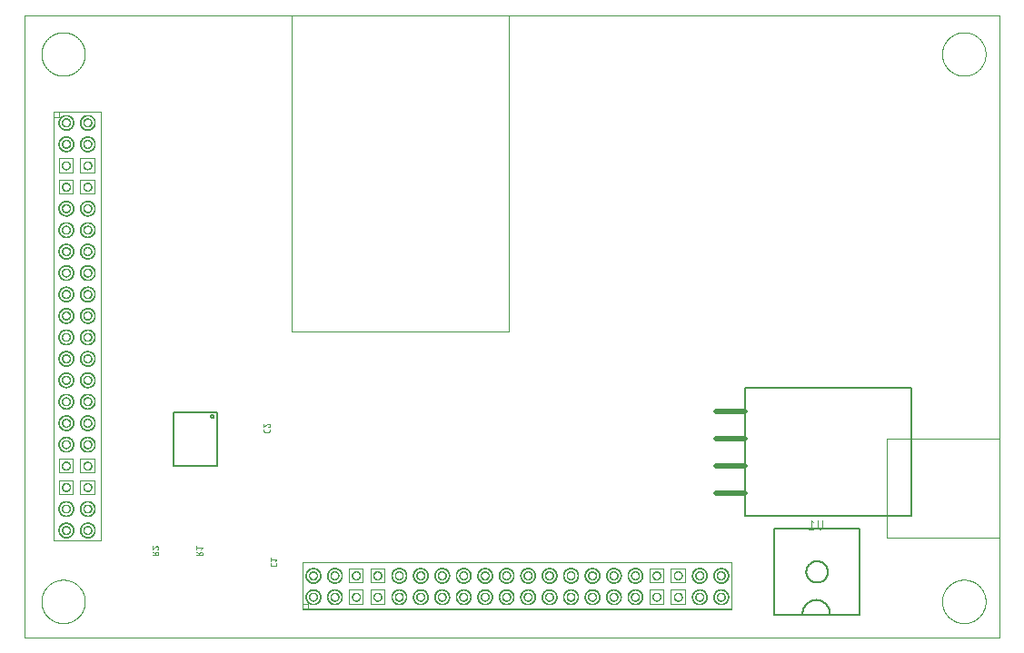
<source format=gbr>
G04 EAGLE Gerber RS-274X export*
G75*
%MOMM*%
%FSLAX34Y34*%
%LPD*%
%INSilkscreen Bottom*%
%IPPOS*%
%AMOC8*
5,1,8,0,0,1.08239X$1,22.5*%
G01*
%ADD10C,0.001000*%
%ADD11C,0.050800*%
%ADD12C,0.127000*%
%ADD13C,0.508000*%
%ADD14C,0.101600*%


D10*
X420632Y64030D02*
X820658Y64008D01*
X820658Y20008D01*
X420632Y20038D01*
X420632Y64030D01*
X420643Y25026D02*
X425645Y25026D01*
X425645Y20029D01*
X232958Y83665D02*
X232980Y483690D01*
X232958Y83665D02*
X188958Y83665D01*
X188988Y483690D01*
X232980Y483690D01*
X193976Y483679D02*
X193976Y478678D01*
X188979Y478678D01*
X189081Y483716D02*
X232650Y483716D01*
X189081Y483716D02*
X189081Y83734D01*
X232650Y83734D01*
X232650Y483716D01*
X420606Y63700D02*
X820588Y63700D01*
X420606Y63700D02*
X420606Y20132D01*
X820588Y20132D01*
X820588Y63700D01*
X612876Y573681D02*
X1070377Y573681D01*
X612876Y573681D02*
X410377Y573681D01*
X161675Y573681D01*
X161675Y-6421D01*
X1070377Y-6421D01*
X1070377Y86180D01*
X1070377Y178680D02*
X1070377Y573681D01*
X410377Y573681D02*
X410377Y278680D01*
X612876Y278680D01*
X612876Y573681D01*
X965375Y178680D02*
X1070377Y178680D01*
X965375Y178680D02*
X965375Y86180D01*
X1070377Y86180D01*
X1070377Y178680D01*
X196610Y473683D02*
X196612Y473805D01*
X196618Y473927D01*
X196628Y474049D01*
X196642Y474171D01*
X196659Y474291D01*
X196681Y474412D01*
X196707Y474531D01*
X196736Y474650D01*
X196769Y474768D01*
X196806Y474884D01*
X196847Y474999D01*
X196891Y475113D01*
X196940Y475225D01*
X196991Y475336D01*
X197047Y475445D01*
X197105Y475552D01*
X197168Y475658D01*
X197233Y475761D01*
X197302Y475862D01*
X197374Y475960D01*
X197450Y476056D01*
X197528Y476150D01*
X197610Y476241D01*
X197694Y476330D01*
X197781Y476416D01*
X197871Y476499D01*
X197963Y476578D01*
X198058Y476655D01*
X198156Y476729D01*
X198256Y476800D01*
X198358Y476867D01*
X198462Y476931D01*
X198568Y476991D01*
X198676Y477048D01*
X198786Y477102D01*
X198898Y477152D01*
X199011Y477198D01*
X199125Y477241D01*
X199241Y477280D01*
X199358Y477315D01*
X199476Y477346D01*
X199595Y477374D01*
X199715Y477397D01*
X199836Y477417D01*
X199957Y477433D01*
X200079Y477445D01*
X200201Y477453D01*
X200323Y477457D01*
X200445Y477457D01*
X200567Y477453D01*
X200689Y477445D01*
X200811Y477433D01*
X200932Y477417D01*
X201053Y477397D01*
X201173Y477374D01*
X201292Y477346D01*
X201410Y477315D01*
X201527Y477280D01*
X201643Y477241D01*
X201757Y477198D01*
X201870Y477152D01*
X201982Y477102D01*
X202092Y477048D01*
X202200Y476991D01*
X202306Y476931D01*
X202410Y476867D01*
X202512Y476800D01*
X202612Y476729D01*
X202710Y476655D01*
X202805Y476578D01*
X202897Y476499D01*
X202987Y476416D01*
X203074Y476330D01*
X203158Y476241D01*
X203240Y476150D01*
X203318Y476056D01*
X203394Y475960D01*
X203466Y475862D01*
X203535Y475761D01*
X203600Y475658D01*
X203663Y475552D01*
X203721Y475445D01*
X203777Y475336D01*
X203828Y475225D01*
X203877Y475113D01*
X203921Y474999D01*
X203962Y474884D01*
X203999Y474768D01*
X204032Y474650D01*
X204061Y474531D01*
X204087Y474412D01*
X204109Y474291D01*
X204126Y474171D01*
X204140Y474049D01*
X204150Y473927D01*
X204156Y473805D01*
X204158Y473683D01*
X204156Y473561D01*
X204150Y473439D01*
X204140Y473317D01*
X204126Y473195D01*
X204109Y473075D01*
X204087Y472954D01*
X204061Y472835D01*
X204032Y472716D01*
X203999Y472598D01*
X203962Y472482D01*
X203921Y472367D01*
X203877Y472253D01*
X203828Y472141D01*
X203777Y472030D01*
X203721Y471921D01*
X203663Y471814D01*
X203600Y471708D01*
X203535Y471605D01*
X203466Y471504D01*
X203394Y471406D01*
X203318Y471310D01*
X203240Y471216D01*
X203158Y471125D01*
X203074Y471036D01*
X202987Y470950D01*
X202897Y470867D01*
X202805Y470788D01*
X202710Y470711D01*
X202612Y470637D01*
X202512Y470566D01*
X202410Y470499D01*
X202306Y470435D01*
X202200Y470375D01*
X202092Y470318D01*
X201982Y470264D01*
X201870Y470214D01*
X201757Y470168D01*
X201643Y470125D01*
X201527Y470086D01*
X201410Y470051D01*
X201292Y470020D01*
X201173Y469992D01*
X201053Y469969D01*
X200932Y469949D01*
X200811Y469933D01*
X200689Y469921D01*
X200567Y469913D01*
X200445Y469909D01*
X200323Y469909D01*
X200201Y469913D01*
X200079Y469921D01*
X199957Y469933D01*
X199836Y469949D01*
X199715Y469969D01*
X199595Y469992D01*
X199476Y470020D01*
X199358Y470051D01*
X199241Y470086D01*
X199125Y470125D01*
X199011Y470168D01*
X198898Y470214D01*
X198786Y470264D01*
X198676Y470318D01*
X198568Y470375D01*
X198462Y470435D01*
X198358Y470499D01*
X198256Y470566D01*
X198156Y470637D01*
X198058Y470711D01*
X197963Y470788D01*
X197871Y470867D01*
X197781Y470950D01*
X197694Y471036D01*
X197610Y471125D01*
X197528Y471216D01*
X197450Y471310D01*
X197374Y471406D01*
X197302Y471504D01*
X197233Y471605D01*
X197168Y471708D01*
X197105Y471814D01*
X197047Y471921D01*
X196991Y472030D01*
X196940Y472141D01*
X196891Y472253D01*
X196847Y472367D01*
X196806Y472482D01*
X196769Y472598D01*
X196736Y472716D01*
X196707Y472835D01*
X196681Y472954D01*
X196659Y473075D01*
X196642Y473195D01*
X196628Y473317D01*
X196618Y473439D01*
X196612Y473561D01*
X196610Y473683D01*
X193376Y473683D02*
X193378Y473855D01*
X193384Y474027D01*
X193395Y474199D01*
X193410Y474370D01*
X193429Y474541D01*
X193452Y474711D01*
X193479Y474881D01*
X193511Y475050D01*
X193546Y475218D01*
X193586Y475386D01*
X193630Y475552D01*
X193678Y475717D01*
X193730Y475881D01*
X193786Y476044D01*
X193846Y476205D01*
X193909Y476365D01*
X193977Y476523D01*
X194049Y476679D01*
X194124Y476834D01*
X194203Y476987D01*
X194286Y477137D01*
X194373Y477286D01*
X194463Y477432D01*
X194557Y477576D01*
X194654Y477718D01*
X194755Y477858D01*
X194859Y477995D01*
X194967Y478129D01*
X195077Y478260D01*
X195191Y478389D01*
X195308Y478515D01*
X195429Y478638D01*
X195552Y478759D01*
X195678Y478876D01*
X195807Y478990D01*
X195938Y479100D01*
X196072Y479208D01*
X196209Y479312D01*
X196349Y479413D01*
X196491Y479510D01*
X196635Y479604D01*
X196781Y479694D01*
X196930Y479781D01*
X197080Y479864D01*
X197233Y479943D01*
X197388Y480018D01*
X197544Y480090D01*
X197702Y480158D01*
X197862Y480221D01*
X198023Y480281D01*
X198186Y480337D01*
X198350Y480389D01*
X198515Y480437D01*
X198681Y480481D01*
X198849Y480521D01*
X199017Y480556D01*
X199186Y480588D01*
X199356Y480615D01*
X199526Y480638D01*
X199697Y480657D01*
X199868Y480672D01*
X200040Y480683D01*
X200212Y480689D01*
X200384Y480691D01*
X200556Y480689D01*
X200728Y480683D01*
X200900Y480672D01*
X201071Y480657D01*
X201242Y480638D01*
X201412Y480615D01*
X201582Y480588D01*
X201751Y480556D01*
X201919Y480521D01*
X202087Y480481D01*
X202253Y480437D01*
X202418Y480389D01*
X202582Y480337D01*
X202745Y480281D01*
X202906Y480221D01*
X203066Y480158D01*
X203224Y480090D01*
X203380Y480018D01*
X203535Y479943D01*
X203688Y479864D01*
X203838Y479781D01*
X203987Y479694D01*
X204133Y479604D01*
X204277Y479510D01*
X204419Y479413D01*
X204559Y479312D01*
X204696Y479208D01*
X204830Y479100D01*
X204961Y478990D01*
X205090Y478876D01*
X205216Y478759D01*
X205339Y478638D01*
X205460Y478515D01*
X205577Y478389D01*
X205691Y478260D01*
X205801Y478129D01*
X205909Y477995D01*
X206013Y477858D01*
X206114Y477718D01*
X206211Y477576D01*
X206305Y477432D01*
X206395Y477286D01*
X206482Y477137D01*
X206565Y476987D01*
X206644Y476834D01*
X206719Y476679D01*
X206791Y476523D01*
X206859Y476365D01*
X206922Y476205D01*
X206982Y476044D01*
X207038Y475881D01*
X207090Y475717D01*
X207138Y475552D01*
X207182Y475386D01*
X207222Y475218D01*
X207257Y475050D01*
X207289Y474881D01*
X207316Y474711D01*
X207339Y474541D01*
X207358Y474370D01*
X207373Y474199D01*
X207384Y474027D01*
X207390Y473855D01*
X207392Y473683D01*
X207390Y473511D01*
X207384Y473339D01*
X207373Y473167D01*
X207358Y472996D01*
X207339Y472825D01*
X207316Y472655D01*
X207289Y472485D01*
X207257Y472316D01*
X207222Y472148D01*
X207182Y471980D01*
X207138Y471814D01*
X207090Y471649D01*
X207038Y471485D01*
X206982Y471322D01*
X206922Y471161D01*
X206859Y471001D01*
X206791Y470843D01*
X206719Y470687D01*
X206644Y470532D01*
X206565Y470379D01*
X206482Y470229D01*
X206395Y470080D01*
X206305Y469934D01*
X206211Y469790D01*
X206114Y469648D01*
X206013Y469508D01*
X205909Y469371D01*
X205801Y469237D01*
X205691Y469106D01*
X205577Y468977D01*
X205460Y468851D01*
X205339Y468728D01*
X205216Y468607D01*
X205090Y468490D01*
X204961Y468376D01*
X204830Y468266D01*
X204696Y468158D01*
X204559Y468054D01*
X204419Y467953D01*
X204277Y467856D01*
X204133Y467762D01*
X203987Y467672D01*
X203838Y467585D01*
X203688Y467502D01*
X203535Y467423D01*
X203380Y467348D01*
X203224Y467276D01*
X203066Y467208D01*
X202906Y467145D01*
X202745Y467085D01*
X202582Y467029D01*
X202418Y466977D01*
X202253Y466929D01*
X202087Y466885D01*
X201919Y466845D01*
X201751Y466810D01*
X201582Y466778D01*
X201412Y466751D01*
X201242Y466728D01*
X201071Y466709D01*
X200900Y466694D01*
X200728Y466683D01*
X200556Y466677D01*
X200384Y466675D01*
X200212Y466677D01*
X200040Y466683D01*
X199868Y466694D01*
X199697Y466709D01*
X199526Y466728D01*
X199356Y466751D01*
X199186Y466778D01*
X199017Y466810D01*
X198849Y466845D01*
X198681Y466885D01*
X198515Y466929D01*
X198350Y466977D01*
X198186Y467029D01*
X198023Y467085D01*
X197862Y467145D01*
X197702Y467208D01*
X197544Y467276D01*
X197388Y467348D01*
X197233Y467423D01*
X197080Y467502D01*
X196930Y467585D01*
X196781Y467672D01*
X196635Y467762D01*
X196491Y467856D01*
X196349Y467953D01*
X196209Y468054D01*
X196072Y468158D01*
X195938Y468266D01*
X195807Y468376D01*
X195678Y468490D01*
X195552Y468607D01*
X195429Y468728D01*
X195308Y468851D01*
X195191Y468977D01*
X195077Y469106D01*
X194967Y469237D01*
X194859Y469371D01*
X194755Y469508D01*
X194654Y469648D01*
X194557Y469790D01*
X194463Y469934D01*
X194373Y470080D01*
X194286Y470229D01*
X194203Y470379D01*
X194124Y470532D01*
X194049Y470687D01*
X193977Y470843D01*
X193909Y471001D01*
X193846Y471161D01*
X193786Y471322D01*
X193730Y471485D01*
X193678Y471649D01*
X193630Y471814D01*
X193586Y471980D01*
X193546Y472148D01*
X193511Y472316D01*
X193479Y472485D01*
X193452Y472655D01*
X193429Y472825D01*
X193410Y472996D01*
X193395Y473167D01*
X193384Y473339D01*
X193378Y473511D01*
X193376Y473683D01*
X196610Y473683D02*
X196612Y473805D01*
X196618Y473927D01*
X196628Y474049D01*
X196642Y474171D01*
X196659Y474291D01*
X196681Y474412D01*
X196707Y474531D01*
X196736Y474650D01*
X196769Y474768D01*
X196806Y474884D01*
X196847Y474999D01*
X196891Y475113D01*
X196940Y475225D01*
X196991Y475336D01*
X197047Y475445D01*
X197105Y475552D01*
X197168Y475658D01*
X197233Y475761D01*
X197302Y475862D01*
X197374Y475960D01*
X197450Y476056D01*
X197528Y476150D01*
X197610Y476241D01*
X197694Y476330D01*
X197781Y476416D01*
X197871Y476499D01*
X197963Y476578D01*
X198058Y476655D01*
X198156Y476729D01*
X198256Y476800D01*
X198358Y476867D01*
X198462Y476931D01*
X198568Y476991D01*
X198676Y477048D01*
X198786Y477102D01*
X198898Y477152D01*
X199011Y477198D01*
X199125Y477241D01*
X199241Y477280D01*
X199358Y477315D01*
X199476Y477346D01*
X199595Y477374D01*
X199715Y477397D01*
X199836Y477417D01*
X199957Y477433D01*
X200079Y477445D01*
X200201Y477453D01*
X200323Y477457D01*
X200445Y477457D01*
X200567Y477453D01*
X200689Y477445D01*
X200811Y477433D01*
X200932Y477417D01*
X201053Y477397D01*
X201173Y477374D01*
X201292Y477346D01*
X201410Y477315D01*
X201527Y477280D01*
X201643Y477241D01*
X201757Y477198D01*
X201870Y477152D01*
X201982Y477102D01*
X202092Y477048D01*
X202200Y476991D01*
X202306Y476931D01*
X202410Y476867D01*
X202512Y476800D01*
X202612Y476729D01*
X202710Y476655D01*
X202805Y476578D01*
X202897Y476499D01*
X202987Y476416D01*
X203074Y476330D01*
X203158Y476241D01*
X203240Y476150D01*
X203318Y476056D01*
X203394Y475960D01*
X203466Y475862D01*
X203535Y475761D01*
X203600Y475658D01*
X203663Y475552D01*
X203721Y475445D01*
X203777Y475336D01*
X203828Y475225D01*
X203877Y475113D01*
X203921Y474999D01*
X203962Y474884D01*
X203999Y474768D01*
X204032Y474650D01*
X204061Y474531D01*
X204087Y474412D01*
X204109Y474291D01*
X204126Y474171D01*
X204140Y474049D01*
X204150Y473927D01*
X204156Y473805D01*
X204158Y473683D01*
X204156Y473561D01*
X204150Y473439D01*
X204140Y473317D01*
X204126Y473195D01*
X204109Y473075D01*
X204087Y472954D01*
X204061Y472835D01*
X204032Y472716D01*
X203999Y472598D01*
X203962Y472482D01*
X203921Y472367D01*
X203877Y472253D01*
X203828Y472141D01*
X203777Y472030D01*
X203721Y471921D01*
X203663Y471814D01*
X203600Y471708D01*
X203535Y471605D01*
X203466Y471504D01*
X203394Y471406D01*
X203318Y471310D01*
X203240Y471216D01*
X203158Y471125D01*
X203074Y471036D01*
X202987Y470950D01*
X202897Y470867D01*
X202805Y470788D01*
X202710Y470711D01*
X202612Y470637D01*
X202512Y470566D01*
X202410Y470499D01*
X202306Y470435D01*
X202200Y470375D01*
X202092Y470318D01*
X201982Y470264D01*
X201870Y470214D01*
X201757Y470168D01*
X201643Y470125D01*
X201527Y470086D01*
X201410Y470051D01*
X201292Y470020D01*
X201173Y469992D01*
X201053Y469969D01*
X200932Y469949D01*
X200811Y469933D01*
X200689Y469921D01*
X200567Y469913D01*
X200445Y469909D01*
X200323Y469909D01*
X200201Y469913D01*
X200079Y469921D01*
X199957Y469933D01*
X199836Y469949D01*
X199715Y469969D01*
X199595Y469992D01*
X199476Y470020D01*
X199358Y470051D01*
X199241Y470086D01*
X199125Y470125D01*
X199011Y470168D01*
X198898Y470214D01*
X198786Y470264D01*
X198676Y470318D01*
X198568Y470375D01*
X198462Y470435D01*
X198358Y470499D01*
X198256Y470566D01*
X198156Y470637D01*
X198058Y470711D01*
X197963Y470788D01*
X197871Y470867D01*
X197781Y470950D01*
X197694Y471036D01*
X197610Y471125D01*
X197528Y471216D01*
X197450Y471310D01*
X197374Y471406D01*
X197302Y471504D01*
X197233Y471605D01*
X197168Y471708D01*
X197105Y471814D01*
X197047Y471921D01*
X196991Y472030D01*
X196940Y472141D01*
X196891Y472253D01*
X196847Y472367D01*
X196806Y472482D01*
X196769Y472598D01*
X196736Y472716D01*
X196707Y472835D01*
X196681Y472954D01*
X196659Y473075D01*
X196642Y473195D01*
X196628Y473317D01*
X196618Y473439D01*
X196612Y473561D01*
X196610Y473683D01*
X193376Y473683D02*
X193378Y473855D01*
X193384Y474027D01*
X193395Y474199D01*
X193410Y474370D01*
X193429Y474541D01*
X193452Y474711D01*
X193479Y474881D01*
X193511Y475050D01*
X193546Y475218D01*
X193586Y475386D01*
X193630Y475552D01*
X193678Y475717D01*
X193730Y475881D01*
X193786Y476044D01*
X193846Y476205D01*
X193909Y476365D01*
X193977Y476523D01*
X194049Y476679D01*
X194124Y476834D01*
X194203Y476987D01*
X194286Y477137D01*
X194373Y477286D01*
X194463Y477432D01*
X194557Y477576D01*
X194654Y477718D01*
X194755Y477858D01*
X194859Y477995D01*
X194967Y478129D01*
X195077Y478260D01*
X195191Y478389D01*
X195308Y478515D01*
X195429Y478638D01*
X195552Y478759D01*
X195678Y478876D01*
X195807Y478990D01*
X195938Y479100D01*
X196072Y479208D01*
X196209Y479312D01*
X196349Y479413D01*
X196491Y479510D01*
X196635Y479604D01*
X196781Y479694D01*
X196930Y479781D01*
X197080Y479864D01*
X197233Y479943D01*
X197388Y480018D01*
X197544Y480090D01*
X197702Y480158D01*
X197862Y480221D01*
X198023Y480281D01*
X198186Y480337D01*
X198350Y480389D01*
X198515Y480437D01*
X198681Y480481D01*
X198849Y480521D01*
X199017Y480556D01*
X199186Y480588D01*
X199356Y480615D01*
X199526Y480638D01*
X199697Y480657D01*
X199868Y480672D01*
X200040Y480683D01*
X200212Y480689D01*
X200384Y480691D01*
X200556Y480689D01*
X200728Y480683D01*
X200900Y480672D01*
X201071Y480657D01*
X201242Y480638D01*
X201412Y480615D01*
X201582Y480588D01*
X201751Y480556D01*
X201919Y480521D01*
X202087Y480481D01*
X202253Y480437D01*
X202418Y480389D01*
X202582Y480337D01*
X202745Y480281D01*
X202906Y480221D01*
X203066Y480158D01*
X203224Y480090D01*
X203380Y480018D01*
X203535Y479943D01*
X203688Y479864D01*
X203838Y479781D01*
X203987Y479694D01*
X204133Y479604D01*
X204277Y479510D01*
X204419Y479413D01*
X204559Y479312D01*
X204696Y479208D01*
X204830Y479100D01*
X204961Y478990D01*
X205090Y478876D01*
X205216Y478759D01*
X205339Y478638D01*
X205460Y478515D01*
X205577Y478389D01*
X205691Y478260D01*
X205801Y478129D01*
X205909Y477995D01*
X206013Y477858D01*
X206114Y477718D01*
X206211Y477576D01*
X206305Y477432D01*
X206395Y477286D01*
X206482Y477137D01*
X206565Y476987D01*
X206644Y476834D01*
X206719Y476679D01*
X206791Y476523D01*
X206859Y476365D01*
X206922Y476205D01*
X206982Y476044D01*
X207038Y475881D01*
X207090Y475717D01*
X207138Y475552D01*
X207182Y475386D01*
X207222Y475218D01*
X207257Y475050D01*
X207289Y474881D01*
X207316Y474711D01*
X207339Y474541D01*
X207358Y474370D01*
X207373Y474199D01*
X207384Y474027D01*
X207390Y473855D01*
X207392Y473683D01*
X207390Y473511D01*
X207384Y473339D01*
X207373Y473167D01*
X207358Y472996D01*
X207339Y472825D01*
X207316Y472655D01*
X207289Y472485D01*
X207257Y472316D01*
X207222Y472148D01*
X207182Y471980D01*
X207138Y471814D01*
X207090Y471649D01*
X207038Y471485D01*
X206982Y471322D01*
X206922Y471161D01*
X206859Y471001D01*
X206791Y470843D01*
X206719Y470687D01*
X206644Y470532D01*
X206565Y470379D01*
X206482Y470229D01*
X206395Y470080D01*
X206305Y469934D01*
X206211Y469790D01*
X206114Y469648D01*
X206013Y469508D01*
X205909Y469371D01*
X205801Y469237D01*
X205691Y469106D01*
X205577Y468977D01*
X205460Y468851D01*
X205339Y468728D01*
X205216Y468607D01*
X205090Y468490D01*
X204961Y468376D01*
X204830Y468266D01*
X204696Y468158D01*
X204559Y468054D01*
X204419Y467953D01*
X204277Y467856D01*
X204133Y467762D01*
X203987Y467672D01*
X203838Y467585D01*
X203688Y467502D01*
X203535Y467423D01*
X203380Y467348D01*
X203224Y467276D01*
X203066Y467208D01*
X202906Y467145D01*
X202745Y467085D01*
X202582Y467029D01*
X202418Y466977D01*
X202253Y466929D01*
X202087Y466885D01*
X201919Y466845D01*
X201751Y466810D01*
X201582Y466778D01*
X201412Y466751D01*
X201242Y466728D01*
X201071Y466709D01*
X200900Y466694D01*
X200728Y466683D01*
X200556Y466677D01*
X200384Y466675D01*
X200212Y466677D01*
X200040Y466683D01*
X199868Y466694D01*
X199697Y466709D01*
X199526Y466728D01*
X199356Y466751D01*
X199186Y466778D01*
X199017Y466810D01*
X198849Y466845D01*
X198681Y466885D01*
X198515Y466929D01*
X198350Y466977D01*
X198186Y467029D01*
X198023Y467085D01*
X197862Y467145D01*
X197702Y467208D01*
X197544Y467276D01*
X197388Y467348D01*
X197233Y467423D01*
X197080Y467502D01*
X196930Y467585D01*
X196781Y467672D01*
X196635Y467762D01*
X196491Y467856D01*
X196349Y467953D01*
X196209Y468054D01*
X196072Y468158D01*
X195938Y468266D01*
X195807Y468376D01*
X195678Y468490D01*
X195552Y468607D01*
X195429Y468728D01*
X195308Y468851D01*
X195191Y468977D01*
X195077Y469106D01*
X194967Y469237D01*
X194859Y469371D01*
X194755Y469508D01*
X194654Y469648D01*
X194557Y469790D01*
X194463Y469934D01*
X194373Y470080D01*
X194286Y470229D01*
X194203Y470379D01*
X194124Y470532D01*
X194049Y470687D01*
X193977Y470843D01*
X193909Y471001D01*
X193846Y471161D01*
X193786Y471322D01*
X193730Y471485D01*
X193678Y471649D01*
X193630Y471814D01*
X193586Y471980D01*
X193546Y472148D01*
X193511Y472316D01*
X193479Y472485D01*
X193452Y472655D01*
X193429Y472825D01*
X193410Y472996D01*
X193395Y473167D01*
X193384Y473339D01*
X193378Y473511D01*
X193376Y473683D01*
X196884Y473683D02*
X196886Y473801D01*
X196892Y473919D01*
X196902Y474037D01*
X196916Y474154D01*
X196934Y474271D01*
X196956Y474388D01*
X196981Y474503D01*
X197011Y474617D01*
X197045Y474731D01*
X197082Y474843D01*
X197123Y474954D01*
X197168Y475063D01*
X197216Y475171D01*
X197268Y475277D01*
X197324Y475382D01*
X197383Y475484D01*
X197445Y475584D01*
X197511Y475682D01*
X197580Y475778D01*
X197653Y475872D01*
X197728Y475963D01*
X197807Y476051D01*
X197888Y476137D01*
X197973Y476220D01*
X198060Y476300D01*
X198149Y476377D01*
X198242Y476451D01*
X198336Y476521D01*
X198433Y476589D01*
X198533Y476653D01*
X198634Y476714D01*
X198737Y476771D01*
X198843Y476825D01*
X198950Y476876D01*
X199058Y476922D01*
X199168Y476965D01*
X199280Y477004D01*
X199393Y477040D01*
X199507Y477071D01*
X199622Y477099D01*
X199737Y477123D01*
X199854Y477143D01*
X199971Y477159D01*
X200089Y477171D01*
X200207Y477179D01*
X200325Y477183D01*
X200443Y477183D01*
X200561Y477179D01*
X200679Y477171D01*
X200797Y477159D01*
X200914Y477143D01*
X201031Y477123D01*
X201146Y477099D01*
X201261Y477071D01*
X201375Y477040D01*
X201488Y477004D01*
X201600Y476965D01*
X201710Y476922D01*
X201818Y476876D01*
X201925Y476825D01*
X202031Y476771D01*
X202134Y476714D01*
X202235Y476653D01*
X202335Y476589D01*
X202432Y476521D01*
X202526Y476451D01*
X202619Y476377D01*
X202708Y476300D01*
X202795Y476220D01*
X202880Y476137D01*
X202961Y476051D01*
X203040Y475963D01*
X203115Y475872D01*
X203188Y475778D01*
X203257Y475682D01*
X203323Y475584D01*
X203385Y475484D01*
X203444Y475382D01*
X203500Y475277D01*
X203552Y475171D01*
X203600Y475063D01*
X203645Y474954D01*
X203686Y474843D01*
X203723Y474731D01*
X203757Y474617D01*
X203787Y474503D01*
X203812Y474388D01*
X203834Y474271D01*
X203852Y474154D01*
X203866Y474037D01*
X203876Y473919D01*
X203882Y473801D01*
X203884Y473683D01*
X203882Y473565D01*
X203876Y473447D01*
X203866Y473329D01*
X203852Y473212D01*
X203834Y473095D01*
X203812Y472978D01*
X203787Y472863D01*
X203757Y472749D01*
X203723Y472635D01*
X203686Y472523D01*
X203645Y472412D01*
X203600Y472303D01*
X203552Y472195D01*
X203500Y472089D01*
X203444Y471984D01*
X203385Y471882D01*
X203323Y471782D01*
X203257Y471684D01*
X203188Y471588D01*
X203115Y471494D01*
X203040Y471403D01*
X202961Y471315D01*
X202880Y471229D01*
X202795Y471146D01*
X202708Y471066D01*
X202619Y470989D01*
X202526Y470915D01*
X202432Y470845D01*
X202335Y470777D01*
X202235Y470713D01*
X202134Y470652D01*
X202031Y470595D01*
X201925Y470541D01*
X201818Y470490D01*
X201710Y470444D01*
X201600Y470401D01*
X201488Y470362D01*
X201375Y470326D01*
X201261Y470295D01*
X201146Y470267D01*
X201031Y470243D01*
X200914Y470223D01*
X200797Y470207D01*
X200679Y470195D01*
X200561Y470187D01*
X200443Y470183D01*
X200325Y470183D01*
X200207Y470187D01*
X200089Y470195D01*
X199971Y470207D01*
X199854Y470223D01*
X199737Y470243D01*
X199622Y470267D01*
X199507Y470295D01*
X199393Y470326D01*
X199280Y470362D01*
X199168Y470401D01*
X199058Y470444D01*
X198950Y470490D01*
X198843Y470541D01*
X198737Y470595D01*
X198634Y470652D01*
X198533Y470713D01*
X198433Y470777D01*
X198336Y470845D01*
X198242Y470915D01*
X198149Y470989D01*
X198060Y471066D01*
X197973Y471146D01*
X197888Y471229D01*
X197807Y471315D01*
X197728Y471403D01*
X197653Y471494D01*
X197580Y471588D01*
X197511Y471684D01*
X197445Y471782D01*
X197383Y471882D01*
X197324Y471984D01*
X197268Y472089D01*
X197216Y472195D01*
X197168Y472303D01*
X197123Y472412D01*
X197082Y472523D01*
X197045Y472635D01*
X197011Y472749D01*
X196981Y472863D01*
X196956Y472978D01*
X196934Y473095D01*
X196916Y473212D01*
X196902Y473329D01*
X196892Y473447D01*
X196886Y473565D01*
X196884Y473683D01*
X193884Y473683D02*
X193886Y473844D01*
X193892Y474004D01*
X193902Y474165D01*
X193916Y474325D01*
X193934Y474485D01*
X193955Y474644D01*
X193981Y474803D01*
X194011Y474961D01*
X194044Y475118D01*
X194082Y475275D01*
X194123Y475430D01*
X194168Y475584D01*
X194217Y475737D01*
X194270Y475889D01*
X194326Y476040D01*
X194387Y476189D01*
X194450Y476337D01*
X194518Y476483D01*
X194589Y476627D01*
X194663Y476769D01*
X194741Y476910D01*
X194823Y477048D01*
X194908Y477185D01*
X194996Y477319D01*
X195088Y477451D01*
X195183Y477581D01*
X195281Y477709D01*
X195382Y477834D01*
X195486Y477956D01*
X195593Y478076D01*
X195703Y478193D01*
X195816Y478308D01*
X195932Y478419D01*
X196051Y478528D01*
X196172Y478633D01*
X196296Y478736D01*
X196422Y478836D01*
X196550Y478932D01*
X196681Y479025D01*
X196815Y479115D01*
X196950Y479202D01*
X197088Y479285D01*
X197227Y479365D01*
X197369Y479441D01*
X197512Y479514D01*
X197657Y479583D01*
X197804Y479649D01*
X197952Y479711D01*
X198102Y479769D01*
X198253Y479824D01*
X198406Y479875D01*
X198560Y479922D01*
X198715Y479965D01*
X198871Y480004D01*
X199027Y480040D01*
X199185Y480071D01*
X199343Y480099D01*
X199502Y480123D01*
X199662Y480143D01*
X199822Y480159D01*
X199982Y480171D01*
X200143Y480179D01*
X200304Y480183D01*
X200464Y480183D01*
X200625Y480179D01*
X200786Y480171D01*
X200946Y480159D01*
X201106Y480143D01*
X201266Y480123D01*
X201425Y480099D01*
X201583Y480071D01*
X201741Y480040D01*
X201897Y480004D01*
X202053Y479965D01*
X202208Y479922D01*
X202362Y479875D01*
X202515Y479824D01*
X202666Y479769D01*
X202816Y479711D01*
X202964Y479649D01*
X203111Y479583D01*
X203256Y479514D01*
X203399Y479441D01*
X203541Y479365D01*
X203680Y479285D01*
X203818Y479202D01*
X203953Y479115D01*
X204087Y479025D01*
X204218Y478932D01*
X204346Y478836D01*
X204472Y478736D01*
X204596Y478633D01*
X204717Y478528D01*
X204836Y478419D01*
X204952Y478308D01*
X205065Y478193D01*
X205175Y478076D01*
X205282Y477956D01*
X205386Y477834D01*
X205487Y477709D01*
X205585Y477581D01*
X205680Y477451D01*
X205772Y477319D01*
X205860Y477185D01*
X205945Y477048D01*
X206027Y476910D01*
X206105Y476769D01*
X206179Y476627D01*
X206250Y476483D01*
X206318Y476337D01*
X206381Y476189D01*
X206442Y476040D01*
X206498Y475889D01*
X206551Y475737D01*
X206600Y475584D01*
X206645Y475430D01*
X206686Y475275D01*
X206724Y475118D01*
X206757Y474961D01*
X206787Y474803D01*
X206813Y474644D01*
X206834Y474485D01*
X206852Y474325D01*
X206866Y474165D01*
X206876Y474004D01*
X206882Y473844D01*
X206884Y473683D01*
X206882Y473522D01*
X206876Y473362D01*
X206866Y473201D01*
X206852Y473041D01*
X206834Y472881D01*
X206813Y472722D01*
X206787Y472563D01*
X206757Y472405D01*
X206724Y472248D01*
X206686Y472091D01*
X206645Y471936D01*
X206600Y471782D01*
X206551Y471629D01*
X206498Y471477D01*
X206442Y471326D01*
X206381Y471177D01*
X206318Y471029D01*
X206250Y470883D01*
X206179Y470739D01*
X206105Y470597D01*
X206027Y470456D01*
X205945Y470318D01*
X205860Y470181D01*
X205772Y470047D01*
X205680Y469915D01*
X205585Y469785D01*
X205487Y469657D01*
X205386Y469532D01*
X205282Y469410D01*
X205175Y469290D01*
X205065Y469173D01*
X204952Y469058D01*
X204836Y468947D01*
X204717Y468838D01*
X204596Y468733D01*
X204472Y468630D01*
X204346Y468530D01*
X204218Y468434D01*
X204087Y468341D01*
X203953Y468251D01*
X203818Y468164D01*
X203680Y468081D01*
X203541Y468001D01*
X203399Y467925D01*
X203256Y467852D01*
X203111Y467783D01*
X202964Y467717D01*
X202816Y467655D01*
X202666Y467597D01*
X202515Y467542D01*
X202362Y467491D01*
X202208Y467444D01*
X202053Y467401D01*
X201897Y467362D01*
X201741Y467326D01*
X201583Y467295D01*
X201425Y467267D01*
X201266Y467243D01*
X201106Y467223D01*
X200946Y467207D01*
X200786Y467195D01*
X200625Y467187D01*
X200464Y467183D01*
X200304Y467183D01*
X200143Y467187D01*
X199982Y467195D01*
X199822Y467207D01*
X199662Y467223D01*
X199502Y467243D01*
X199343Y467267D01*
X199185Y467295D01*
X199027Y467326D01*
X198871Y467362D01*
X198715Y467401D01*
X198560Y467444D01*
X198406Y467491D01*
X198253Y467542D01*
X198102Y467597D01*
X197952Y467655D01*
X197804Y467717D01*
X197657Y467783D01*
X197512Y467852D01*
X197369Y467925D01*
X197227Y468001D01*
X197088Y468081D01*
X196950Y468164D01*
X196815Y468251D01*
X196681Y468341D01*
X196550Y468434D01*
X196422Y468530D01*
X196296Y468630D01*
X196172Y468733D01*
X196051Y468838D01*
X195932Y468947D01*
X195816Y469058D01*
X195703Y469173D01*
X195593Y469290D01*
X195486Y469410D01*
X195382Y469532D01*
X195281Y469657D01*
X195183Y469785D01*
X195088Y469915D01*
X194996Y470047D01*
X194908Y470181D01*
X194823Y470318D01*
X194741Y470456D01*
X194663Y470597D01*
X194589Y470739D01*
X194518Y470883D01*
X194450Y471029D01*
X194387Y471177D01*
X194326Y471326D01*
X194270Y471477D01*
X194217Y471629D01*
X194168Y471782D01*
X194123Y471936D01*
X194082Y472091D01*
X194044Y472248D01*
X194011Y472405D01*
X193981Y472563D01*
X193955Y472722D01*
X193934Y472881D01*
X193916Y473041D01*
X193902Y473201D01*
X193892Y473362D01*
X193886Y473522D01*
X193884Y473683D01*
X216600Y473687D02*
X216602Y473809D01*
X216608Y473931D01*
X216618Y474053D01*
X216632Y474175D01*
X216649Y474295D01*
X216671Y474416D01*
X216697Y474535D01*
X216726Y474654D01*
X216759Y474772D01*
X216796Y474888D01*
X216837Y475003D01*
X216881Y475117D01*
X216930Y475229D01*
X216981Y475340D01*
X217037Y475449D01*
X217095Y475556D01*
X217158Y475662D01*
X217223Y475765D01*
X217292Y475866D01*
X217364Y475964D01*
X217440Y476060D01*
X217518Y476154D01*
X217600Y476245D01*
X217684Y476334D01*
X217771Y476420D01*
X217861Y476503D01*
X217953Y476582D01*
X218048Y476659D01*
X218146Y476733D01*
X218246Y476804D01*
X218348Y476871D01*
X218452Y476935D01*
X218558Y476995D01*
X218666Y477052D01*
X218776Y477106D01*
X218888Y477156D01*
X219001Y477202D01*
X219115Y477245D01*
X219231Y477284D01*
X219348Y477319D01*
X219466Y477350D01*
X219585Y477378D01*
X219705Y477401D01*
X219826Y477421D01*
X219947Y477437D01*
X220069Y477449D01*
X220191Y477457D01*
X220313Y477461D01*
X220435Y477461D01*
X220557Y477457D01*
X220679Y477449D01*
X220801Y477437D01*
X220922Y477421D01*
X221043Y477401D01*
X221163Y477378D01*
X221282Y477350D01*
X221400Y477319D01*
X221517Y477284D01*
X221633Y477245D01*
X221747Y477202D01*
X221860Y477156D01*
X221972Y477106D01*
X222082Y477052D01*
X222190Y476995D01*
X222296Y476935D01*
X222400Y476871D01*
X222502Y476804D01*
X222602Y476733D01*
X222700Y476659D01*
X222795Y476582D01*
X222887Y476503D01*
X222977Y476420D01*
X223064Y476334D01*
X223148Y476245D01*
X223230Y476154D01*
X223308Y476060D01*
X223384Y475964D01*
X223456Y475866D01*
X223525Y475765D01*
X223590Y475662D01*
X223653Y475556D01*
X223711Y475449D01*
X223767Y475340D01*
X223818Y475229D01*
X223867Y475117D01*
X223911Y475003D01*
X223952Y474888D01*
X223989Y474772D01*
X224022Y474654D01*
X224051Y474535D01*
X224077Y474416D01*
X224099Y474295D01*
X224116Y474175D01*
X224130Y474053D01*
X224140Y473931D01*
X224146Y473809D01*
X224148Y473687D01*
X224146Y473565D01*
X224140Y473443D01*
X224130Y473321D01*
X224116Y473199D01*
X224099Y473079D01*
X224077Y472958D01*
X224051Y472839D01*
X224022Y472720D01*
X223989Y472602D01*
X223952Y472486D01*
X223911Y472371D01*
X223867Y472257D01*
X223818Y472145D01*
X223767Y472034D01*
X223711Y471925D01*
X223653Y471818D01*
X223590Y471712D01*
X223525Y471609D01*
X223456Y471508D01*
X223384Y471410D01*
X223308Y471314D01*
X223230Y471220D01*
X223148Y471129D01*
X223064Y471040D01*
X222977Y470954D01*
X222887Y470871D01*
X222795Y470792D01*
X222700Y470715D01*
X222602Y470641D01*
X222502Y470570D01*
X222400Y470503D01*
X222296Y470439D01*
X222190Y470379D01*
X222082Y470322D01*
X221972Y470268D01*
X221860Y470218D01*
X221747Y470172D01*
X221633Y470129D01*
X221517Y470090D01*
X221400Y470055D01*
X221282Y470024D01*
X221163Y469996D01*
X221043Y469973D01*
X220922Y469953D01*
X220801Y469937D01*
X220679Y469925D01*
X220557Y469917D01*
X220435Y469913D01*
X220313Y469913D01*
X220191Y469917D01*
X220069Y469925D01*
X219947Y469937D01*
X219826Y469953D01*
X219705Y469973D01*
X219585Y469996D01*
X219466Y470024D01*
X219348Y470055D01*
X219231Y470090D01*
X219115Y470129D01*
X219001Y470172D01*
X218888Y470218D01*
X218776Y470268D01*
X218666Y470322D01*
X218558Y470379D01*
X218452Y470439D01*
X218348Y470503D01*
X218246Y470570D01*
X218146Y470641D01*
X218048Y470715D01*
X217953Y470792D01*
X217861Y470871D01*
X217771Y470954D01*
X217684Y471040D01*
X217600Y471129D01*
X217518Y471220D01*
X217440Y471314D01*
X217364Y471410D01*
X217292Y471508D01*
X217223Y471609D01*
X217158Y471712D01*
X217095Y471818D01*
X217037Y471925D01*
X216981Y472034D01*
X216930Y472145D01*
X216881Y472257D01*
X216837Y472371D01*
X216796Y472486D01*
X216759Y472602D01*
X216726Y472720D01*
X216697Y472839D01*
X216671Y472958D01*
X216649Y473079D01*
X216632Y473199D01*
X216618Y473321D01*
X216608Y473443D01*
X216602Y473565D01*
X216600Y473687D01*
X213366Y473691D02*
X213368Y473863D01*
X213374Y474035D01*
X213385Y474207D01*
X213400Y474378D01*
X213419Y474549D01*
X213442Y474719D01*
X213469Y474889D01*
X213501Y475058D01*
X213536Y475226D01*
X213576Y475394D01*
X213620Y475560D01*
X213668Y475725D01*
X213720Y475889D01*
X213776Y476052D01*
X213836Y476213D01*
X213899Y476373D01*
X213967Y476531D01*
X214039Y476687D01*
X214114Y476842D01*
X214193Y476995D01*
X214276Y477145D01*
X214363Y477294D01*
X214453Y477440D01*
X214547Y477584D01*
X214644Y477726D01*
X214745Y477866D01*
X214849Y478003D01*
X214957Y478137D01*
X215067Y478268D01*
X215181Y478397D01*
X215298Y478523D01*
X215419Y478646D01*
X215542Y478767D01*
X215668Y478884D01*
X215797Y478998D01*
X215928Y479108D01*
X216062Y479216D01*
X216199Y479320D01*
X216339Y479421D01*
X216481Y479518D01*
X216625Y479612D01*
X216771Y479702D01*
X216920Y479789D01*
X217070Y479872D01*
X217223Y479951D01*
X217378Y480026D01*
X217534Y480098D01*
X217692Y480166D01*
X217852Y480229D01*
X218013Y480289D01*
X218176Y480345D01*
X218340Y480397D01*
X218505Y480445D01*
X218671Y480489D01*
X218839Y480529D01*
X219007Y480564D01*
X219176Y480596D01*
X219346Y480623D01*
X219516Y480646D01*
X219687Y480665D01*
X219858Y480680D01*
X220030Y480691D01*
X220202Y480697D01*
X220374Y480699D01*
X220546Y480697D01*
X220718Y480691D01*
X220890Y480680D01*
X221061Y480665D01*
X221232Y480646D01*
X221402Y480623D01*
X221572Y480596D01*
X221741Y480564D01*
X221909Y480529D01*
X222077Y480489D01*
X222243Y480445D01*
X222408Y480397D01*
X222572Y480345D01*
X222735Y480289D01*
X222896Y480229D01*
X223056Y480166D01*
X223214Y480098D01*
X223370Y480026D01*
X223525Y479951D01*
X223678Y479872D01*
X223828Y479789D01*
X223977Y479702D01*
X224123Y479612D01*
X224267Y479518D01*
X224409Y479421D01*
X224549Y479320D01*
X224686Y479216D01*
X224820Y479108D01*
X224951Y478998D01*
X225080Y478884D01*
X225206Y478767D01*
X225329Y478646D01*
X225450Y478523D01*
X225567Y478397D01*
X225681Y478268D01*
X225791Y478137D01*
X225899Y478003D01*
X226003Y477866D01*
X226104Y477726D01*
X226201Y477584D01*
X226295Y477440D01*
X226385Y477294D01*
X226472Y477145D01*
X226555Y476995D01*
X226634Y476842D01*
X226709Y476687D01*
X226781Y476531D01*
X226849Y476373D01*
X226912Y476213D01*
X226972Y476052D01*
X227028Y475889D01*
X227080Y475725D01*
X227128Y475560D01*
X227172Y475394D01*
X227212Y475226D01*
X227247Y475058D01*
X227279Y474889D01*
X227306Y474719D01*
X227329Y474549D01*
X227348Y474378D01*
X227363Y474207D01*
X227374Y474035D01*
X227380Y473863D01*
X227382Y473691D01*
X227380Y473519D01*
X227374Y473347D01*
X227363Y473175D01*
X227348Y473004D01*
X227329Y472833D01*
X227306Y472663D01*
X227279Y472493D01*
X227247Y472324D01*
X227212Y472156D01*
X227172Y471988D01*
X227128Y471822D01*
X227080Y471657D01*
X227028Y471493D01*
X226972Y471330D01*
X226912Y471169D01*
X226849Y471009D01*
X226781Y470851D01*
X226709Y470695D01*
X226634Y470540D01*
X226555Y470387D01*
X226472Y470237D01*
X226385Y470088D01*
X226295Y469942D01*
X226201Y469798D01*
X226104Y469656D01*
X226003Y469516D01*
X225899Y469379D01*
X225791Y469245D01*
X225681Y469114D01*
X225567Y468985D01*
X225450Y468859D01*
X225329Y468736D01*
X225206Y468615D01*
X225080Y468498D01*
X224951Y468384D01*
X224820Y468274D01*
X224686Y468166D01*
X224549Y468062D01*
X224409Y467961D01*
X224267Y467864D01*
X224123Y467770D01*
X223977Y467680D01*
X223828Y467593D01*
X223678Y467510D01*
X223525Y467431D01*
X223370Y467356D01*
X223214Y467284D01*
X223056Y467216D01*
X222896Y467153D01*
X222735Y467093D01*
X222572Y467037D01*
X222408Y466985D01*
X222243Y466937D01*
X222077Y466893D01*
X221909Y466853D01*
X221741Y466818D01*
X221572Y466786D01*
X221402Y466759D01*
X221232Y466736D01*
X221061Y466717D01*
X220890Y466702D01*
X220718Y466691D01*
X220546Y466685D01*
X220374Y466683D01*
X220202Y466685D01*
X220030Y466691D01*
X219858Y466702D01*
X219687Y466717D01*
X219516Y466736D01*
X219346Y466759D01*
X219176Y466786D01*
X219007Y466818D01*
X218839Y466853D01*
X218671Y466893D01*
X218505Y466937D01*
X218340Y466985D01*
X218176Y467037D01*
X218013Y467093D01*
X217852Y467153D01*
X217692Y467216D01*
X217534Y467284D01*
X217378Y467356D01*
X217223Y467431D01*
X217070Y467510D01*
X216920Y467593D01*
X216771Y467680D01*
X216625Y467770D01*
X216481Y467864D01*
X216339Y467961D01*
X216199Y468062D01*
X216062Y468166D01*
X215928Y468274D01*
X215797Y468384D01*
X215668Y468498D01*
X215542Y468615D01*
X215419Y468736D01*
X215298Y468859D01*
X215181Y468985D01*
X215067Y469114D01*
X214957Y469245D01*
X214849Y469379D01*
X214745Y469516D01*
X214644Y469656D01*
X214547Y469798D01*
X214453Y469942D01*
X214363Y470088D01*
X214276Y470237D01*
X214193Y470387D01*
X214114Y470540D01*
X214039Y470695D01*
X213967Y470851D01*
X213899Y471009D01*
X213836Y471169D01*
X213776Y471330D01*
X213720Y471493D01*
X213668Y471657D01*
X213620Y471822D01*
X213576Y471988D01*
X213536Y472156D01*
X213501Y472324D01*
X213469Y472493D01*
X213442Y472663D01*
X213419Y472833D01*
X213400Y473004D01*
X213385Y473175D01*
X213374Y473347D01*
X213368Y473519D01*
X213366Y473691D01*
X216600Y473687D02*
X216602Y473809D01*
X216608Y473931D01*
X216618Y474053D01*
X216632Y474175D01*
X216649Y474295D01*
X216671Y474416D01*
X216697Y474535D01*
X216726Y474654D01*
X216759Y474772D01*
X216796Y474888D01*
X216837Y475003D01*
X216881Y475117D01*
X216930Y475229D01*
X216981Y475340D01*
X217037Y475449D01*
X217095Y475556D01*
X217158Y475662D01*
X217223Y475765D01*
X217292Y475866D01*
X217364Y475964D01*
X217440Y476060D01*
X217518Y476154D01*
X217600Y476245D01*
X217684Y476334D01*
X217771Y476420D01*
X217861Y476503D01*
X217953Y476582D01*
X218048Y476659D01*
X218146Y476733D01*
X218246Y476804D01*
X218348Y476871D01*
X218452Y476935D01*
X218558Y476995D01*
X218666Y477052D01*
X218776Y477106D01*
X218888Y477156D01*
X219001Y477202D01*
X219115Y477245D01*
X219231Y477284D01*
X219348Y477319D01*
X219466Y477350D01*
X219585Y477378D01*
X219705Y477401D01*
X219826Y477421D01*
X219947Y477437D01*
X220069Y477449D01*
X220191Y477457D01*
X220313Y477461D01*
X220435Y477461D01*
X220557Y477457D01*
X220679Y477449D01*
X220801Y477437D01*
X220922Y477421D01*
X221043Y477401D01*
X221163Y477378D01*
X221282Y477350D01*
X221400Y477319D01*
X221517Y477284D01*
X221633Y477245D01*
X221747Y477202D01*
X221860Y477156D01*
X221972Y477106D01*
X222082Y477052D01*
X222190Y476995D01*
X222296Y476935D01*
X222400Y476871D01*
X222502Y476804D01*
X222602Y476733D01*
X222700Y476659D01*
X222795Y476582D01*
X222887Y476503D01*
X222977Y476420D01*
X223064Y476334D01*
X223148Y476245D01*
X223230Y476154D01*
X223308Y476060D01*
X223384Y475964D01*
X223456Y475866D01*
X223525Y475765D01*
X223590Y475662D01*
X223653Y475556D01*
X223711Y475449D01*
X223767Y475340D01*
X223818Y475229D01*
X223867Y475117D01*
X223911Y475003D01*
X223952Y474888D01*
X223989Y474772D01*
X224022Y474654D01*
X224051Y474535D01*
X224077Y474416D01*
X224099Y474295D01*
X224116Y474175D01*
X224130Y474053D01*
X224140Y473931D01*
X224146Y473809D01*
X224148Y473687D01*
X224146Y473565D01*
X224140Y473443D01*
X224130Y473321D01*
X224116Y473199D01*
X224099Y473079D01*
X224077Y472958D01*
X224051Y472839D01*
X224022Y472720D01*
X223989Y472602D01*
X223952Y472486D01*
X223911Y472371D01*
X223867Y472257D01*
X223818Y472145D01*
X223767Y472034D01*
X223711Y471925D01*
X223653Y471818D01*
X223590Y471712D01*
X223525Y471609D01*
X223456Y471508D01*
X223384Y471410D01*
X223308Y471314D01*
X223230Y471220D01*
X223148Y471129D01*
X223064Y471040D01*
X222977Y470954D01*
X222887Y470871D01*
X222795Y470792D01*
X222700Y470715D01*
X222602Y470641D01*
X222502Y470570D01*
X222400Y470503D01*
X222296Y470439D01*
X222190Y470379D01*
X222082Y470322D01*
X221972Y470268D01*
X221860Y470218D01*
X221747Y470172D01*
X221633Y470129D01*
X221517Y470090D01*
X221400Y470055D01*
X221282Y470024D01*
X221163Y469996D01*
X221043Y469973D01*
X220922Y469953D01*
X220801Y469937D01*
X220679Y469925D01*
X220557Y469917D01*
X220435Y469913D01*
X220313Y469913D01*
X220191Y469917D01*
X220069Y469925D01*
X219947Y469937D01*
X219826Y469953D01*
X219705Y469973D01*
X219585Y469996D01*
X219466Y470024D01*
X219348Y470055D01*
X219231Y470090D01*
X219115Y470129D01*
X219001Y470172D01*
X218888Y470218D01*
X218776Y470268D01*
X218666Y470322D01*
X218558Y470379D01*
X218452Y470439D01*
X218348Y470503D01*
X218246Y470570D01*
X218146Y470641D01*
X218048Y470715D01*
X217953Y470792D01*
X217861Y470871D01*
X217771Y470954D01*
X217684Y471040D01*
X217600Y471129D01*
X217518Y471220D01*
X217440Y471314D01*
X217364Y471410D01*
X217292Y471508D01*
X217223Y471609D01*
X217158Y471712D01*
X217095Y471818D01*
X217037Y471925D01*
X216981Y472034D01*
X216930Y472145D01*
X216881Y472257D01*
X216837Y472371D01*
X216796Y472486D01*
X216759Y472602D01*
X216726Y472720D01*
X216697Y472839D01*
X216671Y472958D01*
X216649Y473079D01*
X216632Y473199D01*
X216618Y473321D01*
X216608Y473443D01*
X216602Y473565D01*
X216600Y473687D01*
X213366Y473691D02*
X213368Y473863D01*
X213374Y474035D01*
X213385Y474207D01*
X213400Y474378D01*
X213419Y474549D01*
X213442Y474719D01*
X213469Y474889D01*
X213501Y475058D01*
X213536Y475226D01*
X213576Y475394D01*
X213620Y475560D01*
X213668Y475725D01*
X213720Y475889D01*
X213776Y476052D01*
X213836Y476213D01*
X213899Y476373D01*
X213967Y476531D01*
X214039Y476687D01*
X214114Y476842D01*
X214193Y476995D01*
X214276Y477145D01*
X214363Y477294D01*
X214453Y477440D01*
X214547Y477584D01*
X214644Y477726D01*
X214745Y477866D01*
X214849Y478003D01*
X214957Y478137D01*
X215067Y478268D01*
X215181Y478397D01*
X215298Y478523D01*
X215419Y478646D01*
X215542Y478767D01*
X215668Y478884D01*
X215797Y478998D01*
X215928Y479108D01*
X216062Y479216D01*
X216199Y479320D01*
X216339Y479421D01*
X216481Y479518D01*
X216625Y479612D01*
X216771Y479702D01*
X216920Y479789D01*
X217070Y479872D01*
X217223Y479951D01*
X217378Y480026D01*
X217534Y480098D01*
X217692Y480166D01*
X217852Y480229D01*
X218013Y480289D01*
X218176Y480345D01*
X218340Y480397D01*
X218505Y480445D01*
X218671Y480489D01*
X218839Y480529D01*
X219007Y480564D01*
X219176Y480596D01*
X219346Y480623D01*
X219516Y480646D01*
X219687Y480665D01*
X219858Y480680D01*
X220030Y480691D01*
X220202Y480697D01*
X220374Y480699D01*
X220546Y480697D01*
X220718Y480691D01*
X220890Y480680D01*
X221061Y480665D01*
X221232Y480646D01*
X221402Y480623D01*
X221572Y480596D01*
X221741Y480564D01*
X221909Y480529D01*
X222077Y480489D01*
X222243Y480445D01*
X222408Y480397D01*
X222572Y480345D01*
X222735Y480289D01*
X222896Y480229D01*
X223056Y480166D01*
X223214Y480098D01*
X223370Y480026D01*
X223525Y479951D01*
X223678Y479872D01*
X223828Y479789D01*
X223977Y479702D01*
X224123Y479612D01*
X224267Y479518D01*
X224409Y479421D01*
X224549Y479320D01*
X224686Y479216D01*
X224820Y479108D01*
X224951Y478998D01*
X225080Y478884D01*
X225206Y478767D01*
X225329Y478646D01*
X225450Y478523D01*
X225567Y478397D01*
X225681Y478268D01*
X225791Y478137D01*
X225899Y478003D01*
X226003Y477866D01*
X226104Y477726D01*
X226201Y477584D01*
X226295Y477440D01*
X226385Y477294D01*
X226472Y477145D01*
X226555Y476995D01*
X226634Y476842D01*
X226709Y476687D01*
X226781Y476531D01*
X226849Y476373D01*
X226912Y476213D01*
X226972Y476052D01*
X227028Y475889D01*
X227080Y475725D01*
X227128Y475560D01*
X227172Y475394D01*
X227212Y475226D01*
X227247Y475058D01*
X227279Y474889D01*
X227306Y474719D01*
X227329Y474549D01*
X227348Y474378D01*
X227363Y474207D01*
X227374Y474035D01*
X227380Y473863D01*
X227382Y473691D01*
X227380Y473519D01*
X227374Y473347D01*
X227363Y473175D01*
X227348Y473004D01*
X227329Y472833D01*
X227306Y472663D01*
X227279Y472493D01*
X227247Y472324D01*
X227212Y472156D01*
X227172Y471988D01*
X227128Y471822D01*
X227080Y471657D01*
X227028Y471493D01*
X226972Y471330D01*
X226912Y471169D01*
X226849Y471009D01*
X226781Y470851D01*
X226709Y470695D01*
X226634Y470540D01*
X226555Y470387D01*
X226472Y470237D01*
X226385Y470088D01*
X226295Y469942D01*
X226201Y469798D01*
X226104Y469656D01*
X226003Y469516D01*
X225899Y469379D01*
X225791Y469245D01*
X225681Y469114D01*
X225567Y468985D01*
X225450Y468859D01*
X225329Y468736D01*
X225206Y468615D01*
X225080Y468498D01*
X224951Y468384D01*
X224820Y468274D01*
X224686Y468166D01*
X224549Y468062D01*
X224409Y467961D01*
X224267Y467864D01*
X224123Y467770D01*
X223977Y467680D01*
X223828Y467593D01*
X223678Y467510D01*
X223525Y467431D01*
X223370Y467356D01*
X223214Y467284D01*
X223056Y467216D01*
X222896Y467153D01*
X222735Y467093D01*
X222572Y467037D01*
X222408Y466985D01*
X222243Y466937D01*
X222077Y466893D01*
X221909Y466853D01*
X221741Y466818D01*
X221572Y466786D01*
X221402Y466759D01*
X221232Y466736D01*
X221061Y466717D01*
X220890Y466702D01*
X220718Y466691D01*
X220546Y466685D01*
X220374Y466683D01*
X220202Y466685D01*
X220030Y466691D01*
X219858Y466702D01*
X219687Y466717D01*
X219516Y466736D01*
X219346Y466759D01*
X219176Y466786D01*
X219007Y466818D01*
X218839Y466853D01*
X218671Y466893D01*
X218505Y466937D01*
X218340Y466985D01*
X218176Y467037D01*
X218013Y467093D01*
X217852Y467153D01*
X217692Y467216D01*
X217534Y467284D01*
X217378Y467356D01*
X217223Y467431D01*
X217070Y467510D01*
X216920Y467593D01*
X216771Y467680D01*
X216625Y467770D01*
X216481Y467864D01*
X216339Y467961D01*
X216199Y468062D01*
X216062Y468166D01*
X215928Y468274D01*
X215797Y468384D01*
X215668Y468498D01*
X215542Y468615D01*
X215419Y468736D01*
X215298Y468859D01*
X215181Y468985D01*
X215067Y469114D01*
X214957Y469245D01*
X214849Y469379D01*
X214745Y469516D01*
X214644Y469656D01*
X214547Y469798D01*
X214453Y469942D01*
X214363Y470088D01*
X214276Y470237D01*
X214193Y470387D01*
X214114Y470540D01*
X214039Y470695D01*
X213967Y470851D01*
X213899Y471009D01*
X213836Y471169D01*
X213776Y471330D01*
X213720Y471493D01*
X213668Y471657D01*
X213620Y471822D01*
X213576Y471988D01*
X213536Y472156D01*
X213501Y472324D01*
X213469Y472493D01*
X213442Y472663D01*
X213419Y472833D01*
X213400Y473004D01*
X213385Y473175D01*
X213374Y473347D01*
X213368Y473519D01*
X213366Y473691D01*
X216874Y473687D02*
X216876Y473805D01*
X216882Y473923D01*
X216892Y474041D01*
X216906Y474158D01*
X216924Y474275D01*
X216946Y474392D01*
X216971Y474507D01*
X217001Y474621D01*
X217035Y474735D01*
X217072Y474847D01*
X217113Y474958D01*
X217158Y475067D01*
X217206Y475175D01*
X217258Y475281D01*
X217314Y475386D01*
X217373Y475488D01*
X217435Y475588D01*
X217501Y475686D01*
X217570Y475782D01*
X217643Y475876D01*
X217718Y475967D01*
X217797Y476055D01*
X217878Y476141D01*
X217963Y476224D01*
X218050Y476304D01*
X218139Y476381D01*
X218232Y476455D01*
X218326Y476525D01*
X218423Y476593D01*
X218523Y476657D01*
X218624Y476718D01*
X218727Y476775D01*
X218833Y476829D01*
X218940Y476880D01*
X219048Y476926D01*
X219158Y476969D01*
X219270Y477008D01*
X219383Y477044D01*
X219497Y477075D01*
X219612Y477103D01*
X219727Y477127D01*
X219844Y477147D01*
X219961Y477163D01*
X220079Y477175D01*
X220197Y477183D01*
X220315Y477187D01*
X220433Y477187D01*
X220551Y477183D01*
X220669Y477175D01*
X220787Y477163D01*
X220904Y477147D01*
X221021Y477127D01*
X221136Y477103D01*
X221251Y477075D01*
X221365Y477044D01*
X221478Y477008D01*
X221590Y476969D01*
X221700Y476926D01*
X221808Y476880D01*
X221915Y476829D01*
X222021Y476775D01*
X222124Y476718D01*
X222225Y476657D01*
X222325Y476593D01*
X222422Y476525D01*
X222516Y476455D01*
X222609Y476381D01*
X222698Y476304D01*
X222785Y476224D01*
X222870Y476141D01*
X222951Y476055D01*
X223030Y475967D01*
X223105Y475876D01*
X223178Y475782D01*
X223247Y475686D01*
X223313Y475588D01*
X223375Y475488D01*
X223434Y475386D01*
X223490Y475281D01*
X223542Y475175D01*
X223590Y475067D01*
X223635Y474958D01*
X223676Y474847D01*
X223713Y474735D01*
X223747Y474621D01*
X223777Y474507D01*
X223802Y474392D01*
X223824Y474275D01*
X223842Y474158D01*
X223856Y474041D01*
X223866Y473923D01*
X223872Y473805D01*
X223874Y473687D01*
X223872Y473569D01*
X223866Y473451D01*
X223856Y473333D01*
X223842Y473216D01*
X223824Y473099D01*
X223802Y472982D01*
X223777Y472867D01*
X223747Y472753D01*
X223713Y472639D01*
X223676Y472527D01*
X223635Y472416D01*
X223590Y472307D01*
X223542Y472199D01*
X223490Y472093D01*
X223434Y471988D01*
X223375Y471886D01*
X223313Y471786D01*
X223247Y471688D01*
X223178Y471592D01*
X223105Y471498D01*
X223030Y471407D01*
X222951Y471319D01*
X222870Y471233D01*
X222785Y471150D01*
X222698Y471070D01*
X222609Y470993D01*
X222516Y470919D01*
X222422Y470849D01*
X222325Y470781D01*
X222225Y470717D01*
X222124Y470656D01*
X222021Y470599D01*
X221915Y470545D01*
X221808Y470494D01*
X221700Y470448D01*
X221590Y470405D01*
X221478Y470366D01*
X221365Y470330D01*
X221251Y470299D01*
X221136Y470271D01*
X221021Y470247D01*
X220904Y470227D01*
X220787Y470211D01*
X220669Y470199D01*
X220551Y470191D01*
X220433Y470187D01*
X220315Y470187D01*
X220197Y470191D01*
X220079Y470199D01*
X219961Y470211D01*
X219844Y470227D01*
X219727Y470247D01*
X219612Y470271D01*
X219497Y470299D01*
X219383Y470330D01*
X219270Y470366D01*
X219158Y470405D01*
X219048Y470448D01*
X218940Y470494D01*
X218833Y470545D01*
X218727Y470599D01*
X218624Y470656D01*
X218523Y470717D01*
X218423Y470781D01*
X218326Y470849D01*
X218232Y470919D01*
X218139Y470993D01*
X218050Y471070D01*
X217963Y471150D01*
X217878Y471233D01*
X217797Y471319D01*
X217718Y471407D01*
X217643Y471498D01*
X217570Y471592D01*
X217501Y471688D01*
X217435Y471786D01*
X217373Y471886D01*
X217314Y471988D01*
X217258Y472093D01*
X217206Y472199D01*
X217158Y472307D01*
X217113Y472416D01*
X217072Y472527D01*
X217035Y472639D01*
X217001Y472753D01*
X216971Y472867D01*
X216946Y472982D01*
X216924Y473099D01*
X216906Y473216D01*
X216892Y473333D01*
X216882Y473451D01*
X216876Y473569D01*
X216874Y473687D01*
X213874Y473691D02*
X213876Y473852D01*
X213882Y474012D01*
X213892Y474173D01*
X213906Y474333D01*
X213924Y474493D01*
X213945Y474652D01*
X213971Y474811D01*
X214001Y474969D01*
X214034Y475126D01*
X214072Y475283D01*
X214113Y475438D01*
X214158Y475592D01*
X214207Y475745D01*
X214260Y475897D01*
X214316Y476048D01*
X214377Y476197D01*
X214440Y476345D01*
X214508Y476491D01*
X214579Y476635D01*
X214653Y476777D01*
X214731Y476918D01*
X214813Y477056D01*
X214898Y477193D01*
X214986Y477327D01*
X215078Y477459D01*
X215173Y477589D01*
X215271Y477717D01*
X215372Y477842D01*
X215476Y477964D01*
X215583Y478084D01*
X215693Y478201D01*
X215806Y478316D01*
X215922Y478427D01*
X216041Y478536D01*
X216162Y478641D01*
X216286Y478744D01*
X216412Y478844D01*
X216540Y478940D01*
X216671Y479033D01*
X216805Y479123D01*
X216940Y479210D01*
X217078Y479293D01*
X217217Y479373D01*
X217359Y479449D01*
X217502Y479522D01*
X217647Y479591D01*
X217794Y479657D01*
X217942Y479719D01*
X218092Y479777D01*
X218243Y479832D01*
X218396Y479883D01*
X218550Y479930D01*
X218705Y479973D01*
X218861Y480012D01*
X219017Y480048D01*
X219175Y480079D01*
X219333Y480107D01*
X219492Y480131D01*
X219652Y480151D01*
X219812Y480167D01*
X219972Y480179D01*
X220133Y480187D01*
X220294Y480191D01*
X220454Y480191D01*
X220615Y480187D01*
X220776Y480179D01*
X220936Y480167D01*
X221096Y480151D01*
X221256Y480131D01*
X221415Y480107D01*
X221573Y480079D01*
X221731Y480048D01*
X221887Y480012D01*
X222043Y479973D01*
X222198Y479930D01*
X222352Y479883D01*
X222505Y479832D01*
X222656Y479777D01*
X222806Y479719D01*
X222954Y479657D01*
X223101Y479591D01*
X223246Y479522D01*
X223389Y479449D01*
X223531Y479373D01*
X223670Y479293D01*
X223808Y479210D01*
X223943Y479123D01*
X224077Y479033D01*
X224208Y478940D01*
X224336Y478844D01*
X224462Y478744D01*
X224586Y478641D01*
X224707Y478536D01*
X224826Y478427D01*
X224942Y478316D01*
X225055Y478201D01*
X225165Y478084D01*
X225272Y477964D01*
X225376Y477842D01*
X225477Y477717D01*
X225575Y477589D01*
X225670Y477459D01*
X225762Y477327D01*
X225850Y477193D01*
X225935Y477056D01*
X226017Y476918D01*
X226095Y476777D01*
X226169Y476635D01*
X226240Y476491D01*
X226308Y476345D01*
X226371Y476197D01*
X226432Y476048D01*
X226488Y475897D01*
X226541Y475745D01*
X226590Y475592D01*
X226635Y475438D01*
X226676Y475283D01*
X226714Y475126D01*
X226747Y474969D01*
X226777Y474811D01*
X226803Y474652D01*
X226824Y474493D01*
X226842Y474333D01*
X226856Y474173D01*
X226866Y474012D01*
X226872Y473852D01*
X226874Y473691D01*
X226872Y473530D01*
X226866Y473370D01*
X226856Y473209D01*
X226842Y473049D01*
X226824Y472889D01*
X226803Y472730D01*
X226777Y472571D01*
X226747Y472413D01*
X226714Y472256D01*
X226676Y472099D01*
X226635Y471944D01*
X226590Y471790D01*
X226541Y471637D01*
X226488Y471485D01*
X226432Y471334D01*
X226371Y471185D01*
X226308Y471037D01*
X226240Y470891D01*
X226169Y470747D01*
X226095Y470605D01*
X226017Y470464D01*
X225935Y470326D01*
X225850Y470189D01*
X225762Y470055D01*
X225670Y469923D01*
X225575Y469793D01*
X225477Y469665D01*
X225376Y469540D01*
X225272Y469418D01*
X225165Y469298D01*
X225055Y469181D01*
X224942Y469066D01*
X224826Y468955D01*
X224707Y468846D01*
X224586Y468741D01*
X224462Y468638D01*
X224336Y468538D01*
X224208Y468442D01*
X224077Y468349D01*
X223943Y468259D01*
X223808Y468172D01*
X223670Y468089D01*
X223531Y468009D01*
X223389Y467933D01*
X223246Y467860D01*
X223101Y467791D01*
X222954Y467725D01*
X222806Y467663D01*
X222656Y467605D01*
X222505Y467550D01*
X222352Y467499D01*
X222198Y467452D01*
X222043Y467409D01*
X221887Y467370D01*
X221731Y467334D01*
X221573Y467303D01*
X221415Y467275D01*
X221256Y467251D01*
X221096Y467231D01*
X220936Y467215D01*
X220776Y467203D01*
X220615Y467195D01*
X220454Y467191D01*
X220294Y467191D01*
X220133Y467195D01*
X219972Y467203D01*
X219812Y467215D01*
X219652Y467231D01*
X219492Y467251D01*
X219333Y467275D01*
X219175Y467303D01*
X219017Y467334D01*
X218861Y467370D01*
X218705Y467409D01*
X218550Y467452D01*
X218396Y467499D01*
X218243Y467550D01*
X218092Y467605D01*
X217942Y467663D01*
X217794Y467725D01*
X217647Y467791D01*
X217502Y467860D01*
X217359Y467933D01*
X217217Y468009D01*
X217078Y468089D01*
X216940Y468172D01*
X216805Y468259D01*
X216671Y468349D01*
X216540Y468442D01*
X216412Y468538D01*
X216286Y468638D01*
X216162Y468741D01*
X216041Y468846D01*
X215922Y468955D01*
X215806Y469066D01*
X215693Y469181D01*
X215583Y469298D01*
X215476Y469418D01*
X215372Y469540D01*
X215271Y469665D01*
X215173Y469793D01*
X215078Y469923D01*
X214986Y470055D01*
X214898Y470189D01*
X214813Y470326D01*
X214731Y470464D01*
X214653Y470605D01*
X214579Y470747D01*
X214508Y470891D01*
X214440Y471037D01*
X214377Y471185D01*
X214316Y471334D01*
X214260Y471485D01*
X214207Y471637D01*
X214158Y471790D01*
X214113Y471944D01*
X214072Y472099D01*
X214034Y472256D01*
X214001Y472413D01*
X213971Y472571D01*
X213945Y472730D01*
X213924Y472889D01*
X213906Y473049D01*
X213892Y473209D01*
X213882Y473370D01*
X213876Y473530D01*
X213874Y473691D01*
X196610Y453676D02*
X196612Y453798D01*
X196618Y453920D01*
X196628Y454042D01*
X196642Y454164D01*
X196659Y454284D01*
X196681Y454405D01*
X196707Y454524D01*
X196736Y454643D01*
X196769Y454761D01*
X196806Y454877D01*
X196847Y454992D01*
X196891Y455106D01*
X196940Y455218D01*
X196991Y455329D01*
X197047Y455438D01*
X197105Y455545D01*
X197168Y455651D01*
X197233Y455754D01*
X197302Y455855D01*
X197374Y455953D01*
X197450Y456049D01*
X197528Y456143D01*
X197610Y456234D01*
X197694Y456323D01*
X197781Y456409D01*
X197871Y456492D01*
X197963Y456571D01*
X198058Y456648D01*
X198156Y456722D01*
X198256Y456793D01*
X198358Y456860D01*
X198462Y456924D01*
X198568Y456984D01*
X198676Y457041D01*
X198786Y457095D01*
X198898Y457145D01*
X199011Y457191D01*
X199125Y457234D01*
X199241Y457273D01*
X199358Y457308D01*
X199476Y457339D01*
X199595Y457367D01*
X199715Y457390D01*
X199836Y457410D01*
X199957Y457426D01*
X200079Y457438D01*
X200201Y457446D01*
X200323Y457450D01*
X200445Y457450D01*
X200567Y457446D01*
X200689Y457438D01*
X200811Y457426D01*
X200932Y457410D01*
X201053Y457390D01*
X201173Y457367D01*
X201292Y457339D01*
X201410Y457308D01*
X201527Y457273D01*
X201643Y457234D01*
X201757Y457191D01*
X201870Y457145D01*
X201982Y457095D01*
X202092Y457041D01*
X202200Y456984D01*
X202306Y456924D01*
X202410Y456860D01*
X202512Y456793D01*
X202612Y456722D01*
X202710Y456648D01*
X202805Y456571D01*
X202897Y456492D01*
X202987Y456409D01*
X203074Y456323D01*
X203158Y456234D01*
X203240Y456143D01*
X203318Y456049D01*
X203394Y455953D01*
X203466Y455855D01*
X203535Y455754D01*
X203600Y455651D01*
X203663Y455545D01*
X203721Y455438D01*
X203777Y455329D01*
X203828Y455218D01*
X203877Y455106D01*
X203921Y454992D01*
X203962Y454877D01*
X203999Y454761D01*
X204032Y454643D01*
X204061Y454524D01*
X204087Y454405D01*
X204109Y454284D01*
X204126Y454164D01*
X204140Y454042D01*
X204150Y453920D01*
X204156Y453798D01*
X204158Y453676D01*
X204156Y453554D01*
X204150Y453432D01*
X204140Y453310D01*
X204126Y453188D01*
X204109Y453068D01*
X204087Y452947D01*
X204061Y452828D01*
X204032Y452709D01*
X203999Y452591D01*
X203962Y452475D01*
X203921Y452360D01*
X203877Y452246D01*
X203828Y452134D01*
X203777Y452023D01*
X203721Y451914D01*
X203663Y451807D01*
X203600Y451701D01*
X203535Y451598D01*
X203466Y451497D01*
X203394Y451399D01*
X203318Y451303D01*
X203240Y451209D01*
X203158Y451118D01*
X203074Y451029D01*
X202987Y450943D01*
X202897Y450860D01*
X202805Y450781D01*
X202710Y450704D01*
X202612Y450630D01*
X202512Y450559D01*
X202410Y450492D01*
X202306Y450428D01*
X202200Y450368D01*
X202092Y450311D01*
X201982Y450257D01*
X201870Y450207D01*
X201757Y450161D01*
X201643Y450118D01*
X201527Y450079D01*
X201410Y450044D01*
X201292Y450013D01*
X201173Y449985D01*
X201053Y449962D01*
X200932Y449942D01*
X200811Y449926D01*
X200689Y449914D01*
X200567Y449906D01*
X200445Y449902D01*
X200323Y449902D01*
X200201Y449906D01*
X200079Y449914D01*
X199957Y449926D01*
X199836Y449942D01*
X199715Y449962D01*
X199595Y449985D01*
X199476Y450013D01*
X199358Y450044D01*
X199241Y450079D01*
X199125Y450118D01*
X199011Y450161D01*
X198898Y450207D01*
X198786Y450257D01*
X198676Y450311D01*
X198568Y450368D01*
X198462Y450428D01*
X198358Y450492D01*
X198256Y450559D01*
X198156Y450630D01*
X198058Y450704D01*
X197963Y450781D01*
X197871Y450860D01*
X197781Y450943D01*
X197694Y451029D01*
X197610Y451118D01*
X197528Y451209D01*
X197450Y451303D01*
X197374Y451399D01*
X197302Y451497D01*
X197233Y451598D01*
X197168Y451701D01*
X197105Y451807D01*
X197047Y451914D01*
X196991Y452023D01*
X196940Y452134D01*
X196891Y452246D01*
X196847Y452360D01*
X196806Y452475D01*
X196769Y452591D01*
X196736Y452709D01*
X196707Y452828D01*
X196681Y452947D01*
X196659Y453068D01*
X196642Y453188D01*
X196628Y453310D01*
X196618Y453432D01*
X196612Y453554D01*
X196610Y453676D01*
X193376Y453676D02*
X193378Y453848D01*
X193384Y454020D01*
X193395Y454192D01*
X193410Y454363D01*
X193429Y454534D01*
X193452Y454704D01*
X193479Y454874D01*
X193511Y455043D01*
X193546Y455211D01*
X193586Y455379D01*
X193630Y455545D01*
X193678Y455710D01*
X193730Y455874D01*
X193786Y456037D01*
X193846Y456198D01*
X193909Y456358D01*
X193977Y456516D01*
X194049Y456672D01*
X194124Y456827D01*
X194203Y456980D01*
X194286Y457130D01*
X194373Y457279D01*
X194463Y457425D01*
X194557Y457569D01*
X194654Y457711D01*
X194755Y457851D01*
X194859Y457988D01*
X194967Y458122D01*
X195077Y458253D01*
X195191Y458382D01*
X195308Y458508D01*
X195429Y458631D01*
X195552Y458752D01*
X195678Y458869D01*
X195807Y458983D01*
X195938Y459093D01*
X196072Y459201D01*
X196209Y459305D01*
X196349Y459406D01*
X196491Y459503D01*
X196635Y459597D01*
X196781Y459687D01*
X196930Y459774D01*
X197080Y459857D01*
X197233Y459936D01*
X197388Y460011D01*
X197544Y460083D01*
X197702Y460151D01*
X197862Y460214D01*
X198023Y460274D01*
X198186Y460330D01*
X198350Y460382D01*
X198515Y460430D01*
X198681Y460474D01*
X198849Y460514D01*
X199017Y460549D01*
X199186Y460581D01*
X199356Y460608D01*
X199526Y460631D01*
X199697Y460650D01*
X199868Y460665D01*
X200040Y460676D01*
X200212Y460682D01*
X200384Y460684D01*
X200556Y460682D01*
X200728Y460676D01*
X200900Y460665D01*
X201071Y460650D01*
X201242Y460631D01*
X201412Y460608D01*
X201582Y460581D01*
X201751Y460549D01*
X201919Y460514D01*
X202087Y460474D01*
X202253Y460430D01*
X202418Y460382D01*
X202582Y460330D01*
X202745Y460274D01*
X202906Y460214D01*
X203066Y460151D01*
X203224Y460083D01*
X203380Y460011D01*
X203535Y459936D01*
X203688Y459857D01*
X203838Y459774D01*
X203987Y459687D01*
X204133Y459597D01*
X204277Y459503D01*
X204419Y459406D01*
X204559Y459305D01*
X204696Y459201D01*
X204830Y459093D01*
X204961Y458983D01*
X205090Y458869D01*
X205216Y458752D01*
X205339Y458631D01*
X205460Y458508D01*
X205577Y458382D01*
X205691Y458253D01*
X205801Y458122D01*
X205909Y457988D01*
X206013Y457851D01*
X206114Y457711D01*
X206211Y457569D01*
X206305Y457425D01*
X206395Y457279D01*
X206482Y457130D01*
X206565Y456980D01*
X206644Y456827D01*
X206719Y456672D01*
X206791Y456516D01*
X206859Y456358D01*
X206922Y456198D01*
X206982Y456037D01*
X207038Y455874D01*
X207090Y455710D01*
X207138Y455545D01*
X207182Y455379D01*
X207222Y455211D01*
X207257Y455043D01*
X207289Y454874D01*
X207316Y454704D01*
X207339Y454534D01*
X207358Y454363D01*
X207373Y454192D01*
X207384Y454020D01*
X207390Y453848D01*
X207392Y453676D01*
X207390Y453504D01*
X207384Y453332D01*
X207373Y453160D01*
X207358Y452989D01*
X207339Y452818D01*
X207316Y452648D01*
X207289Y452478D01*
X207257Y452309D01*
X207222Y452141D01*
X207182Y451973D01*
X207138Y451807D01*
X207090Y451642D01*
X207038Y451478D01*
X206982Y451315D01*
X206922Y451154D01*
X206859Y450994D01*
X206791Y450836D01*
X206719Y450680D01*
X206644Y450525D01*
X206565Y450372D01*
X206482Y450222D01*
X206395Y450073D01*
X206305Y449927D01*
X206211Y449783D01*
X206114Y449641D01*
X206013Y449501D01*
X205909Y449364D01*
X205801Y449230D01*
X205691Y449099D01*
X205577Y448970D01*
X205460Y448844D01*
X205339Y448721D01*
X205216Y448600D01*
X205090Y448483D01*
X204961Y448369D01*
X204830Y448259D01*
X204696Y448151D01*
X204559Y448047D01*
X204419Y447946D01*
X204277Y447849D01*
X204133Y447755D01*
X203987Y447665D01*
X203838Y447578D01*
X203688Y447495D01*
X203535Y447416D01*
X203380Y447341D01*
X203224Y447269D01*
X203066Y447201D01*
X202906Y447138D01*
X202745Y447078D01*
X202582Y447022D01*
X202418Y446970D01*
X202253Y446922D01*
X202087Y446878D01*
X201919Y446838D01*
X201751Y446803D01*
X201582Y446771D01*
X201412Y446744D01*
X201242Y446721D01*
X201071Y446702D01*
X200900Y446687D01*
X200728Y446676D01*
X200556Y446670D01*
X200384Y446668D01*
X200212Y446670D01*
X200040Y446676D01*
X199868Y446687D01*
X199697Y446702D01*
X199526Y446721D01*
X199356Y446744D01*
X199186Y446771D01*
X199017Y446803D01*
X198849Y446838D01*
X198681Y446878D01*
X198515Y446922D01*
X198350Y446970D01*
X198186Y447022D01*
X198023Y447078D01*
X197862Y447138D01*
X197702Y447201D01*
X197544Y447269D01*
X197388Y447341D01*
X197233Y447416D01*
X197080Y447495D01*
X196930Y447578D01*
X196781Y447665D01*
X196635Y447755D01*
X196491Y447849D01*
X196349Y447946D01*
X196209Y448047D01*
X196072Y448151D01*
X195938Y448259D01*
X195807Y448369D01*
X195678Y448483D01*
X195552Y448600D01*
X195429Y448721D01*
X195308Y448844D01*
X195191Y448970D01*
X195077Y449099D01*
X194967Y449230D01*
X194859Y449364D01*
X194755Y449501D01*
X194654Y449641D01*
X194557Y449783D01*
X194463Y449927D01*
X194373Y450073D01*
X194286Y450222D01*
X194203Y450372D01*
X194124Y450525D01*
X194049Y450680D01*
X193977Y450836D01*
X193909Y450994D01*
X193846Y451154D01*
X193786Y451315D01*
X193730Y451478D01*
X193678Y451642D01*
X193630Y451807D01*
X193586Y451973D01*
X193546Y452141D01*
X193511Y452309D01*
X193479Y452478D01*
X193452Y452648D01*
X193429Y452818D01*
X193410Y452989D01*
X193395Y453160D01*
X193384Y453332D01*
X193378Y453504D01*
X193376Y453676D01*
X196610Y453676D02*
X196612Y453798D01*
X196618Y453920D01*
X196628Y454042D01*
X196642Y454164D01*
X196659Y454284D01*
X196681Y454405D01*
X196707Y454524D01*
X196736Y454643D01*
X196769Y454761D01*
X196806Y454877D01*
X196847Y454992D01*
X196891Y455106D01*
X196940Y455218D01*
X196991Y455329D01*
X197047Y455438D01*
X197105Y455545D01*
X197168Y455651D01*
X197233Y455754D01*
X197302Y455855D01*
X197374Y455953D01*
X197450Y456049D01*
X197528Y456143D01*
X197610Y456234D01*
X197694Y456323D01*
X197781Y456409D01*
X197871Y456492D01*
X197963Y456571D01*
X198058Y456648D01*
X198156Y456722D01*
X198256Y456793D01*
X198358Y456860D01*
X198462Y456924D01*
X198568Y456984D01*
X198676Y457041D01*
X198786Y457095D01*
X198898Y457145D01*
X199011Y457191D01*
X199125Y457234D01*
X199241Y457273D01*
X199358Y457308D01*
X199476Y457339D01*
X199595Y457367D01*
X199715Y457390D01*
X199836Y457410D01*
X199957Y457426D01*
X200079Y457438D01*
X200201Y457446D01*
X200323Y457450D01*
X200445Y457450D01*
X200567Y457446D01*
X200689Y457438D01*
X200811Y457426D01*
X200932Y457410D01*
X201053Y457390D01*
X201173Y457367D01*
X201292Y457339D01*
X201410Y457308D01*
X201527Y457273D01*
X201643Y457234D01*
X201757Y457191D01*
X201870Y457145D01*
X201982Y457095D01*
X202092Y457041D01*
X202200Y456984D01*
X202306Y456924D01*
X202410Y456860D01*
X202512Y456793D01*
X202612Y456722D01*
X202710Y456648D01*
X202805Y456571D01*
X202897Y456492D01*
X202987Y456409D01*
X203074Y456323D01*
X203158Y456234D01*
X203240Y456143D01*
X203318Y456049D01*
X203394Y455953D01*
X203466Y455855D01*
X203535Y455754D01*
X203600Y455651D01*
X203663Y455545D01*
X203721Y455438D01*
X203777Y455329D01*
X203828Y455218D01*
X203877Y455106D01*
X203921Y454992D01*
X203962Y454877D01*
X203999Y454761D01*
X204032Y454643D01*
X204061Y454524D01*
X204087Y454405D01*
X204109Y454284D01*
X204126Y454164D01*
X204140Y454042D01*
X204150Y453920D01*
X204156Y453798D01*
X204158Y453676D01*
X204156Y453554D01*
X204150Y453432D01*
X204140Y453310D01*
X204126Y453188D01*
X204109Y453068D01*
X204087Y452947D01*
X204061Y452828D01*
X204032Y452709D01*
X203999Y452591D01*
X203962Y452475D01*
X203921Y452360D01*
X203877Y452246D01*
X203828Y452134D01*
X203777Y452023D01*
X203721Y451914D01*
X203663Y451807D01*
X203600Y451701D01*
X203535Y451598D01*
X203466Y451497D01*
X203394Y451399D01*
X203318Y451303D01*
X203240Y451209D01*
X203158Y451118D01*
X203074Y451029D01*
X202987Y450943D01*
X202897Y450860D01*
X202805Y450781D01*
X202710Y450704D01*
X202612Y450630D01*
X202512Y450559D01*
X202410Y450492D01*
X202306Y450428D01*
X202200Y450368D01*
X202092Y450311D01*
X201982Y450257D01*
X201870Y450207D01*
X201757Y450161D01*
X201643Y450118D01*
X201527Y450079D01*
X201410Y450044D01*
X201292Y450013D01*
X201173Y449985D01*
X201053Y449962D01*
X200932Y449942D01*
X200811Y449926D01*
X200689Y449914D01*
X200567Y449906D01*
X200445Y449902D01*
X200323Y449902D01*
X200201Y449906D01*
X200079Y449914D01*
X199957Y449926D01*
X199836Y449942D01*
X199715Y449962D01*
X199595Y449985D01*
X199476Y450013D01*
X199358Y450044D01*
X199241Y450079D01*
X199125Y450118D01*
X199011Y450161D01*
X198898Y450207D01*
X198786Y450257D01*
X198676Y450311D01*
X198568Y450368D01*
X198462Y450428D01*
X198358Y450492D01*
X198256Y450559D01*
X198156Y450630D01*
X198058Y450704D01*
X197963Y450781D01*
X197871Y450860D01*
X197781Y450943D01*
X197694Y451029D01*
X197610Y451118D01*
X197528Y451209D01*
X197450Y451303D01*
X197374Y451399D01*
X197302Y451497D01*
X197233Y451598D01*
X197168Y451701D01*
X197105Y451807D01*
X197047Y451914D01*
X196991Y452023D01*
X196940Y452134D01*
X196891Y452246D01*
X196847Y452360D01*
X196806Y452475D01*
X196769Y452591D01*
X196736Y452709D01*
X196707Y452828D01*
X196681Y452947D01*
X196659Y453068D01*
X196642Y453188D01*
X196628Y453310D01*
X196618Y453432D01*
X196612Y453554D01*
X196610Y453676D01*
X193376Y453676D02*
X193378Y453848D01*
X193384Y454020D01*
X193395Y454192D01*
X193410Y454363D01*
X193429Y454534D01*
X193452Y454704D01*
X193479Y454874D01*
X193511Y455043D01*
X193546Y455211D01*
X193586Y455379D01*
X193630Y455545D01*
X193678Y455710D01*
X193730Y455874D01*
X193786Y456037D01*
X193846Y456198D01*
X193909Y456358D01*
X193977Y456516D01*
X194049Y456672D01*
X194124Y456827D01*
X194203Y456980D01*
X194286Y457130D01*
X194373Y457279D01*
X194463Y457425D01*
X194557Y457569D01*
X194654Y457711D01*
X194755Y457851D01*
X194859Y457988D01*
X194967Y458122D01*
X195077Y458253D01*
X195191Y458382D01*
X195308Y458508D01*
X195429Y458631D01*
X195552Y458752D01*
X195678Y458869D01*
X195807Y458983D01*
X195938Y459093D01*
X196072Y459201D01*
X196209Y459305D01*
X196349Y459406D01*
X196491Y459503D01*
X196635Y459597D01*
X196781Y459687D01*
X196930Y459774D01*
X197080Y459857D01*
X197233Y459936D01*
X197388Y460011D01*
X197544Y460083D01*
X197702Y460151D01*
X197862Y460214D01*
X198023Y460274D01*
X198186Y460330D01*
X198350Y460382D01*
X198515Y460430D01*
X198681Y460474D01*
X198849Y460514D01*
X199017Y460549D01*
X199186Y460581D01*
X199356Y460608D01*
X199526Y460631D01*
X199697Y460650D01*
X199868Y460665D01*
X200040Y460676D01*
X200212Y460682D01*
X200384Y460684D01*
X200556Y460682D01*
X200728Y460676D01*
X200900Y460665D01*
X201071Y460650D01*
X201242Y460631D01*
X201412Y460608D01*
X201582Y460581D01*
X201751Y460549D01*
X201919Y460514D01*
X202087Y460474D01*
X202253Y460430D01*
X202418Y460382D01*
X202582Y460330D01*
X202745Y460274D01*
X202906Y460214D01*
X203066Y460151D01*
X203224Y460083D01*
X203380Y460011D01*
X203535Y459936D01*
X203688Y459857D01*
X203838Y459774D01*
X203987Y459687D01*
X204133Y459597D01*
X204277Y459503D01*
X204419Y459406D01*
X204559Y459305D01*
X204696Y459201D01*
X204830Y459093D01*
X204961Y458983D01*
X205090Y458869D01*
X205216Y458752D01*
X205339Y458631D01*
X205460Y458508D01*
X205577Y458382D01*
X205691Y458253D01*
X205801Y458122D01*
X205909Y457988D01*
X206013Y457851D01*
X206114Y457711D01*
X206211Y457569D01*
X206305Y457425D01*
X206395Y457279D01*
X206482Y457130D01*
X206565Y456980D01*
X206644Y456827D01*
X206719Y456672D01*
X206791Y456516D01*
X206859Y456358D01*
X206922Y456198D01*
X206982Y456037D01*
X207038Y455874D01*
X207090Y455710D01*
X207138Y455545D01*
X207182Y455379D01*
X207222Y455211D01*
X207257Y455043D01*
X207289Y454874D01*
X207316Y454704D01*
X207339Y454534D01*
X207358Y454363D01*
X207373Y454192D01*
X207384Y454020D01*
X207390Y453848D01*
X207392Y453676D01*
X207390Y453504D01*
X207384Y453332D01*
X207373Y453160D01*
X207358Y452989D01*
X207339Y452818D01*
X207316Y452648D01*
X207289Y452478D01*
X207257Y452309D01*
X207222Y452141D01*
X207182Y451973D01*
X207138Y451807D01*
X207090Y451642D01*
X207038Y451478D01*
X206982Y451315D01*
X206922Y451154D01*
X206859Y450994D01*
X206791Y450836D01*
X206719Y450680D01*
X206644Y450525D01*
X206565Y450372D01*
X206482Y450222D01*
X206395Y450073D01*
X206305Y449927D01*
X206211Y449783D01*
X206114Y449641D01*
X206013Y449501D01*
X205909Y449364D01*
X205801Y449230D01*
X205691Y449099D01*
X205577Y448970D01*
X205460Y448844D01*
X205339Y448721D01*
X205216Y448600D01*
X205090Y448483D01*
X204961Y448369D01*
X204830Y448259D01*
X204696Y448151D01*
X204559Y448047D01*
X204419Y447946D01*
X204277Y447849D01*
X204133Y447755D01*
X203987Y447665D01*
X203838Y447578D01*
X203688Y447495D01*
X203535Y447416D01*
X203380Y447341D01*
X203224Y447269D01*
X203066Y447201D01*
X202906Y447138D01*
X202745Y447078D01*
X202582Y447022D01*
X202418Y446970D01*
X202253Y446922D01*
X202087Y446878D01*
X201919Y446838D01*
X201751Y446803D01*
X201582Y446771D01*
X201412Y446744D01*
X201242Y446721D01*
X201071Y446702D01*
X200900Y446687D01*
X200728Y446676D01*
X200556Y446670D01*
X200384Y446668D01*
X200212Y446670D01*
X200040Y446676D01*
X199868Y446687D01*
X199697Y446702D01*
X199526Y446721D01*
X199356Y446744D01*
X199186Y446771D01*
X199017Y446803D01*
X198849Y446838D01*
X198681Y446878D01*
X198515Y446922D01*
X198350Y446970D01*
X198186Y447022D01*
X198023Y447078D01*
X197862Y447138D01*
X197702Y447201D01*
X197544Y447269D01*
X197388Y447341D01*
X197233Y447416D01*
X197080Y447495D01*
X196930Y447578D01*
X196781Y447665D01*
X196635Y447755D01*
X196491Y447849D01*
X196349Y447946D01*
X196209Y448047D01*
X196072Y448151D01*
X195938Y448259D01*
X195807Y448369D01*
X195678Y448483D01*
X195552Y448600D01*
X195429Y448721D01*
X195308Y448844D01*
X195191Y448970D01*
X195077Y449099D01*
X194967Y449230D01*
X194859Y449364D01*
X194755Y449501D01*
X194654Y449641D01*
X194557Y449783D01*
X194463Y449927D01*
X194373Y450073D01*
X194286Y450222D01*
X194203Y450372D01*
X194124Y450525D01*
X194049Y450680D01*
X193977Y450836D01*
X193909Y450994D01*
X193846Y451154D01*
X193786Y451315D01*
X193730Y451478D01*
X193678Y451642D01*
X193630Y451807D01*
X193586Y451973D01*
X193546Y452141D01*
X193511Y452309D01*
X193479Y452478D01*
X193452Y452648D01*
X193429Y452818D01*
X193410Y452989D01*
X193395Y453160D01*
X193384Y453332D01*
X193378Y453504D01*
X193376Y453676D01*
X196884Y453676D02*
X196886Y453794D01*
X196892Y453912D01*
X196902Y454030D01*
X196916Y454147D01*
X196934Y454264D01*
X196956Y454381D01*
X196981Y454496D01*
X197011Y454610D01*
X197045Y454724D01*
X197082Y454836D01*
X197123Y454947D01*
X197168Y455056D01*
X197216Y455164D01*
X197268Y455270D01*
X197324Y455375D01*
X197383Y455477D01*
X197445Y455577D01*
X197511Y455675D01*
X197580Y455771D01*
X197653Y455865D01*
X197728Y455956D01*
X197807Y456044D01*
X197888Y456130D01*
X197973Y456213D01*
X198060Y456293D01*
X198149Y456370D01*
X198242Y456444D01*
X198336Y456514D01*
X198433Y456582D01*
X198533Y456646D01*
X198634Y456707D01*
X198737Y456764D01*
X198843Y456818D01*
X198950Y456869D01*
X199058Y456915D01*
X199168Y456958D01*
X199280Y456997D01*
X199393Y457033D01*
X199507Y457064D01*
X199622Y457092D01*
X199737Y457116D01*
X199854Y457136D01*
X199971Y457152D01*
X200089Y457164D01*
X200207Y457172D01*
X200325Y457176D01*
X200443Y457176D01*
X200561Y457172D01*
X200679Y457164D01*
X200797Y457152D01*
X200914Y457136D01*
X201031Y457116D01*
X201146Y457092D01*
X201261Y457064D01*
X201375Y457033D01*
X201488Y456997D01*
X201600Y456958D01*
X201710Y456915D01*
X201818Y456869D01*
X201925Y456818D01*
X202031Y456764D01*
X202134Y456707D01*
X202235Y456646D01*
X202335Y456582D01*
X202432Y456514D01*
X202526Y456444D01*
X202619Y456370D01*
X202708Y456293D01*
X202795Y456213D01*
X202880Y456130D01*
X202961Y456044D01*
X203040Y455956D01*
X203115Y455865D01*
X203188Y455771D01*
X203257Y455675D01*
X203323Y455577D01*
X203385Y455477D01*
X203444Y455375D01*
X203500Y455270D01*
X203552Y455164D01*
X203600Y455056D01*
X203645Y454947D01*
X203686Y454836D01*
X203723Y454724D01*
X203757Y454610D01*
X203787Y454496D01*
X203812Y454381D01*
X203834Y454264D01*
X203852Y454147D01*
X203866Y454030D01*
X203876Y453912D01*
X203882Y453794D01*
X203884Y453676D01*
X203882Y453558D01*
X203876Y453440D01*
X203866Y453322D01*
X203852Y453205D01*
X203834Y453088D01*
X203812Y452971D01*
X203787Y452856D01*
X203757Y452742D01*
X203723Y452628D01*
X203686Y452516D01*
X203645Y452405D01*
X203600Y452296D01*
X203552Y452188D01*
X203500Y452082D01*
X203444Y451977D01*
X203385Y451875D01*
X203323Y451775D01*
X203257Y451677D01*
X203188Y451581D01*
X203115Y451487D01*
X203040Y451396D01*
X202961Y451308D01*
X202880Y451222D01*
X202795Y451139D01*
X202708Y451059D01*
X202619Y450982D01*
X202526Y450908D01*
X202432Y450838D01*
X202335Y450770D01*
X202235Y450706D01*
X202134Y450645D01*
X202031Y450588D01*
X201925Y450534D01*
X201818Y450483D01*
X201710Y450437D01*
X201600Y450394D01*
X201488Y450355D01*
X201375Y450319D01*
X201261Y450288D01*
X201146Y450260D01*
X201031Y450236D01*
X200914Y450216D01*
X200797Y450200D01*
X200679Y450188D01*
X200561Y450180D01*
X200443Y450176D01*
X200325Y450176D01*
X200207Y450180D01*
X200089Y450188D01*
X199971Y450200D01*
X199854Y450216D01*
X199737Y450236D01*
X199622Y450260D01*
X199507Y450288D01*
X199393Y450319D01*
X199280Y450355D01*
X199168Y450394D01*
X199058Y450437D01*
X198950Y450483D01*
X198843Y450534D01*
X198737Y450588D01*
X198634Y450645D01*
X198533Y450706D01*
X198433Y450770D01*
X198336Y450838D01*
X198242Y450908D01*
X198149Y450982D01*
X198060Y451059D01*
X197973Y451139D01*
X197888Y451222D01*
X197807Y451308D01*
X197728Y451396D01*
X197653Y451487D01*
X197580Y451581D01*
X197511Y451677D01*
X197445Y451775D01*
X197383Y451875D01*
X197324Y451977D01*
X197268Y452082D01*
X197216Y452188D01*
X197168Y452296D01*
X197123Y452405D01*
X197082Y452516D01*
X197045Y452628D01*
X197011Y452742D01*
X196981Y452856D01*
X196956Y452971D01*
X196934Y453088D01*
X196916Y453205D01*
X196902Y453322D01*
X196892Y453440D01*
X196886Y453558D01*
X196884Y453676D01*
X193884Y453676D02*
X193886Y453837D01*
X193892Y453997D01*
X193902Y454158D01*
X193916Y454318D01*
X193934Y454478D01*
X193955Y454637D01*
X193981Y454796D01*
X194011Y454954D01*
X194044Y455111D01*
X194082Y455268D01*
X194123Y455423D01*
X194168Y455577D01*
X194217Y455730D01*
X194270Y455882D01*
X194326Y456033D01*
X194387Y456182D01*
X194450Y456330D01*
X194518Y456476D01*
X194589Y456620D01*
X194663Y456762D01*
X194741Y456903D01*
X194823Y457041D01*
X194908Y457178D01*
X194996Y457312D01*
X195088Y457444D01*
X195183Y457574D01*
X195281Y457702D01*
X195382Y457827D01*
X195486Y457949D01*
X195593Y458069D01*
X195703Y458186D01*
X195816Y458301D01*
X195932Y458412D01*
X196051Y458521D01*
X196172Y458626D01*
X196296Y458729D01*
X196422Y458829D01*
X196550Y458925D01*
X196681Y459018D01*
X196815Y459108D01*
X196950Y459195D01*
X197088Y459278D01*
X197227Y459358D01*
X197369Y459434D01*
X197512Y459507D01*
X197657Y459576D01*
X197804Y459642D01*
X197952Y459704D01*
X198102Y459762D01*
X198253Y459817D01*
X198406Y459868D01*
X198560Y459915D01*
X198715Y459958D01*
X198871Y459997D01*
X199027Y460033D01*
X199185Y460064D01*
X199343Y460092D01*
X199502Y460116D01*
X199662Y460136D01*
X199822Y460152D01*
X199982Y460164D01*
X200143Y460172D01*
X200304Y460176D01*
X200464Y460176D01*
X200625Y460172D01*
X200786Y460164D01*
X200946Y460152D01*
X201106Y460136D01*
X201266Y460116D01*
X201425Y460092D01*
X201583Y460064D01*
X201741Y460033D01*
X201897Y459997D01*
X202053Y459958D01*
X202208Y459915D01*
X202362Y459868D01*
X202515Y459817D01*
X202666Y459762D01*
X202816Y459704D01*
X202964Y459642D01*
X203111Y459576D01*
X203256Y459507D01*
X203399Y459434D01*
X203541Y459358D01*
X203680Y459278D01*
X203818Y459195D01*
X203953Y459108D01*
X204087Y459018D01*
X204218Y458925D01*
X204346Y458829D01*
X204472Y458729D01*
X204596Y458626D01*
X204717Y458521D01*
X204836Y458412D01*
X204952Y458301D01*
X205065Y458186D01*
X205175Y458069D01*
X205282Y457949D01*
X205386Y457827D01*
X205487Y457702D01*
X205585Y457574D01*
X205680Y457444D01*
X205772Y457312D01*
X205860Y457178D01*
X205945Y457041D01*
X206027Y456903D01*
X206105Y456762D01*
X206179Y456620D01*
X206250Y456476D01*
X206318Y456330D01*
X206381Y456182D01*
X206442Y456033D01*
X206498Y455882D01*
X206551Y455730D01*
X206600Y455577D01*
X206645Y455423D01*
X206686Y455268D01*
X206724Y455111D01*
X206757Y454954D01*
X206787Y454796D01*
X206813Y454637D01*
X206834Y454478D01*
X206852Y454318D01*
X206866Y454158D01*
X206876Y453997D01*
X206882Y453837D01*
X206884Y453676D01*
X206882Y453515D01*
X206876Y453355D01*
X206866Y453194D01*
X206852Y453034D01*
X206834Y452874D01*
X206813Y452715D01*
X206787Y452556D01*
X206757Y452398D01*
X206724Y452241D01*
X206686Y452084D01*
X206645Y451929D01*
X206600Y451775D01*
X206551Y451622D01*
X206498Y451470D01*
X206442Y451319D01*
X206381Y451170D01*
X206318Y451022D01*
X206250Y450876D01*
X206179Y450732D01*
X206105Y450590D01*
X206027Y450449D01*
X205945Y450311D01*
X205860Y450174D01*
X205772Y450040D01*
X205680Y449908D01*
X205585Y449778D01*
X205487Y449650D01*
X205386Y449525D01*
X205282Y449403D01*
X205175Y449283D01*
X205065Y449166D01*
X204952Y449051D01*
X204836Y448940D01*
X204717Y448831D01*
X204596Y448726D01*
X204472Y448623D01*
X204346Y448523D01*
X204218Y448427D01*
X204087Y448334D01*
X203953Y448244D01*
X203818Y448157D01*
X203680Y448074D01*
X203541Y447994D01*
X203399Y447918D01*
X203256Y447845D01*
X203111Y447776D01*
X202964Y447710D01*
X202816Y447648D01*
X202666Y447590D01*
X202515Y447535D01*
X202362Y447484D01*
X202208Y447437D01*
X202053Y447394D01*
X201897Y447355D01*
X201741Y447319D01*
X201583Y447288D01*
X201425Y447260D01*
X201266Y447236D01*
X201106Y447216D01*
X200946Y447200D01*
X200786Y447188D01*
X200625Y447180D01*
X200464Y447176D01*
X200304Y447176D01*
X200143Y447180D01*
X199982Y447188D01*
X199822Y447200D01*
X199662Y447216D01*
X199502Y447236D01*
X199343Y447260D01*
X199185Y447288D01*
X199027Y447319D01*
X198871Y447355D01*
X198715Y447394D01*
X198560Y447437D01*
X198406Y447484D01*
X198253Y447535D01*
X198102Y447590D01*
X197952Y447648D01*
X197804Y447710D01*
X197657Y447776D01*
X197512Y447845D01*
X197369Y447918D01*
X197227Y447994D01*
X197088Y448074D01*
X196950Y448157D01*
X196815Y448244D01*
X196681Y448334D01*
X196550Y448427D01*
X196422Y448523D01*
X196296Y448623D01*
X196172Y448726D01*
X196051Y448831D01*
X195932Y448940D01*
X195816Y449051D01*
X195703Y449166D01*
X195593Y449283D01*
X195486Y449403D01*
X195382Y449525D01*
X195281Y449650D01*
X195183Y449778D01*
X195088Y449908D01*
X194996Y450040D01*
X194908Y450174D01*
X194823Y450311D01*
X194741Y450449D01*
X194663Y450590D01*
X194589Y450732D01*
X194518Y450876D01*
X194450Y451022D01*
X194387Y451170D01*
X194326Y451319D01*
X194270Y451470D01*
X194217Y451622D01*
X194168Y451775D01*
X194123Y451929D01*
X194082Y452084D01*
X194044Y452241D01*
X194011Y452398D01*
X193981Y452556D01*
X193955Y452715D01*
X193934Y452874D01*
X193916Y453034D01*
X193902Y453194D01*
X193892Y453355D01*
X193886Y453515D01*
X193884Y453676D01*
X216600Y453676D02*
X216602Y453798D01*
X216608Y453920D01*
X216618Y454042D01*
X216632Y454164D01*
X216649Y454284D01*
X216671Y454405D01*
X216697Y454524D01*
X216726Y454643D01*
X216759Y454761D01*
X216796Y454877D01*
X216837Y454992D01*
X216881Y455106D01*
X216930Y455218D01*
X216981Y455329D01*
X217037Y455438D01*
X217095Y455545D01*
X217158Y455651D01*
X217223Y455754D01*
X217292Y455855D01*
X217364Y455953D01*
X217440Y456049D01*
X217518Y456143D01*
X217600Y456234D01*
X217684Y456323D01*
X217771Y456409D01*
X217861Y456492D01*
X217953Y456571D01*
X218048Y456648D01*
X218146Y456722D01*
X218246Y456793D01*
X218348Y456860D01*
X218452Y456924D01*
X218558Y456984D01*
X218666Y457041D01*
X218776Y457095D01*
X218888Y457145D01*
X219001Y457191D01*
X219115Y457234D01*
X219231Y457273D01*
X219348Y457308D01*
X219466Y457339D01*
X219585Y457367D01*
X219705Y457390D01*
X219826Y457410D01*
X219947Y457426D01*
X220069Y457438D01*
X220191Y457446D01*
X220313Y457450D01*
X220435Y457450D01*
X220557Y457446D01*
X220679Y457438D01*
X220801Y457426D01*
X220922Y457410D01*
X221043Y457390D01*
X221163Y457367D01*
X221282Y457339D01*
X221400Y457308D01*
X221517Y457273D01*
X221633Y457234D01*
X221747Y457191D01*
X221860Y457145D01*
X221972Y457095D01*
X222082Y457041D01*
X222190Y456984D01*
X222296Y456924D01*
X222400Y456860D01*
X222502Y456793D01*
X222602Y456722D01*
X222700Y456648D01*
X222795Y456571D01*
X222887Y456492D01*
X222977Y456409D01*
X223064Y456323D01*
X223148Y456234D01*
X223230Y456143D01*
X223308Y456049D01*
X223384Y455953D01*
X223456Y455855D01*
X223525Y455754D01*
X223590Y455651D01*
X223653Y455545D01*
X223711Y455438D01*
X223767Y455329D01*
X223818Y455218D01*
X223867Y455106D01*
X223911Y454992D01*
X223952Y454877D01*
X223989Y454761D01*
X224022Y454643D01*
X224051Y454524D01*
X224077Y454405D01*
X224099Y454284D01*
X224116Y454164D01*
X224130Y454042D01*
X224140Y453920D01*
X224146Y453798D01*
X224148Y453676D01*
X224146Y453554D01*
X224140Y453432D01*
X224130Y453310D01*
X224116Y453188D01*
X224099Y453068D01*
X224077Y452947D01*
X224051Y452828D01*
X224022Y452709D01*
X223989Y452591D01*
X223952Y452475D01*
X223911Y452360D01*
X223867Y452246D01*
X223818Y452134D01*
X223767Y452023D01*
X223711Y451914D01*
X223653Y451807D01*
X223590Y451701D01*
X223525Y451598D01*
X223456Y451497D01*
X223384Y451399D01*
X223308Y451303D01*
X223230Y451209D01*
X223148Y451118D01*
X223064Y451029D01*
X222977Y450943D01*
X222887Y450860D01*
X222795Y450781D01*
X222700Y450704D01*
X222602Y450630D01*
X222502Y450559D01*
X222400Y450492D01*
X222296Y450428D01*
X222190Y450368D01*
X222082Y450311D01*
X221972Y450257D01*
X221860Y450207D01*
X221747Y450161D01*
X221633Y450118D01*
X221517Y450079D01*
X221400Y450044D01*
X221282Y450013D01*
X221163Y449985D01*
X221043Y449962D01*
X220922Y449942D01*
X220801Y449926D01*
X220679Y449914D01*
X220557Y449906D01*
X220435Y449902D01*
X220313Y449902D01*
X220191Y449906D01*
X220069Y449914D01*
X219947Y449926D01*
X219826Y449942D01*
X219705Y449962D01*
X219585Y449985D01*
X219466Y450013D01*
X219348Y450044D01*
X219231Y450079D01*
X219115Y450118D01*
X219001Y450161D01*
X218888Y450207D01*
X218776Y450257D01*
X218666Y450311D01*
X218558Y450368D01*
X218452Y450428D01*
X218348Y450492D01*
X218246Y450559D01*
X218146Y450630D01*
X218048Y450704D01*
X217953Y450781D01*
X217861Y450860D01*
X217771Y450943D01*
X217684Y451029D01*
X217600Y451118D01*
X217518Y451209D01*
X217440Y451303D01*
X217364Y451399D01*
X217292Y451497D01*
X217223Y451598D01*
X217158Y451701D01*
X217095Y451807D01*
X217037Y451914D01*
X216981Y452023D01*
X216930Y452134D01*
X216881Y452246D01*
X216837Y452360D01*
X216796Y452475D01*
X216759Y452591D01*
X216726Y452709D01*
X216697Y452828D01*
X216671Y452947D01*
X216649Y453068D01*
X216632Y453188D01*
X216618Y453310D01*
X216608Y453432D01*
X216602Y453554D01*
X216600Y453676D01*
X213366Y453676D02*
X213368Y453848D01*
X213374Y454020D01*
X213385Y454192D01*
X213400Y454363D01*
X213419Y454534D01*
X213442Y454704D01*
X213469Y454874D01*
X213501Y455043D01*
X213536Y455211D01*
X213576Y455379D01*
X213620Y455545D01*
X213668Y455710D01*
X213720Y455874D01*
X213776Y456037D01*
X213836Y456198D01*
X213899Y456358D01*
X213967Y456516D01*
X214039Y456672D01*
X214114Y456827D01*
X214193Y456980D01*
X214276Y457130D01*
X214363Y457279D01*
X214453Y457425D01*
X214547Y457569D01*
X214644Y457711D01*
X214745Y457851D01*
X214849Y457988D01*
X214957Y458122D01*
X215067Y458253D01*
X215181Y458382D01*
X215298Y458508D01*
X215419Y458631D01*
X215542Y458752D01*
X215668Y458869D01*
X215797Y458983D01*
X215928Y459093D01*
X216062Y459201D01*
X216199Y459305D01*
X216339Y459406D01*
X216481Y459503D01*
X216625Y459597D01*
X216771Y459687D01*
X216920Y459774D01*
X217070Y459857D01*
X217223Y459936D01*
X217378Y460011D01*
X217534Y460083D01*
X217692Y460151D01*
X217852Y460214D01*
X218013Y460274D01*
X218176Y460330D01*
X218340Y460382D01*
X218505Y460430D01*
X218671Y460474D01*
X218839Y460514D01*
X219007Y460549D01*
X219176Y460581D01*
X219346Y460608D01*
X219516Y460631D01*
X219687Y460650D01*
X219858Y460665D01*
X220030Y460676D01*
X220202Y460682D01*
X220374Y460684D01*
X220546Y460682D01*
X220718Y460676D01*
X220890Y460665D01*
X221061Y460650D01*
X221232Y460631D01*
X221402Y460608D01*
X221572Y460581D01*
X221741Y460549D01*
X221909Y460514D01*
X222077Y460474D01*
X222243Y460430D01*
X222408Y460382D01*
X222572Y460330D01*
X222735Y460274D01*
X222896Y460214D01*
X223056Y460151D01*
X223214Y460083D01*
X223370Y460011D01*
X223525Y459936D01*
X223678Y459857D01*
X223828Y459774D01*
X223977Y459687D01*
X224123Y459597D01*
X224267Y459503D01*
X224409Y459406D01*
X224549Y459305D01*
X224686Y459201D01*
X224820Y459093D01*
X224951Y458983D01*
X225080Y458869D01*
X225206Y458752D01*
X225329Y458631D01*
X225450Y458508D01*
X225567Y458382D01*
X225681Y458253D01*
X225791Y458122D01*
X225899Y457988D01*
X226003Y457851D01*
X226104Y457711D01*
X226201Y457569D01*
X226295Y457425D01*
X226385Y457279D01*
X226472Y457130D01*
X226555Y456980D01*
X226634Y456827D01*
X226709Y456672D01*
X226781Y456516D01*
X226849Y456358D01*
X226912Y456198D01*
X226972Y456037D01*
X227028Y455874D01*
X227080Y455710D01*
X227128Y455545D01*
X227172Y455379D01*
X227212Y455211D01*
X227247Y455043D01*
X227279Y454874D01*
X227306Y454704D01*
X227329Y454534D01*
X227348Y454363D01*
X227363Y454192D01*
X227374Y454020D01*
X227380Y453848D01*
X227382Y453676D01*
X227380Y453504D01*
X227374Y453332D01*
X227363Y453160D01*
X227348Y452989D01*
X227329Y452818D01*
X227306Y452648D01*
X227279Y452478D01*
X227247Y452309D01*
X227212Y452141D01*
X227172Y451973D01*
X227128Y451807D01*
X227080Y451642D01*
X227028Y451478D01*
X226972Y451315D01*
X226912Y451154D01*
X226849Y450994D01*
X226781Y450836D01*
X226709Y450680D01*
X226634Y450525D01*
X226555Y450372D01*
X226472Y450222D01*
X226385Y450073D01*
X226295Y449927D01*
X226201Y449783D01*
X226104Y449641D01*
X226003Y449501D01*
X225899Y449364D01*
X225791Y449230D01*
X225681Y449099D01*
X225567Y448970D01*
X225450Y448844D01*
X225329Y448721D01*
X225206Y448600D01*
X225080Y448483D01*
X224951Y448369D01*
X224820Y448259D01*
X224686Y448151D01*
X224549Y448047D01*
X224409Y447946D01*
X224267Y447849D01*
X224123Y447755D01*
X223977Y447665D01*
X223828Y447578D01*
X223678Y447495D01*
X223525Y447416D01*
X223370Y447341D01*
X223214Y447269D01*
X223056Y447201D01*
X222896Y447138D01*
X222735Y447078D01*
X222572Y447022D01*
X222408Y446970D01*
X222243Y446922D01*
X222077Y446878D01*
X221909Y446838D01*
X221741Y446803D01*
X221572Y446771D01*
X221402Y446744D01*
X221232Y446721D01*
X221061Y446702D01*
X220890Y446687D01*
X220718Y446676D01*
X220546Y446670D01*
X220374Y446668D01*
X220202Y446670D01*
X220030Y446676D01*
X219858Y446687D01*
X219687Y446702D01*
X219516Y446721D01*
X219346Y446744D01*
X219176Y446771D01*
X219007Y446803D01*
X218839Y446838D01*
X218671Y446878D01*
X218505Y446922D01*
X218340Y446970D01*
X218176Y447022D01*
X218013Y447078D01*
X217852Y447138D01*
X217692Y447201D01*
X217534Y447269D01*
X217378Y447341D01*
X217223Y447416D01*
X217070Y447495D01*
X216920Y447578D01*
X216771Y447665D01*
X216625Y447755D01*
X216481Y447849D01*
X216339Y447946D01*
X216199Y448047D01*
X216062Y448151D01*
X215928Y448259D01*
X215797Y448369D01*
X215668Y448483D01*
X215542Y448600D01*
X215419Y448721D01*
X215298Y448844D01*
X215181Y448970D01*
X215067Y449099D01*
X214957Y449230D01*
X214849Y449364D01*
X214745Y449501D01*
X214644Y449641D01*
X214547Y449783D01*
X214453Y449927D01*
X214363Y450073D01*
X214276Y450222D01*
X214193Y450372D01*
X214114Y450525D01*
X214039Y450680D01*
X213967Y450836D01*
X213899Y450994D01*
X213836Y451154D01*
X213776Y451315D01*
X213720Y451478D01*
X213668Y451642D01*
X213620Y451807D01*
X213576Y451973D01*
X213536Y452141D01*
X213501Y452309D01*
X213469Y452478D01*
X213442Y452648D01*
X213419Y452818D01*
X213400Y452989D01*
X213385Y453160D01*
X213374Y453332D01*
X213368Y453504D01*
X213366Y453676D01*
X216600Y453676D02*
X216602Y453798D01*
X216608Y453920D01*
X216618Y454042D01*
X216632Y454164D01*
X216649Y454284D01*
X216671Y454405D01*
X216697Y454524D01*
X216726Y454643D01*
X216759Y454761D01*
X216796Y454877D01*
X216837Y454992D01*
X216881Y455106D01*
X216930Y455218D01*
X216981Y455329D01*
X217037Y455438D01*
X217095Y455545D01*
X217158Y455651D01*
X217223Y455754D01*
X217292Y455855D01*
X217364Y455953D01*
X217440Y456049D01*
X217518Y456143D01*
X217600Y456234D01*
X217684Y456323D01*
X217771Y456409D01*
X217861Y456492D01*
X217953Y456571D01*
X218048Y456648D01*
X218146Y456722D01*
X218246Y456793D01*
X218348Y456860D01*
X218452Y456924D01*
X218558Y456984D01*
X218666Y457041D01*
X218776Y457095D01*
X218888Y457145D01*
X219001Y457191D01*
X219115Y457234D01*
X219231Y457273D01*
X219348Y457308D01*
X219466Y457339D01*
X219585Y457367D01*
X219705Y457390D01*
X219826Y457410D01*
X219947Y457426D01*
X220069Y457438D01*
X220191Y457446D01*
X220313Y457450D01*
X220435Y457450D01*
X220557Y457446D01*
X220679Y457438D01*
X220801Y457426D01*
X220922Y457410D01*
X221043Y457390D01*
X221163Y457367D01*
X221282Y457339D01*
X221400Y457308D01*
X221517Y457273D01*
X221633Y457234D01*
X221747Y457191D01*
X221860Y457145D01*
X221972Y457095D01*
X222082Y457041D01*
X222190Y456984D01*
X222296Y456924D01*
X222400Y456860D01*
X222502Y456793D01*
X222602Y456722D01*
X222700Y456648D01*
X222795Y456571D01*
X222887Y456492D01*
X222977Y456409D01*
X223064Y456323D01*
X223148Y456234D01*
X223230Y456143D01*
X223308Y456049D01*
X223384Y455953D01*
X223456Y455855D01*
X223525Y455754D01*
X223590Y455651D01*
X223653Y455545D01*
X223711Y455438D01*
X223767Y455329D01*
X223818Y455218D01*
X223867Y455106D01*
X223911Y454992D01*
X223952Y454877D01*
X223989Y454761D01*
X224022Y454643D01*
X224051Y454524D01*
X224077Y454405D01*
X224099Y454284D01*
X224116Y454164D01*
X224130Y454042D01*
X224140Y453920D01*
X224146Y453798D01*
X224148Y453676D01*
X224146Y453554D01*
X224140Y453432D01*
X224130Y453310D01*
X224116Y453188D01*
X224099Y453068D01*
X224077Y452947D01*
X224051Y452828D01*
X224022Y452709D01*
X223989Y452591D01*
X223952Y452475D01*
X223911Y452360D01*
X223867Y452246D01*
X223818Y452134D01*
X223767Y452023D01*
X223711Y451914D01*
X223653Y451807D01*
X223590Y451701D01*
X223525Y451598D01*
X223456Y451497D01*
X223384Y451399D01*
X223308Y451303D01*
X223230Y451209D01*
X223148Y451118D01*
X223064Y451029D01*
X222977Y450943D01*
X222887Y450860D01*
X222795Y450781D01*
X222700Y450704D01*
X222602Y450630D01*
X222502Y450559D01*
X222400Y450492D01*
X222296Y450428D01*
X222190Y450368D01*
X222082Y450311D01*
X221972Y450257D01*
X221860Y450207D01*
X221747Y450161D01*
X221633Y450118D01*
X221517Y450079D01*
X221400Y450044D01*
X221282Y450013D01*
X221163Y449985D01*
X221043Y449962D01*
X220922Y449942D01*
X220801Y449926D01*
X220679Y449914D01*
X220557Y449906D01*
X220435Y449902D01*
X220313Y449902D01*
X220191Y449906D01*
X220069Y449914D01*
X219947Y449926D01*
X219826Y449942D01*
X219705Y449962D01*
X219585Y449985D01*
X219466Y450013D01*
X219348Y450044D01*
X219231Y450079D01*
X219115Y450118D01*
X219001Y450161D01*
X218888Y450207D01*
X218776Y450257D01*
X218666Y450311D01*
X218558Y450368D01*
X218452Y450428D01*
X218348Y450492D01*
X218246Y450559D01*
X218146Y450630D01*
X218048Y450704D01*
X217953Y450781D01*
X217861Y450860D01*
X217771Y450943D01*
X217684Y451029D01*
X217600Y451118D01*
X217518Y451209D01*
X217440Y451303D01*
X217364Y451399D01*
X217292Y451497D01*
X217223Y451598D01*
X217158Y451701D01*
X217095Y451807D01*
X217037Y451914D01*
X216981Y452023D01*
X216930Y452134D01*
X216881Y452246D01*
X216837Y452360D01*
X216796Y452475D01*
X216759Y452591D01*
X216726Y452709D01*
X216697Y452828D01*
X216671Y452947D01*
X216649Y453068D01*
X216632Y453188D01*
X216618Y453310D01*
X216608Y453432D01*
X216602Y453554D01*
X216600Y453676D01*
X213366Y453676D02*
X213368Y453848D01*
X213374Y454020D01*
X213385Y454192D01*
X213400Y454363D01*
X213419Y454534D01*
X213442Y454704D01*
X213469Y454874D01*
X213501Y455043D01*
X213536Y455211D01*
X213576Y455379D01*
X213620Y455545D01*
X213668Y455710D01*
X213720Y455874D01*
X213776Y456037D01*
X213836Y456198D01*
X213899Y456358D01*
X213967Y456516D01*
X214039Y456672D01*
X214114Y456827D01*
X214193Y456980D01*
X214276Y457130D01*
X214363Y457279D01*
X214453Y457425D01*
X214547Y457569D01*
X214644Y457711D01*
X214745Y457851D01*
X214849Y457988D01*
X214957Y458122D01*
X215067Y458253D01*
X215181Y458382D01*
X215298Y458508D01*
X215419Y458631D01*
X215542Y458752D01*
X215668Y458869D01*
X215797Y458983D01*
X215928Y459093D01*
X216062Y459201D01*
X216199Y459305D01*
X216339Y459406D01*
X216481Y459503D01*
X216625Y459597D01*
X216771Y459687D01*
X216920Y459774D01*
X217070Y459857D01*
X217223Y459936D01*
X217378Y460011D01*
X217534Y460083D01*
X217692Y460151D01*
X217852Y460214D01*
X218013Y460274D01*
X218176Y460330D01*
X218340Y460382D01*
X218505Y460430D01*
X218671Y460474D01*
X218839Y460514D01*
X219007Y460549D01*
X219176Y460581D01*
X219346Y460608D01*
X219516Y460631D01*
X219687Y460650D01*
X219858Y460665D01*
X220030Y460676D01*
X220202Y460682D01*
X220374Y460684D01*
X220546Y460682D01*
X220718Y460676D01*
X220890Y460665D01*
X221061Y460650D01*
X221232Y460631D01*
X221402Y460608D01*
X221572Y460581D01*
X221741Y460549D01*
X221909Y460514D01*
X222077Y460474D01*
X222243Y460430D01*
X222408Y460382D01*
X222572Y460330D01*
X222735Y460274D01*
X222896Y460214D01*
X223056Y460151D01*
X223214Y460083D01*
X223370Y460011D01*
X223525Y459936D01*
X223678Y459857D01*
X223828Y459774D01*
X223977Y459687D01*
X224123Y459597D01*
X224267Y459503D01*
X224409Y459406D01*
X224549Y459305D01*
X224686Y459201D01*
X224820Y459093D01*
X224951Y458983D01*
X225080Y458869D01*
X225206Y458752D01*
X225329Y458631D01*
X225450Y458508D01*
X225567Y458382D01*
X225681Y458253D01*
X225791Y458122D01*
X225899Y457988D01*
X226003Y457851D01*
X226104Y457711D01*
X226201Y457569D01*
X226295Y457425D01*
X226385Y457279D01*
X226472Y457130D01*
X226555Y456980D01*
X226634Y456827D01*
X226709Y456672D01*
X226781Y456516D01*
X226849Y456358D01*
X226912Y456198D01*
X226972Y456037D01*
X227028Y455874D01*
X227080Y455710D01*
X227128Y455545D01*
X227172Y455379D01*
X227212Y455211D01*
X227247Y455043D01*
X227279Y454874D01*
X227306Y454704D01*
X227329Y454534D01*
X227348Y454363D01*
X227363Y454192D01*
X227374Y454020D01*
X227380Y453848D01*
X227382Y453676D01*
X227380Y453504D01*
X227374Y453332D01*
X227363Y453160D01*
X227348Y452989D01*
X227329Y452818D01*
X227306Y452648D01*
X227279Y452478D01*
X227247Y452309D01*
X227212Y452141D01*
X227172Y451973D01*
X227128Y451807D01*
X227080Y451642D01*
X227028Y451478D01*
X226972Y451315D01*
X226912Y451154D01*
X226849Y450994D01*
X226781Y450836D01*
X226709Y450680D01*
X226634Y450525D01*
X226555Y450372D01*
X226472Y450222D01*
X226385Y450073D01*
X226295Y449927D01*
X226201Y449783D01*
X226104Y449641D01*
X226003Y449501D01*
X225899Y449364D01*
X225791Y449230D01*
X225681Y449099D01*
X225567Y448970D01*
X225450Y448844D01*
X225329Y448721D01*
X225206Y448600D01*
X225080Y448483D01*
X224951Y448369D01*
X224820Y448259D01*
X224686Y448151D01*
X224549Y448047D01*
X224409Y447946D01*
X224267Y447849D01*
X224123Y447755D01*
X223977Y447665D01*
X223828Y447578D01*
X223678Y447495D01*
X223525Y447416D01*
X223370Y447341D01*
X223214Y447269D01*
X223056Y447201D01*
X222896Y447138D01*
X222735Y447078D01*
X222572Y447022D01*
X222408Y446970D01*
X222243Y446922D01*
X222077Y446878D01*
X221909Y446838D01*
X221741Y446803D01*
X221572Y446771D01*
X221402Y446744D01*
X221232Y446721D01*
X221061Y446702D01*
X220890Y446687D01*
X220718Y446676D01*
X220546Y446670D01*
X220374Y446668D01*
X220202Y446670D01*
X220030Y446676D01*
X219858Y446687D01*
X219687Y446702D01*
X219516Y446721D01*
X219346Y446744D01*
X219176Y446771D01*
X219007Y446803D01*
X218839Y446838D01*
X218671Y446878D01*
X218505Y446922D01*
X218340Y446970D01*
X218176Y447022D01*
X218013Y447078D01*
X217852Y447138D01*
X217692Y447201D01*
X217534Y447269D01*
X217378Y447341D01*
X217223Y447416D01*
X217070Y447495D01*
X216920Y447578D01*
X216771Y447665D01*
X216625Y447755D01*
X216481Y447849D01*
X216339Y447946D01*
X216199Y448047D01*
X216062Y448151D01*
X215928Y448259D01*
X215797Y448369D01*
X215668Y448483D01*
X215542Y448600D01*
X215419Y448721D01*
X215298Y448844D01*
X215181Y448970D01*
X215067Y449099D01*
X214957Y449230D01*
X214849Y449364D01*
X214745Y449501D01*
X214644Y449641D01*
X214547Y449783D01*
X214453Y449927D01*
X214363Y450073D01*
X214276Y450222D01*
X214193Y450372D01*
X214114Y450525D01*
X214039Y450680D01*
X213967Y450836D01*
X213899Y450994D01*
X213836Y451154D01*
X213776Y451315D01*
X213720Y451478D01*
X213668Y451642D01*
X213620Y451807D01*
X213576Y451973D01*
X213536Y452141D01*
X213501Y452309D01*
X213469Y452478D01*
X213442Y452648D01*
X213419Y452818D01*
X213400Y452989D01*
X213385Y453160D01*
X213374Y453332D01*
X213368Y453504D01*
X213366Y453676D01*
X216874Y453676D02*
X216876Y453794D01*
X216882Y453912D01*
X216892Y454030D01*
X216906Y454147D01*
X216924Y454264D01*
X216946Y454381D01*
X216971Y454496D01*
X217001Y454610D01*
X217035Y454724D01*
X217072Y454836D01*
X217113Y454947D01*
X217158Y455056D01*
X217206Y455164D01*
X217258Y455270D01*
X217314Y455375D01*
X217373Y455477D01*
X217435Y455577D01*
X217501Y455675D01*
X217570Y455771D01*
X217643Y455865D01*
X217718Y455956D01*
X217797Y456044D01*
X217878Y456130D01*
X217963Y456213D01*
X218050Y456293D01*
X218139Y456370D01*
X218232Y456444D01*
X218326Y456514D01*
X218423Y456582D01*
X218523Y456646D01*
X218624Y456707D01*
X218727Y456764D01*
X218833Y456818D01*
X218940Y456869D01*
X219048Y456915D01*
X219158Y456958D01*
X219270Y456997D01*
X219383Y457033D01*
X219497Y457064D01*
X219612Y457092D01*
X219727Y457116D01*
X219844Y457136D01*
X219961Y457152D01*
X220079Y457164D01*
X220197Y457172D01*
X220315Y457176D01*
X220433Y457176D01*
X220551Y457172D01*
X220669Y457164D01*
X220787Y457152D01*
X220904Y457136D01*
X221021Y457116D01*
X221136Y457092D01*
X221251Y457064D01*
X221365Y457033D01*
X221478Y456997D01*
X221590Y456958D01*
X221700Y456915D01*
X221808Y456869D01*
X221915Y456818D01*
X222021Y456764D01*
X222124Y456707D01*
X222225Y456646D01*
X222325Y456582D01*
X222422Y456514D01*
X222516Y456444D01*
X222609Y456370D01*
X222698Y456293D01*
X222785Y456213D01*
X222870Y456130D01*
X222951Y456044D01*
X223030Y455956D01*
X223105Y455865D01*
X223178Y455771D01*
X223247Y455675D01*
X223313Y455577D01*
X223375Y455477D01*
X223434Y455375D01*
X223490Y455270D01*
X223542Y455164D01*
X223590Y455056D01*
X223635Y454947D01*
X223676Y454836D01*
X223713Y454724D01*
X223747Y454610D01*
X223777Y454496D01*
X223802Y454381D01*
X223824Y454264D01*
X223842Y454147D01*
X223856Y454030D01*
X223866Y453912D01*
X223872Y453794D01*
X223874Y453676D01*
X223872Y453558D01*
X223866Y453440D01*
X223856Y453322D01*
X223842Y453205D01*
X223824Y453088D01*
X223802Y452971D01*
X223777Y452856D01*
X223747Y452742D01*
X223713Y452628D01*
X223676Y452516D01*
X223635Y452405D01*
X223590Y452296D01*
X223542Y452188D01*
X223490Y452082D01*
X223434Y451977D01*
X223375Y451875D01*
X223313Y451775D01*
X223247Y451677D01*
X223178Y451581D01*
X223105Y451487D01*
X223030Y451396D01*
X222951Y451308D01*
X222870Y451222D01*
X222785Y451139D01*
X222698Y451059D01*
X222609Y450982D01*
X222516Y450908D01*
X222422Y450838D01*
X222325Y450770D01*
X222225Y450706D01*
X222124Y450645D01*
X222021Y450588D01*
X221915Y450534D01*
X221808Y450483D01*
X221700Y450437D01*
X221590Y450394D01*
X221478Y450355D01*
X221365Y450319D01*
X221251Y450288D01*
X221136Y450260D01*
X221021Y450236D01*
X220904Y450216D01*
X220787Y450200D01*
X220669Y450188D01*
X220551Y450180D01*
X220433Y450176D01*
X220315Y450176D01*
X220197Y450180D01*
X220079Y450188D01*
X219961Y450200D01*
X219844Y450216D01*
X219727Y450236D01*
X219612Y450260D01*
X219497Y450288D01*
X219383Y450319D01*
X219270Y450355D01*
X219158Y450394D01*
X219048Y450437D01*
X218940Y450483D01*
X218833Y450534D01*
X218727Y450588D01*
X218624Y450645D01*
X218523Y450706D01*
X218423Y450770D01*
X218326Y450838D01*
X218232Y450908D01*
X218139Y450982D01*
X218050Y451059D01*
X217963Y451139D01*
X217878Y451222D01*
X217797Y451308D01*
X217718Y451396D01*
X217643Y451487D01*
X217570Y451581D01*
X217501Y451677D01*
X217435Y451775D01*
X217373Y451875D01*
X217314Y451977D01*
X217258Y452082D01*
X217206Y452188D01*
X217158Y452296D01*
X217113Y452405D01*
X217072Y452516D01*
X217035Y452628D01*
X217001Y452742D01*
X216971Y452856D01*
X216946Y452971D01*
X216924Y453088D01*
X216906Y453205D01*
X216892Y453322D01*
X216882Y453440D01*
X216876Y453558D01*
X216874Y453676D01*
X213874Y453676D02*
X213876Y453837D01*
X213882Y453997D01*
X213892Y454158D01*
X213906Y454318D01*
X213924Y454478D01*
X213945Y454637D01*
X213971Y454796D01*
X214001Y454954D01*
X214034Y455111D01*
X214072Y455268D01*
X214113Y455423D01*
X214158Y455577D01*
X214207Y455730D01*
X214260Y455882D01*
X214316Y456033D01*
X214377Y456182D01*
X214440Y456330D01*
X214508Y456476D01*
X214579Y456620D01*
X214653Y456762D01*
X214731Y456903D01*
X214813Y457041D01*
X214898Y457178D01*
X214986Y457312D01*
X215078Y457444D01*
X215173Y457574D01*
X215271Y457702D01*
X215372Y457827D01*
X215476Y457949D01*
X215583Y458069D01*
X215693Y458186D01*
X215806Y458301D01*
X215922Y458412D01*
X216041Y458521D01*
X216162Y458626D01*
X216286Y458729D01*
X216412Y458829D01*
X216540Y458925D01*
X216671Y459018D01*
X216805Y459108D01*
X216940Y459195D01*
X217078Y459278D01*
X217217Y459358D01*
X217359Y459434D01*
X217502Y459507D01*
X217647Y459576D01*
X217794Y459642D01*
X217942Y459704D01*
X218092Y459762D01*
X218243Y459817D01*
X218396Y459868D01*
X218550Y459915D01*
X218705Y459958D01*
X218861Y459997D01*
X219017Y460033D01*
X219175Y460064D01*
X219333Y460092D01*
X219492Y460116D01*
X219652Y460136D01*
X219812Y460152D01*
X219972Y460164D01*
X220133Y460172D01*
X220294Y460176D01*
X220454Y460176D01*
X220615Y460172D01*
X220776Y460164D01*
X220936Y460152D01*
X221096Y460136D01*
X221256Y460116D01*
X221415Y460092D01*
X221573Y460064D01*
X221731Y460033D01*
X221887Y459997D01*
X222043Y459958D01*
X222198Y459915D01*
X222352Y459868D01*
X222505Y459817D01*
X222656Y459762D01*
X222806Y459704D01*
X222954Y459642D01*
X223101Y459576D01*
X223246Y459507D01*
X223389Y459434D01*
X223531Y459358D01*
X223670Y459278D01*
X223808Y459195D01*
X223943Y459108D01*
X224077Y459018D01*
X224208Y458925D01*
X224336Y458829D01*
X224462Y458729D01*
X224586Y458626D01*
X224707Y458521D01*
X224826Y458412D01*
X224942Y458301D01*
X225055Y458186D01*
X225165Y458069D01*
X225272Y457949D01*
X225376Y457827D01*
X225477Y457702D01*
X225575Y457574D01*
X225670Y457444D01*
X225762Y457312D01*
X225850Y457178D01*
X225935Y457041D01*
X226017Y456903D01*
X226095Y456762D01*
X226169Y456620D01*
X226240Y456476D01*
X226308Y456330D01*
X226371Y456182D01*
X226432Y456033D01*
X226488Y455882D01*
X226541Y455730D01*
X226590Y455577D01*
X226635Y455423D01*
X226676Y455268D01*
X226714Y455111D01*
X226747Y454954D01*
X226777Y454796D01*
X226803Y454637D01*
X226824Y454478D01*
X226842Y454318D01*
X226856Y454158D01*
X226866Y453997D01*
X226872Y453837D01*
X226874Y453676D01*
X226872Y453515D01*
X226866Y453355D01*
X226856Y453194D01*
X226842Y453034D01*
X226824Y452874D01*
X226803Y452715D01*
X226777Y452556D01*
X226747Y452398D01*
X226714Y452241D01*
X226676Y452084D01*
X226635Y451929D01*
X226590Y451775D01*
X226541Y451622D01*
X226488Y451470D01*
X226432Y451319D01*
X226371Y451170D01*
X226308Y451022D01*
X226240Y450876D01*
X226169Y450732D01*
X226095Y450590D01*
X226017Y450449D01*
X225935Y450311D01*
X225850Y450174D01*
X225762Y450040D01*
X225670Y449908D01*
X225575Y449778D01*
X225477Y449650D01*
X225376Y449525D01*
X225272Y449403D01*
X225165Y449283D01*
X225055Y449166D01*
X224942Y449051D01*
X224826Y448940D01*
X224707Y448831D01*
X224586Y448726D01*
X224462Y448623D01*
X224336Y448523D01*
X224208Y448427D01*
X224077Y448334D01*
X223943Y448244D01*
X223808Y448157D01*
X223670Y448074D01*
X223531Y447994D01*
X223389Y447918D01*
X223246Y447845D01*
X223101Y447776D01*
X222954Y447710D01*
X222806Y447648D01*
X222656Y447590D01*
X222505Y447535D01*
X222352Y447484D01*
X222198Y447437D01*
X222043Y447394D01*
X221887Y447355D01*
X221731Y447319D01*
X221573Y447288D01*
X221415Y447260D01*
X221256Y447236D01*
X221096Y447216D01*
X220936Y447200D01*
X220776Y447188D01*
X220615Y447180D01*
X220454Y447176D01*
X220294Y447176D01*
X220133Y447180D01*
X219972Y447188D01*
X219812Y447200D01*
X219652Y447216D01*
X219492Y447236D01*
X219333Y447260D01*
X219175Y447288D01*
X219017Y447319D01*
X218861Y447355D01*
X218705Y447394D01*
X218550Y447437D01*
X218396Y447484D01*
X218243Y447535D01*
X218092Y447590D01*
X217942Y447648D01*
X217794Y447710D01*
X217647Y447776D01*
X217502Y447845D01*
X217359Y447918D01*
X217217Y447994D01*
X217078Y448074D01*
X216940Y448157D01*
X216805Y448244D01*
X216671Y448334D01*
X216540Y448427D01*
X216412Y448523D01*
X216286Y448623D01*
X216162Y448726D01*
X216041Y448831D01*
X215922Y448940D01*
X215806Y449051D01*
X215693Y449166D01*
X215583Y449283D01*
X215476Y449403D01*
X215372Y449525D01*
X215271Y449650D01*
X215173Y449778D01*
X215078Y449908D01*
X214986Y450040D01*
X214898Y450174D01*
X214813Y450311D01*
X214731Y450449D01*
X214653Y450590D01*
X214579Y450732D01*
X214508Y450876D01*
X214440Y451022D01*
X214377Y451170D01*
X214316Y451319D01*
X214260Y451470D01*
X214207Y451622D01*
X214158Y451775D01*
X214113Y451929D01*
X214072Y452084D01*
X214034Y452241D01*
X214001Y452398D01*
X213971Y452556D01*
X213945Y452715D01*
X213924Y452874D01*
X213906Y453034D01*
X213892Y453194D01*
X213882Y453355D01*
X213876Y453515D01*
X213874Y453676D01*
X196611Y393677D02*
X196613Y393799D01*
X196619Y393921D01*
X196629Y394043D01*
X196643Y394165D01*
X196660Y394285D01*
X196682Y394406D01*
X196708Y394525D01*
X196737Y394644D01*
X196770Y394762D01*
X196807Y394878D01*
X196848Y394993D01*
X196892Y395107D01*
X196941Y395219D01*
X196992Y395330D01*
X197048Y395439D01*
X197106Y395546D01*
X197169Y395652D01*
X197234Y395755D01*
X197303Y395856D01*
X197375Y395954D01*
X197451Y396050D01*
X197529Y396144D01*
X197611Y396235D01*
X197695Y396324D01*
X197782Y396410D01*
X197872Y396493D01*
X197964Y396572D01*
X198059Y396649D01*
X198157Y396723D01*
X198257Y396794D01*
X198359Y396861D01*
X198463Y396925D01*
X198569Y396985D01*
X198677Y397042D01*
X198787Y397096D01*
X198899Y397146D01*
X199012Y397192D01*
X199126Y397235D01*
X199242Y397274D01*
X199359Y397309D01*
X199477Y397340D01*
X199596Y397368D01*
X199716Y397391D01*
X199837Y397411D01*
X199958Y397427D01*
X200080Y397439D01*
X200202Y397447D01*
X200324Y397451D01*
X200446Y397451D01*
X200568Y397447D01*
X200690Y397439D01*
X200812Y397427D01*
X200933Y397411D01*
X201054Y397391D01*
X201174Y397368D01*
X201293Y397340D01*
X201411Y397309D01*
X201528Y397274D01*
X201644Y397235D01*
X201758Y397192D01*
X201871Y397146D01*
X201983Y397096D01*
X202093Y397042D01*
X202201Y396985D01*
X202307Y396925D01*
X202411Y396861D01*
X202513Y396794D01*
X202613Y396723D01*
X202711Y396649D01*
X202806Y396572D01*
X202898Y396493D01*
X202988Y396410D01*
X203075Y396324D01*
X203159Y396235D01*
X203241Y396144D01*
X203319Y396050D01*
X203395Y395954D01*
X203467Y395856D01*
X203536Y395755D01*
X203601Y395652D01*
X203664Y395546D01*
X203722Y395439D01*
X203778Y395330D01*
X203829Y395219D01*
X203878Y395107D01*
X203922Y394993D01*
X203963Y394878D01*
X204000Y394762D01*
X204033Y394644D01*
X204062Y394525D01*
X204088Y394406D01*
X204110Y394285D01*
X204127Y394165D01*
X204141Y394043D01*
X204151Y393921D01*
X204157Y393799D01*
X204159Y393677D01*
X204157Y393555D01*
X204151Y393433D01*
X204141Y393311D01*
X204127Y393189D01*
X204110Y393069D01*
X204088Y392948D01*
X204062Y392829D01*
X204033Y392710D01*
X204000Y392592D01*
X203963Y392476D01*
X203922Y392361D01*
X203878Y392247D01*
X203829Y392135D01*
X203778Y392024D01*
X203722Y391915D01*
X203664Y391808D01*
X203601Y391702D01*
X203536Y391599D01*
X203467Y391498D01*
X203395Y391400D01*
X203319Y391304D01*
X203241Y391210D01*
X203159Y391119D01*
X203075Y391030D01*
X202988Y390944D01*
X202898Y390861D01*
X202806Y390782D01*
X202711Y390705D01*
X202613Y390631D01*
X202513Y390560D01*
X202411Y390493D01*
X202307Y390429D01*
X202201Y390369D01*
X202093Y390312D01*
X201983Y390258D01*
X201871Y390208D01*
X201758Y390162D01*
X201644Y390119D01*
X201528Y390080D01*
X201411Y390045D01*
X201293Y390014D01*
X201174Y389986D01*
X201054Y389963D01*
X200933Y389943D01*
X200812Y389927D01*
X200690Y389915D01*
X200568Y389907D01*
X200446Y389903D01*
X200324Y389903D01*
X200202Y389907D01*
X200080Y389915D01*
X199958Y389927D01*
X199837Y389943D01*
X199716Y389963D01*
X199596Y389986D01*
X199477Y390014D01*
X199359Y390045D01*
X199242Y390080D01*
X199126Y390119D01*
X199012Y390162D01*
X198899Y390208D01*
X198787Y390258D01*
X198677Y390312D01*
X198569Y390369D01*
X198463Y390429D01*
X198359Y390493D01*
X198257Y390560D01*
X198157Y390631D01*
X198059Y390705D01*
X197964Y390782D01*
X197872Y390861D01*
X197782Y390944D01*
X197695Y391030D01*
X197611Y391119D01*
X197529Y391210D01*
X197451Y391304D01*
X197375Y391400D01*
X197303Y391498D01*
X197234Y391599D01*
X197169Y391702D01*
X197106Y391808D01*
X197048Y391915D01*
X196992Y392024D01*
X196941Y392135D01*
X196892Y392247D01*
X196848Y392361D01*
X196807Y392476D01*
X196770Y392592D01*
X196737Y392710D01*
X196708Y392829D01*
X196682Y392948D01*
X196660Y393069D01*
X196643Y393189D01*
X196629Y393311D01*
X196619Y393433D01*
X196613Y393555D01*
X196611Y393677D01*
X193376Y393681D02*
X193378Y393853D01*
X193384Y394025D01*
X193395Y394197D01*
X193410Y394368D01*
X193429Y394539D01*
X193452Y394709D01*
X193479Y394879D01*
X193511Y395048D01*
X193546Y395216D01*
X193586Y395384D01*
X193630Y395550D01*
X193678Y395715D01*
X193730Y395879D01*
X193786Y396042D01*
X193846Y396203D01*
X193909Y396363D01*
X193977Y396521D01*
X194049Y396677D01*
X194124Y396832D01*
X194203Y396985D01*
X194286Y397135D01*
X194373Y397284D01*
X194463Y397430D01*
X194557Y397574D01*
X194654Y397716D01*
X194755Y397856D01*
X194859Y397993D01*
X194967Y398127D01*
X195077Y398258D01*
X195191Y398387D01*
X195308Y398513D01*
X195429Y398636D01*
X195552Y398757D01*
X195678Y398874D01*
X195807Y398988D01*
X195938Y399098D01*
X196072Y399206D01*
X196209Y399310D01*
X196349Y399411D01*
X196491Y399508D01*
X196635Y399602D01*
X196781Y399692D01*
X196930Y399779D01*
X197080Y399862D01*
X197233Y399941D01*
X197388Y400016D01*
X197544Y400088D01*
X197702Y400156D01*
X197862Y400219D01*
X198023Y400279D01*
X198186Y400335D01*
X198350Y400387D01*
X198515Y400435D01*
X198681Y400479D01*
X198849Y400519D01*
X199017Y400554D01*
X199186Y400586D01*
X199356Y400613D01*
X199526Y400636D01*
X199697Y400655D01*
X199868Y400670D01*
X200040Y400681D01*
X200212Y400687D01*
X200384Y400689D01*
X200556Y400687D01*
X200728Y400681D01*
X200900Y400670D01*
X201071Y400655D01*
X201242Y400636D01*
X201412Y400613D01*
X201582Y400586D01*
X201751Y400554D01*
X201919Y400519D01*
X202087Y400479D01*
X202253Y400435D01*
X202418Y400387D01*
X202582Y400335D01*
X202745Y400279D01*
X202906Y400219D01*
X203066Y400156D01*
X203224Y400088D01*
X203380Y400016D01*
X203535Y399941D01*
X203688Y399862D01*
X203838Y399779D01*
X203987Y399692D01*
X204133Y399602D01*
X204277Y399508D01*
X204419Y399411D01*
X204559Y399310D01*
X204696Y399206D01*
X204830Y399098D01*
X204961Y398988D01*
X205090Y398874D01*
X205216Y398757D01*
X205339Y398636D01*
X205460Y398513D01*
X205577Y398387D01*
X205691Y398258D01*
X205801Y398127D01*
X205909Y397993D01*
X206013Y397856D01*
X206114Y397716D01*
X206211Y397574D01*
X206305Y397430D01*
X206395Y397284D01*
X206482Y397135D01*
X206565Y396985D01*
X206644Y396832D01*
X206719Y396677D01*
X206791Y396521D01*
X206859Y396363D01*
X206922Y396203D01*
X206982Y396042D01*
X207038Y395879D01*
X207090Y395715D01*
X207138Y395550D01*
X207182Y395384D01*
X207222Y395216D01*
X207257Y395048D01*
X207289Y394879D01*
X207316Y394709D01*
X207339Y394539D01*
X207358Y394368D01*
X207373Y394197D01*
X207384Y394025D01*
X207390Y393853D01*
X207392Y393681D01*
X207390Y393509D01*
X207384Y393337D01*
X207373Y393165D01*
X207358Y392994D01*
X207339Y392823D01*
X207316Y392653D01*
X207289Y392483D01*
X207257Y392314D01*
X207222Y392146D01*
X207182Y391978D01*
X207138Y391812D01*
X207090Y391647D01*
X207038Y391483D01*
X206982Y391320D01*
X206922Y391159D01*
X206859Y390999D01*
X206791Y390841D01*
X206719Y390685D01*
X206644Y390530D01*
X206565Y390377D01*
X206482Y390227D01*
X206395Y390078D01*
X206305Y389932D01*
X206211Y389788D01*
X206114Y389646D01*
X206013Y389506D01*
X205909Y389369D01*
X205801Y389235D01*
X205691Y389104D01*
X205577Y388975D01*
X205460Y388849D01*
X205339Y388726D01*
X205216Y388605D01*
X205090Y388488D01*
X204961Y388374D01*
X204830Y388264D01*
X204696Y388156D01*
X204559Y388052D01*
X204419Y387951D01*
X204277Y387854D01*
X204133Y387760D01*
X203987Y387670D01*
X203838Y387583D01*
X203688Y387500D01*
X203535Y387421D01*
X203380Y387346D01*
X203224Y387274D01*
X203066Y387206D01*
X202906Y387143D01*
X202745Y387083D01*
X202582Y387027D01*
X202418Y386975D01*
X202253Y386927D01*
X202087Y386883D01*
X201919Y386843D01*
X201751Y386808D01*
X201582Y386776D01*
X201412Y386749D01*
X201242Y386726D01*
X201071Y386707D01*
X200900Y386692D01*
X200728Y386681D01*
X200556Y386675D01*
X200384Y386673D01*
X200212Y386675D01*
X200040Y386681D01*
X199868Y386692D01*
X199697Y386707D01*
X199526Y386726D01*
X199356Y386749D01*
X199186Y386776D01*
X199017Y386808D01*
X198849Y386843D01*
X198681Y386883D01*
X198515Y386927D01*
X198350Y386975D01*
X198186Y387027D01*
X198023Y387083D01*
X197862Y387143D01*
X197702Y387206D01*
X197544Y387274D01*
X197388Y387346D01*
X197233Y387421D01*
X197080Y387500D01*
X196930Y387583D01*
X196781Y387670D01*
X196635Y387760D01*
X196491Y387854D01*
X196349Y387951D01*
X196209Y388052D01*
X196072Y388156D01*
X195938Y388264D01*
X195807Y388374D01*
X195678Y388488D01*
X195552Y388605D01*
X195429Y388726D01*
X195308Y388849D01*
X195191Y388975D01*
X195077Y389104D01*
X194967Y389235D01*
X194859Y389369D01*
X194755Y389506D01*
X194654Y389646D01*
X194557Y389788D01*
X194463Y389932D01*
X194373Y390078D01*
X194286Y390227D01*
X194203Y390377D01*
X194124Y390530D01*
X194049Y390685D01*
X193977Y390841D01*
X193909Y390999D01*
X193846Y391159D01*
X193786Y391320D01*
X193730Y391483D01*
X193678Y391647D01*
X193630Y391812D01*
X193586Y391978D01*
X193546Y392146D01*
X193511Y392314D01*
X193479Y392483D01*
X193452Y392653D01*
X193429Y392823D01*
X193410Y392994D01*
X193395Y393165D01*
X193384Y393337D01*
X193378Y393509D01*
X193376Y393681D01*
X196611Y393677D02*
X196613Y393799D01*
X196619Y393921D01*
X196629Y394043D01*
X196643Y394165D01*
X196660Y394285D01*
X196682Y394406D01*
X196708Y394525D01*
X196737Y394644D01*
X196770Y394762D01*
X196807Y394878D01*
X196848Y394993D01*
X196892Y395107D01*
X196941Y395219D01*
X196992Y395330D01*
X197048Y395439D01*
X197106Y395546D01*
X197169Y395652D01*
X197234Y395755D01*
X197303Y395856D01*
X197375Y395954D01*
X197451Y396050D01*
X197529Y396144D01*
X197611Y396235D01*
X197695Y396324D01*
X197782Y396410D01*
X197872Y396493D01*
X197964Y396572D01*
X198059Y396649D01*
X198157Y396723D01*
X198257Y396794D01*
X198359Y396861D01*
X198463Y396925D01*
X198569Y396985D01*
X198677Y397042D01*
X198787Y397096D01*
X198899Y397146D01*
X199012Y397192D01*
X199126Y397235D01*
X199242Y397274D01*
X199359Y397309D01*
X199477Y397340D01*
X199596Y397368D01*
X199716Y397391D01*
X199837Y397411D01*
X199958Y397427D01*
X200080Y397439D01*
X200202Y397447D01*
X200324Y397451D01*
X200446Y397451D01*
X200568Y397447D01*
X200690Y397439D01*
X200812Y397427D01*
X200933Y397411D01*
X201054Y397391D01*
X201174Y397368D01*
X201293Y397340D01*
X201411Y397309D01*
X201528Y397274D01*
X201644Y397235D01*
X201758Y397192D01*
X201871Y397146D01*
X201983Y397096D01*
X202093Y397042D01*
X202201Y396985D01*
X202307Y396925D01*
X202411Y396861D01*
X202513Y396794D01*
X202613Y396723D01*
X202711Y396649D01*
X202806Y396572D01*
X202898Y396493D01*
X202988Y396410D01*
X203075Y396324D01*
X203159Y396235D01*
X203241Y396144D01*
X203319Y396050D01*
X203395Y395954D01*
X203467Y395856D01*
X203536Y395755D01*
X203601Y395652D01*
X203664Y395546D01*
X203722Y395439D01*
X203778Y395330D01*
X203829Y395219D01*
X203878Y395107D01*
X203922Y394993D01*
X203963Y394878D01*
X204000Y394762D01*
X204033Y394644D01*
X204062Y394525D01*
X204088Y394406D01*
X204110Y394285D01*
X204127Y394165D01*
X204141Y394043D01*
X204151Y393921D01*
X204157Y393799D01*
X204159Y393677D01*
X204157Y393555D01*
X204151Y393433D01*
X204141Y393311D01*
X204127Y393189D01*
X204110Y393069D01*
X204088Y392948D01*
X204062Y392829D01*
X204033Y392710D01*
X204000Y392592D01*
X203963Y392476D01*
X203922Y392361D01*
X203878Y392247D01*
X203829Y392135D01*
X203778Y392024D01*
X203722Y391915D01*
X203664Y391808D01*
X203601Y391702D01*
X203536Y391599D01*
X203467Y391498D01*
X203395Y391400D01*
X203319Y391304D01*
X203241Y391210D01*
X203159Y391119D01*
X203075Y391030D01*
X202988Y390944D01*
X202898Y390861D01*
X202806Y390782D01*
X202711Y390705D01*
X202613Y390631D01*
X202513Y390560D01*
X202411Y390493D01*
X202307Y390429D01*
X202201Y390369D01*
X202093Y390312D01*
X201983Y390258D01*
X201871Y390208D01*
X201758Y390162D01*
X201644Y390119D01*
X201528Y390080D01*
X201411Y390045D01*
X201293Y390014D01*
X201174Y389986D01*
X201054Y389963D01*
X200933Y389943D01*
X200812Y389927D01*
X200690Y389915D01*
X200568Y389907D01*
X200446Y389903D01*
X200324Y389903D01*
X200202Y389907D01*
X200080Y389915D01*
X199958Y389927D01*
X199837Y389943D01*
X199716Y389963D01*
X199596Y389986D01*
X199477Y390014D01*
X199359Y390045D01*
X199242Y390080D01*
X199126Y390119D01*
X199012Y390162D01*
X198899Y390208D01*
X198787Y390258D01*
X198677Y390312D01*
X198569Y390369D01*
X198463Y390429D01*
X198359Y390493D01*
X198257Y390560D01*
X198157Y390631D01*
X198059Y390705D01*
X197964Y390782D01*
X197872Y390861D01*
X197782Y390944D01*
X197695Y391030D01*
X197611Y391119D01*
X197529Y391210D01*
X197451Y391304D01*
X197375Y391400D01*
X197303Y391498D01*
X197234Y391599D01*
X197169Y391702D01*
X197106Y391808D01*
X197048Y391915D01*
X196992Y392024D01*
X196941Y392135D01*
X196892Y392247D01*
X196848Y392361D01*
X196807Y392476D01*
X196770Y392592D01*
X196737Y392710D01*
X196708Y392829D01*
X196682Y392948D01*
X196660Y393069D01*
X196643Y393189D01*
X196629Y393311D01*
X196619Y393433D01*
X196613Y393555D01*
X196611Y393677D01*
X193376Y393681D02*
X193378Y393853D01*
X193384Y394025D01*
X193395Y394197D01*
X193410Y394368D01*
X193429Y394539D01*
X193452Y394709D01*
X193479Y394879D01*
X193511Y395048D01*
X193546Y395216D01*
X193586Y395384D01*
X193630Y395550D01*
X193678Y395715D01*
X193730Y395879D01*
X193786Y396042D01*
X193846Y396203D01*
X193909Y396363D01*
X193977Y396521D01*
X194049Y396677D01*
X194124Y396832D01*
X194203Y396985D01*
X194286Y397135D01*
X194373Y397284D01*
X194463Y397430D01*
X194557Y397574D01*
X194654Y397716D01*
X194755Y397856D01*
X194859Y397993D01*
X194967Y398127D01*
X195077Y398258D01*
X195191Y398387D01*
X195308Y398513D01*
X195429Y398636D01*
X195552Y398757D01*
X195678Y398874D01*
X195807Y398988D01*
X195938Y399098D01*
X196072Y399206D01*
X196209Y399310D01*
X196349Y399411D01*
X196491Y399508D01*
X196635Y399602D01*
X196781Y399692D01*
X196930Y399779D01*
X197080Y399862D01*
X197233Y399941D01*
X197388Y400016D01*
X197544Y400088D01*
X197702Y400156D01*
X197862Y400219D01*
X198023Y400279D01*
X198186Y400335D01*
X198350Y400387D01*
X198515Y400435D01*
X198681Y400479D01*
X198849Y400519D01*
X199017Y400554D01*
X199186Y400586D01*
X199356Y400613D01*
X199526Y400636D01*
X199697Y400655D01*
X199868Y400670D01*
X200040Y400681D01*
X200212Y400687D01*
X200384Y400689D01*
X200556Y400687D01*
X200728Y400681D01*
X200900Y400670D01*
X201071Y400655D01*
X201242Y400636D01*
X201412Y400613D01*
X201582Y400586D01*
X201751Y400554D01*
X201919Y400519D01*
X202087Y400479D01*
X202253Y400435D01*
X202418Y400387D01*
X202582Y400335D01*
X202745Y400279D01*
X202906Y400219D01*
X203066Y400156D01*
X203224Y400088D01*
X203380Y400016D01*
X203535Y399941D01*
X203688Y399862D01*
X203838Y399779D01*
X203987Y399692D01*
X204133Y399602D01*
X204277Y399508D01*
X204419Y399411D01*
X204559Y399310D01*
X204696Y399206D01*
X204830Y399098D01*
X204961Y398988D01*
X205090Y398874D01*
X205216Y398757D01*
X205339Y398636D01*
X205460Y398513D01*
X205577Y398387D01*
X205691Y398258D01*
X205801Y398127D01*
X205909Y397993D01*
X206013Y397856D01*
X206114Y397716D01*
X206211Y397574D01*
X206305Y397430D01*
X206395Y397284D01*
X206482Y397135D01*
X206565Y396985D01*
X206644Y396832D01*
X206719Y396677D01*
X206791Y396521D01*
X206859Y396363D01*
X206922Y396203D01*
X206982Y396042D01*
X207038Y395879D01*
X207090Y395715D01*
X207138Y395550D01*
X207182Y395384D01*
X207222Y395216D01*
X207257Y395048D01*
X207289Y394879D01*
X207316Y394709D01*
X207339Y394539D01*
X207358Y394368D01*
X207373Y394197D01*
X207384Y394025D01*
X207390Y393853D01*
X207392Y393681D01*
X207390Y393509D01*
X207384Y393337D01*
X207373Y393165D01*
X207358Y392994D01*
X207339Y392823D01*
X207316Y392653D01*
X207289Y392483D01*
X207257Y392314D01*
X207222Y392146D01*
X207182Y391978D01*
X207138Y391812D01*
X207090Y391647D01*
X207038Y391483D01*
X206982Y391320D01*
X206922Y391159D01*
X206859Y390999D01*
X206791Y390841D01*
X206719Y390685D01*
X206644Y390530D01*
X206565Y390377D01*
X206482Y390227D01*
X206395Y390078D01*
X206305Y389932D01*
X206211Y389788D01*
X206114Y389646D01*
X206013Y389506D01*
X205909Y389369D01*
X205801Y389235D01*
X205691Y389104D01*
X205577Y388975D01*
X205460Y388849D01*
X205339Y388726D01*
X205216Y388605D01*
X205090Y388488D01*
X204961Y388374D01*
X204830Y388264D01*
X204696Y388156D01*
X204559Y388052D01*
X204419Y387951D01*
X204277Y387854D01*
X204133Y387760D01*
X203987Y387670D01*
X203838Y387583D01*
X203688Y387500D01*
X203535Y387421D01*
X203380Y387346D01*
X203224Y387274D01*
X203066Y387206D01*
X202906Y387143D01*
X202745Y387083D01*
X202582Y387027D01*
X202418Y386975D01*
X202253Y386927D01*
X202087Y386883D01*
X201919Y386843D01*
X201751Y386808D01*
X201582Y386776D01*
X201412Y386749D01*
X201242Y386726D01*
X201071Y386707D01*
X200900Y386692D01*
X200728Y386681D01*
X200556Y386675D01*
X200384Y386673D01*
X200212Y386675D01*
X200040Y386681D01*
X199868Y386692D01*
X199697Y386707D01*
X199526Y386726D01*
X199356Y386749D01*
X199186Y386776D01*
X199017Y386808D01*
X198849Y386843D01*
X198681Y386883D01*
X198515Y386927D01*
X198350Y386975D01*
X198186Y387027D01*
X198023Y387083D01*
X197862Y387143D01*
X197702Y387206D01*
X197544Y387274D01*
X197388Y387346D01*
X197233Y387421D01*
X197080Y387500D01*
X196930Y387583D01*
X196781Y387670D01*
X196635Y387760D01*
X196491Y387854D01*
X196349Y387951D01*
X196209Y388052D01*
X196072Y388156D01*
X195938Y388264D01*
X195807Y388374D01*
X195678Y388488D01*
X195552Y388605D01*
X195429Y388726D01*
X195308Y388849D01*
X195191Y388975D01*
X195077Y389104D01*
X194967Y389235D01*
X194859Y389369D01*
X194755Y389506D01*
X194654Y389646D01*
X194557Y389788D01*
X194463Y389932D01*
X194373Y390078D01*
X194286Y390227D01*
X194203Y390377D01*
X194124Y390530D01*
X194049Y390685D01*
X193977Y390841D01*
X193909Y390999D01*
X193846Y391159D01*
X193786Y391320D01*
X193730Y391483D01*
X193678Y391647D01*
X193630Y391812D01*
X193586Y391978D01*
X193546Y392146D01*
X193511Y392314D01*
X193479Y392483D01*
X193452Y392653D01*
X193429Y392823D01*
X193410Y392994D01*
X193395Y393165D01*
X193384Y393337D01*
X193378Y393509D01*
X193376Y393681D01*
X196885Y393677D02*
X196887Y393795D01*
X196893Y393913D01*
X196903Y394031D01*
X196917Y394148D01*
X196935Y394265D01*
X196957Y394382D01*
X196982Y394497D01*
X197012Y394611D01*
X197046Y394725D01*
X197083Y394837D01*
X197124Y394948D01*
X197169Y395057D01*
X197217Y395165D01*
X197269Y395271D01*
X197325Y395376D01*
X197384Y395478D01*
X197446Y395578D01*
X197512Y395676D01*
X197581Y395772D01*
X197654Y395866D01*
X197729Y395957D01*
X197808Y396045D01*
X197889Y396131D01*
X197974Y396214D01*
X198061Y396294D01*
X198150Y396371D01*
X198243Y396445D01*
X198337Y396515D01*
X198434Y396583D01*
X198534Y396647D01*
X198635Y396708D01*
X198738Y396765D01*
X198844Y396819D01*
X198951Y396870D01*
X199059Y396916D01*
X199169Y396959D01*
X199281Y396998D01*
X199394Y397034D01*
X199508Y397065D01*
X199623Y397093D01*
X199738Y397117D01*
X199855Y397137D01*
X199972Y397153D01*
X200090Y397165D01*
X200208Y397173D01*
X200326Y397177D01*
X200444Y397177D01*
X200562Y397173D01*
X200680Y397165D01*
X200798Y397153D01*
X200915Y397137D01*
X201032Y397117D01*
X201147Y397093D01*
X201262Y397065D01*
X201376Y397034D01*
X201489Y396998D01*
X201601Y396959D01*
X201711Y396916D01*
X201819Y396870D01*
X201926Y396819D01*
X202032Y396765D01*
X202135Y396708D01*
X202236Y396647D01*
X202336Y396583D01*
X202433Y396515D01*
X202527Y396445D01*
X202620Y396371D01*
X202709Y396294D01*
X202796Y396214D01*
X202881Y396131D01*
X202962Y396045D01*
X203041Y395957D01*
X203116Y395866D01*
X203189Y395772D01*
X203258Y395676D01*
X203324Y395578D01*
X203386Y395478D01*
X203445Y395376D01*
X203501Y395271D01*
X203553Y395165D01*
X203601Y395057D01*
X203646Y394948D01*
X203687Y394837D01*
X203724Y394725D01*
X203758Y394611D01*
X203788Y394497D01*
X203813Y394382D01*
X203835Y394265D01*
X203853Y394148D01*
X203867Y394031D01*
X203877Y393913D01*
X203883Y393795D01*
X203885Y393677D01*
X203883Y393559D01*
X203877Y393441D01*
X203867Y393323D01*
X203853Y393206D01*
X203835Y393089D01*
X203813Y392972D01*
X203788Y392857D01*
X203758Y392743D01*
X203724Y392629D01*
X203687Y392517D01*
X203646Y392406D01*
X203601Y392297D01*
X203553Y392189D01*
X203501Y392083D01*
X203445Y391978D01*
X203386Y391876D01*
X203324Y391776D01*
X203258Y391678D01*
X203189Y391582D01*
X203116Y391488D01*
X203041Y391397D01*
X202962Y391309D01*
X202881Y391223D01*
X202796Y391140D01*
X202709Y391060D01*
X202620Y390983D01*
X202527Y390909D01*
X202433Y390839D01*
X202336Y390771D01*
X202236Y390707D01*
X202135Y390646D01*
X202032Y390589D01*
X201926Y390535D01*
X201819Y390484D01*
X201711Y390438D01*
X201601Y390395D01*
X201489Y390356D01*
X201376Y390320D01*
X201262Y390289D01*
X201147Y390261D01*
X201032Y390237D01*
X200915Y390217D01*
X200798Y390201D01*
X200680Y390189D01*
X200562Y390181D01*
X200444Y390177D01*
X200326Y390177D01*
X200208Y390181D01*
X200090Y390189D01*
X199972Y390201D01*
X199855Y390217D01*
X199738Y390237D01*
X199623Y390261D01*
X199508Y390289D01*
X199394Y390320D01*
X199281Y390356D01*
X199169Y390395D01*
X199059Y390438D01*
X198951Y390484D01*
X198844Y390535D01*
X198738Y390589D01*
X198635Y390646D01*
X198534Y390707D01*
X198434Y390771D01*
X198337Y390839D01*
X198243Y390909D01*
X198150Y390983D01*
X198061Y391060D01*
X197974Y391140D01*
X197889Y391223D01*
X197808Y391309D01*
X197729Y391397D01*
X197654Y391488D01*
X197581Y391582D01*
X197512Y391678D01*
X197446Y391776D01*
X197384Y391876D01*
X197325Y391978D01*
X197269Y392083D01*
X197217Y392189D01*
X197169Y392297D01*
X197124Y392406D01*
X197083Y392517D01*
X197046Y392629D01*
X197012Y392743D01*
X196982Y392857D01*
X196957Y392972D01*
X196935Y393089D01*
X196917Y393206D01*
X196903Y393323D01*
X196893Y393441D01*
X196887Y393559D01*
X196885Y393677D01*
X193884Y393681D02*
X193886Y393842D01*
X193892Y394002D01*
X193902Y394163D01*
X193916Y394323D01*
X193934Y394483D01*
X193955Y394642D01*
X193981Y394801D01*
X194011Y394959D01*
X194044Y395116D01*
X194082Y395273D01*
X194123Y395428D01*
X194168Y395582D01*
X194217Y395735D01*
X194270Y395887D01*
X194326Y396038D01*
X194387Y396187D01*
X194450Y396335D01*
X194518Y396481D01*
X194589Y396625D01*
X194663Y396767D01*
X194741Y396908D01*
X194823Y397046D01*
X194908Y397183D01*
X194996Y397317D01*
X195088Y397449D01*
X195183Y397579D01*
X195281Y397707D01*
X195382Y397832D01*
X195486Y397954D01*
X195593Y398074D01*
X195703Y398191D01*
X195816Y398306D01*
X195932Y398417D01*
X196051Y398526D01*
X196172Y398631D01*
X196296Y398734D01*
X196422Y398834D01*
X196550Y398930D01*
X196681Y399023D01*
X196815Y399113D01*
X196950Y399200D01*
X197088Y399283D01*
X197227Y399363D01*
X197369Y399439D01*
X197512Y399512D01*
X197657Y399581D01*
X197804Y399647D01*
X197952Y399709D01*
X198102Y399767D01*
X198253Y399822D01*
X198406Y399873D01*
X198560Y399920D01*
X198715Y399963D01*
X198871Y400002D01*
X199027Y400038D01*
X199185Y400069D01*
X199343Y400097D01*
X199502Y400121D01*
X199662Y400141D01*
X199822Y400157D01*
X199982Y400169D01*
X200143Y400177D01*
X200304Y400181D01*
X200464Y400181D01*
X200625Y400177D01*
X200786Y400169D01*
X200946Y400157D01*
X201106Y400141D01*
X201266Y400121D01*
X201425Y400097D01*
X201583Y400069D01*
X201741Y400038D01*
X201897Y400002D01*
X202053Y399963D01*
X202208Y399920D01*
X202362Y399873D01*
X202515Y399822D01*
X202666Y399767D01*
X202816Y399709D01*
X202964Y399647D01*
X203111Y399581D01*
X203256Y399512D01*
X203399Y399439D01*
X203541Y399363D01*
X203680Y399283D01*
X203818Y399200D01*
X203953Y399113D01*
X204087Y399023D01*
X204218Y398930D01*
X204346Y398834D01*
X204472Y398734D01*
X204596Y398631D01*
X204717Y398526D01*
X204836Y398417D01*
X204952Y398306D01*
X205065Y398191D01*
X205175Y398074D01*
X205282Y397954D01*
X205386Y397832D01*
X205487Y397707D01*
X205585Y397579D01*
X205680Y397449D01*
X205772Y397317D01*
X205860Y397183D01*
X205945Y397046D01*
X206027Y396908D01*
X206105Y396767D01*
X206179Y396625D01*
X206250Y396481D01*
X206318Y396335D01*
X206381Y396187D01*
X206442Y396038D01*
X206498Y395887D01*
X206551Y395735D01*
X206600Y395582D01*
X206645Y395428D01*
X206686Y395273D01*
X206724Y395116D01*
X206757Y394959D01*
X206787Y394801D01*
X206813Y394642D01*
X206834Y394483D01*
X206852Y394323D01*
X206866Y394163D01*
X206876Y394002D01*
X206882Y393842D01*
X206884Y393681D01*
X206882Y393520D01*
X206876Y393360D01*
X206866Y393199D01*
X206852Y393039D01*
X206834Y392879D01*
X206813Y392720D01*
X206787Y392561D01*
X206757Y392403D01*
X206724Y392246D01*
X206686Y392089D01*
X206645Y391934D01*
X206600Y391780D01*
X206551Y391627D01*
X206498Y391475D01*
X206442Y391324D01*
X206381Y391175D01*
X206318Y391027D01*
X206250Y390881D01*
X206179Y390737D01*
X206105Y390595D01*
X206027Y390454D01*
X205945Y390316D01*
X205860Y390179D01*
X205772Y390045D01*
X205680Y389913D01*
X205585Y389783D01*
X205487Y389655D01*
X205386Y389530D01*
X205282Y389408D01*
X205175Y389288D01*
X205065Y389171D01*
X204952Y389056D01*
X204836Y388945D01*
X204717Y388836D01*
X204596Y388731D01*
X204472Y388628D01*
X204346Y388528D01*
X204218Y388432D01*
X204087Y388339D01*
X203953Y388249D01*
X203818Y388162D01*
X203680Y388079D01*
X203541Y387999D01*
X203399Y387923D01*
X203256Y387850D01*
X203111Y387781D01*
X202964Y387715D01*
X202816Y387653D01*
X202666Y387595D01*
X202515Y387540D01*
X202362Y387489D01*
X202208Y387442D01*
X202053Y387399D01*
X201897Y387360D01*
X201741Y387324D01*
X201583Y387293D01*
X201425Y387265D01*
X201266Y387241D01*
X201106Y387221D01*
X200946Y387205D01*
X200786Y387193D01*
X200625Y387185D01*
X200464Y387181D01*
X200304Y387181D01*
X200143Y387185D01*
X199982Y387193D01*
X199822Y387205D01*
X199662Y387221D01*
X199502Y387241D01*
X199343Y387265D01*
X199185Y387293D01*
X199027Y387324D01*
X198871Y387360D01*
X198715Y387399D01*
X198560Y387442D01*
X198406Y387489D01*
X198253Y387540D01*
X198102Y387595D01*
X197952Y387653D01*
X197804Y387715D01*
X197657Y387781D01*
X197512Y387850D01*
X197369Y387923D01*
X197227Y387999D01*
X197088Y388079D01*
X196950Y388162D01*
X196815Y388249D01*
X196681Y388339D01*
X196550Y388432D01*
X196422Y388528D01*
X196296Y388628D01*
X196172Y388731D01*
X196051Y388836D01*
X195932Y388945D01*
X195816Y389056D01*
X195703Y389171D01*
X195593Y389288D01*
X195486Y389408D01*
X195382Y389530D01*
X195281Y389655D01*
X195183Y389783D01*
X195088Y389913D01*
X194996Y390045D01*
X194908Y390179D01*
X194823Y390316D01*
X194741Y390454D01*
X194663Y390595D01*
X194589Y390737D01*
X194518Y390881D01*
X194450Y391027D01*
X194387Y391175D01*
X194326Y391324D01*
X194270Y391475D01*
X194217Y391627D01*
X194168Y391780D01*
X194123Y391934D01*
X194082Y392089D01*
X194044Y392246D01*
X194011Y392403D01*
X193981Y392561D01*
X193955Y392720D01*
X193934Y392879D01*
X193916Y393039D01*
X193902Y393199D01*
X193892Y393360D01*
X193886Y393520D01*
X193884Y393681D01*
X216600Y393677D02*
X216602Y393799D01*
X216608Y393921D01*
X216618Y394043D01*
X216632Y394165D01*
X216649Y394285D01*
X216671Y394406D01*
X216697Y394525D01*
X216726Y394644D01*
X216759Y394762D01*
X216796Y394878D01*
X216837Y394993D01*
X216881Y395107D01*
X216930Y395219D01*
X216981Y395330D01*
X217037Y395439D01*
X217095Y395546D01*
X217158Y395652D01*
X217223Y395755D01*
X217292Y395856D01*
X217364Y395954D01*
X217440Y396050D01*
X217518Y396144D01*
X217600Y396235D01*
X217684Y396324D01*
X217771Y396410D01*
X217861Y396493D01*
X217953Y396572D01*
X218048Y396649D01*
X218146Y396723D01*
X218246Y396794D01*
X218348Y396861D01*
X218452Y396925D01*
X218558Y396985D01*
X218666Y397042D01*
X218776Y397096D01*
X218888Y397146D01*
X219001Y397192D01*
X219115Y397235D01*
X219231Y397274D01*
X219348Y397309D01*
X219466Y397340D01*
X219585Y397368D01*
X219705Y397391D01*
X219826Y397411D01*
X219947Y397427D01*
X220069Y397439D01*
X220191Y397447D01*
X220313Y397451D01*
X220435Y397451D01*
X220557Y397447D01*
X220679Y397439D01*
X220801Y397427D01*
X220922Y397411D01*
X221043Y397391D01*
X221163Y397368D01*
X221282Y397340D01*
X221400Y397309D01*
X221517Y397274D01*
X221633Y397235D01*
X221747Y397192D01*
X221860Y397146D01*
X221972Y397096D01*
X222082Y397042D01*
X222190Y396985D01*
X222296Y396925D01*
X222400Y396861D01*
X222502Y396794D01*
X222602Y396723D01*
X222700Y396649D01*
X222795Y396572D01*
X222887Y396493D01*
X222977Y396410D01*
X223064Y396324D01*
X223148Y396235D01*
X223230Y396144D01*
X223308Y396050D01*
X223384Y395954D01*
X223456Y395856D01*
X223525Y395755D01*
X223590Y395652D01*
X223653Y395546D01*
X223711Y395439D01*
X223767Y395330D01*
X223818Y395219D01*
X223867Y395107D01*
X223911Y394993D01*
X223952Y394878D01*
X223989Y394762D01*
X224022Y394644D01*
X224051Y394525D01*
X224077Y394406D01*
X224099Y394285D01*
X224116Y394165D01*
X224130Y394043D01*
X224140Y393921D01*
X224146Y393799D01*
X224148Y393677D01*
X224146Y393555D01*
X224140Y393433D01*
X224130Y393311D01*
X224116Y393189D01*
X224099Y393069D01*
X224077Y392948D01*
X224051Y392829D01*
X224022Y392710D01*
X223989Y392592D01*
X223952Y392476D01*
X223911Y392361D01*
X223867Y392247D01*
X223818Y392135D01*
X223767Y392024D01*
X223711Y391915D01*
X223653Y391808D01*
X223590Y391702D01*
X223525Y391599D01*
X223456Y391498D01*
X223384Y391400D01*
X223308Y391304D01*
X223230Y391210D01*
X223148Y391119D01*
X223064Y391030D01*
X222977Y390944D01*
X222887Y390861D01*
X222795Y390782D01*
X222700Y390705D01*
X222602Y390631D01*
X222502Y390560D01*
X222400Y390493D01*
X222296Y390429D01*
X222190Y390369D01*
X222082Y390312D01*
X221972Y390258D01*
X221860Y390208D01*
X221747Y390162D01*
X221633Y390119D01*
X221517Y390080D01*
X221400Y390045D01*
X221282Y390014D01*
X221163Y389986D01*
X221043Y389963D01*
X220922Y389943D01*
X220801Y389927D01*
X220679Y389915D01*
X220557Y389907D01*
X220435Y389903D01*
X220313Y389903D01*
X220191Y389907D01*
X220069Y389915D01*
X219947Y389927D01*
X219826Y389943D01*
X219705Y389963D01*
X219585Y389986D01*
X219466Y390014D01*
X219348Y390045D01*
X219231Y390080D01*
X219115Y390119D01*
X219001Y390162D01*
X218888Y390208D01*
X218776Y390258D01*
X218666Y390312D01*
X218558Y390369D01*
X218452Y390429D01*
X218348Y390493D01*
X218246Y390560D01*
X218146Y390631D01*
X218048Y390705D01*
X217953Y390782D01*
X217861Y390861D01*
X217771Y390944D01*
X217684Y391030D01*
X217600Y391119D01*
X217518Y391210D01*
X217440Y391304D01*
X217364Y391400D01*
X217292Y391498D01*
X217223Y391599D01*
X217158Y391702D01*
X217095Y391808D01*
X217037Y391915D01*
X216981Y392024D01*
X216930Y392135D01*
X216881Y392247D01*
X216837Y392361D01*
X216796Y392476D01*
X216759Y392592D01*
X216726Y392710D01*
X216697Y392829D01*
X216671Y392948D01*
X216649Y393069D01*
X216632Y393189D01*
X216618Y393311D01*
X216608Y393433D01*
X216602Y393555D01*
X216600Y393677D01*
X213366Y393681D02*
X213368Y393853D01*
X213374Y394025D01*
X213385Y394197D01*
X213400Y394368D01*
X213419Y394539D01*
X213442Y394709D01*
X213469Y394879D01*
X213501Y395048D01*
X213536Y395216D01*
X213576Y395384D01*
X213620Y395550D01*
X213668Y395715D01*
X213720Y395879D01*
X213776Y396042D01*
X213836Y396203D01*
X213899Y396363D01*
X213967Y396521D01*
X214039Y396677D01*
X214114Y396832D01*
X214193Y396985D01*
X214276Y397135D01*
X214363Y397284D01*
X214453Y397430D01*
X214547Y397574D01*
X214644Y397716D01*
X214745Y397856D01*
X214849Y397993D01*
X214957Y398127D01*
X215067Y398258D01*
X215181Y398387D01*
X215298Y398513D01*
X215419Y398636D01*
X215542Y398757D01*
X215668Y398874D01*
X215797Y398988D01*
X215928Y399098D01*
X216062Y399206D01*
X216199Y399310D01*
X216339Y399411D01*
X216481Y399508D01*
X216625Y399602D01*
X216771Y399692D01*
X216920Y399779D01*
X217070Y399862D01*
X217223Y399941D01*
X217378Y400016D01*
X217534Y400088D01*
X217692Y400156D01*
X217852Y400219D01*
X218013Y400279D01*
X218176Y400335D01*
X218340Y400387D01*
X218505Y400435D01*
X218671Y400479D01*
X218839Y400519D01*
X219007Y400554D01*
X219176Y400586D01*
X219346Y400613D01*
X219516Y400636D01*
X219687Y400655D01*
X219858Y400670D01*
X220030Y400681D01*
X220202Y400687D01*
X220374Y400689D01*
X220546Y400687D01*
X220718Y400681D01*
X220890Y400670D01*
X221061Y400655D01*
X221232Y400636D01*
X221402Y400613D01*
X221572Y400586D01*
X221741Y400554D01*
X221909Y400519D01*
X222077Y400479D01*
X222243Y400435D01*
X222408Y400387D01*
X222572Y400335D01*
X222735Y400279D01*
X222896Y400219D01*
X223056Y400156D01*
X223214Y400088D01*
X223370Y400016D01*
X223525Y399941D01*
X223678Y399862D01*
X223828Y399779D01*
X223977Y399692D01*
X224123Y399602D01*
X224267Y399508D01*
X224409Y399411D01*
X224549Y399310D01*
X224686Y399206D01*
X224820Y399098D01*
X224951Y398988D01*
X225080Y398874D01*
X225206Y398757D01*
X225329Y398636D01*
X225450Y398513D01*
X225567Y398387D01*
X225681Y398258D01*
X225791Y398127D01*
X225899Y397993D01*
X226003Y397856D01*
X226104Y397716D01*
X226201Y397574D01*
X226295Y397430D01*
X226385Y397284D01*
X226472Y397135D01*
X226555Y396985D01*
X226634Y396832D01*
X226709Y396677D01*
X226781Y396521D01*
X226849Y396363D01*
X226912Y396203D01*
X226972Y396042D01*
X227028Y395879D01*
X227080Y395715D01*
X227128Y395550D01*
X227172Y395384D01*
X227212Y395216D01*
X227247Y395048D01*
X227279Y394879D01*
X227306Y394709D01*
X227329Y394539D01*
X227348Y394368D01*
X227363Y394197D01*
X227374Y394025D01*
X227380Y393853D01*
X227382Y393681D01*
X227380Y393509D01*
X227374Y393337D01*
X227363Y393165D01*
X227348Y392994D01*
X227329Y392823D01*
X227306Y392653D01*
X227279Y392483D01*
X227247Y392314D01*
X227212Y392146D01*
X227172Y391978D01*
X227128Y391812D01*
X227080Y391647D01*
X227028Y391483D01*
X226972Y391320D01*
X226912Y391159D01*
X226849Y390999D01*
X226781Y390841D01*
X226709Y390685D01*
X226634Y390530D01*
X226555Y390377D01*
X226472Y390227D01*
X226385Y390078D01*
X226295Y389932D01*
X226201Y389788D01*
X226104Y389646D01*
X226003Y389506D01*
X225899Y389369D01*
X225791Y389235D01*
X225681Y389104D01*
X225567Y388975D01*
X225450Y388849D01*
X225329Y388726D01*
X225206Y388605D01*
X225080Y388488D01*
X224951Y388374D01*
X224820Y388264D01*
X224686Y388156D01*
X224549Y388052D01*
X224409Y387951D01*
X224267Y387854D01*
X224123Y387760D01*
X223977Y387670D01*
X223828Y387583D01*
X223678Y387500D01*
X223525Y387421D01*
X223370Y387346D01*
X223214Y387274D01*
X223056Y387206D01*
X222896Y387143D01*
X222735Y387083D01*
X222572Y387027D01*
X222408Y386975D01*
X222243Y386927D01*
X222077Y386883D01*
X221909Y386843D01*
X221741Y386808D01*
X221572Y386776D01*
X221402Y386749D01*
X221232Y386726D01*
X221061Y386707D01*
X220890Y386692D01*
X220718Y386681D01*
X220546Y386675D01*
X220374Y386673D01*
X220202Y386675D01*
X220030Y386681D01*
X219858Y386692D01*
X219687Y386707D01*
X219516Y386726D01*
X219346Y386749D01*
X219176Y386776D01*
X219007Y386808D01*
X218839Y386843D01*
X218671Y386883D01*
X218505Y386927D01*
X218340Y386975D01*
X218176Y387027D01*
X218013Y387083D01*
X217852Y387143D01*
X217692Y387206D01*
X217534Y387274D01*
X217378Y387346D01*
X217223Y387421D01*
X217070Y387500D01*
X216920Y387583D01*
X216771Y387670D01*
X216625Y387760D01*
X216481Y387854D01*
X216339Y387951D01*
X216199Y388052D01*
X216062Y388156D01*
X215928Y388264D01*
X215797Y388374D01*
X215668Y388488D01*
X215542Y388605D01*
X215419Y388726D01*
X215298Y388849D01*
X215181Y388975D01*
X215067Y389104D01*
X214957Y389235D01*
X214849Y389369D01*
X214745Y389506D01*
X214644Y389646D01*
X214547Y389788D01*
X214453Y389932D01*
X214363Y390078D01*
X214276Y390227D01*
X214193Y390377D01*
X214114Y390530D01*
X214039Y390685D01*
X213967Y390841D01*
X213899Y390999D01*
X213836Y391159D01*
X213776Y391320D01*
X213720Y391483D01*
X213668Y391647D01*
X213620Y391812D01*
X213576Y391978D01*
X213536Y392146D01*
X213501Y392314D01*
X213469Y392483D01*
X213442Y392653D01*
X213419Y392823D01*
X213400Y392994D01*
X213385Y393165D01*
X213374Y393337D01*
X213368Y393509D01*
X213366Y393681D01*
X216600Y393677D02*
X216602Y393799D01*
X216608Y393921D01*
X216618Y394043D01*
X216632Y394165D01*
X216649Y394285D01*
X216671Y394406D01*
X216697Y394525D01*
X216726Y394644D01*
X216759Y394762D01*
X216796Y394878D01*
X216837Y394993D01*
X216881Y395107D01*
X216930Y395219D01*
X216981Y395330D01*
X217037Y395439D01*
X217095Y395546D01*
X217158Y395652D01*
X217223Y395755D01*
X217292Y395856D01*
X217364Y395954D01*
X217440Y396050D01*
X217518Y396144D01*
X217600Y396235D01*
X217684Y396324D01*
X217771Y396410D01*
X217861Y396493D01*
X217953Y396572D01*
X218048Y396649D01*
X218146Y396723D01*
X218246Y396794D01*
X218348Y396861D01*
X218452Y396925D01*
X218558Y396985D01*
X218666Y397042D01*
X218776Y397096D01*
X218888Y397146D01*
X219001Y397192D01*
X219115Y397235D01*
X219231Y397274D01*
X219348Y397309D01*
X219466Y397340D01*
X219585Y397368D01*
X219705Y397391D01*
X219826Y397411D01*
X219947Y397427D01*
X220069Y397439D01*
X220191Y397447D01*
X220313Y397451D01*
X220435Y397451D01*
X220557Y397447D01*
X220679Y397439D01*
X220801Y397427D01*
X220922Y397411D01*
X221043Y397391D01*
X221163Y397368D01*
X221282Y397340D01*
X221400Y397309D01*
X221517Y397274D01*
X221633Y397235D01*
X221747Y397192D01*
X221860Y397146D01*
X221972Y397096D01*
X222082Y397042D01*
X222190Y396985D01*
X222296Y396925D01*
X222400Y396861D01*
X222502Y396794D01*
X222602Y396723D01*
X222700Y396649D01*
X222795Y396572D01*
X222887Y396493D01*
X222977Y396410D01*
X223064Y396324D01*
X223148Y396235D01*
X223230Y396144D01*
X223308Y396050D01*
X223384Y395954D01*
X223456Y395856D01*
X223525Y395755D01*
X223590Y395652D01*
X223653Y395546D01*
X223711Y395439D01*
X223767Y395330D01*
X223818Y395219D01*
X223867Y395107D01*
X223911Y394993D01*
X223952Y394878D01*
X223989Y394762D01*
X224022Y394644D01*
X224051Y394525D01*
X224077Y394406D01*
X224099Y394285D01*
X224116Y394165D01*
X224130Y394043D01*
X224140Y393921D01*
X224146Y393799D01*
X224148Y393677D01*
X224146Y393555D01*
X224140Y393433D01*
X224130Y393311D01*
X224116Y393189D01*
X224099Y393069D01*
X224077Y392948D01*
X224051Y392829D01*
X224022Y392710D01*
X223989Y392592D01*
X223952Y392476D01*
X223911Y392361D01*
X223867Y392247D01*
X223818Y392135D01*
X223767Y392024D01*
X223711Y391915D01*
X223653Y391808D01*
X223590Y391702D01*
X223525Y391599D01*
X223456Y391498D01*
X223384Y391400D01*
X223308Y391304D01*
X223230Y391210D01*
X223148Y391119D01*
X223064Y391030D01*
X222977Y390944D01*
X222887Y390861D01*
X222795Y390782D01*
X222700Y390705D01*
X222602Y390631D01*
X222502Y390560D01*
X222400Y390493D01*
X222296Y390429D01*
X222190Y390369D01*
X222082Y390312D01*
X221972Y390258D01*
X221860Y390208D01*
X221747Y390162D01*
X221633Y390119D01*
X221517Y390080D01*
X221400Y390045D01*
X221282Y390014D01*
X221163Y389986D01*
X221043Y389963D01*
X220922Y389943D01*
X220801Y389927D01*
X220679Y389915D01*
X220557Y389907D01*
X220435Y389903D01*
X220313Y389903D01*
X220191Y389907D01*
X220069Y389915D01*
X219947Y389927D01*
X219826Y389943D01*
X219705Y389963D01*
X219585Y389986D01*
X219466Y390014D01*
X219348Y390045D01*
X219231Y390080D01*
X219115Y390119D01*
X219001Y390162D01*
X218888Y390208D01*
X218776Y390258D01*
X218666Y390312D01*
X218558Y390369D01*
X218452Y390429D01*
X218348Y390493D01*
X218246Y390560D01*
X218146Y390631D01*
X218048Y390705D01*
X217953Y390782D01*
X217861Y390861D01*
X217771Y390944D01*
X217684Y391030D01*
X217600Y391119D01*
X217518Y391210D01*
X217440Y391304D01*
X217364Y391400D01*
X217292Y391498D01*
X217223Y391599D01*
X217158Y391702D01*
X217095Y391808D01*
X217037Y391915D01*
X216981Y392024D01*
X216930Y392135D01*
X216881Y392247D01*
X216837Y392361D01*
X216796Y392476D01*
X216759Y392592D01*
X216726Y392710D01*
X216697Y392829D01*
X216671Y392948D01*
X216649Y393069D01*
X216632Y393189D01*
X216618Y393311D01*
X216608Y393433D01*
X216602Y393555D01*
X216600Y393677D01*
X213366Y393681D02*
X213368Y393853D01*
X213374Y394025D01*
X213385Y394197D01*
X213400Y394368D01*
X213419Y394539D01*
X213442Y394709D01*
X213469Y394879D01*
X213501Y395048D01*
X213536Y395216D01*
X213576Y395384D01*
X213620Y395550D01*
X213668Y395715D01*
X213720Y395879D01*
X213776Y396042D01*
X213836Y396203D01*
X213899Y396363D01*
X213967Y396521D01*
X214039Y396677D01*
X214114Y396832D01*
X214193Y396985D01*
X214276Y397135D01*
X214363Y397284D01*
X214453Y397430D01*
X214547Y397574D01*
X214644Y397716D01*
X214745Y397856D01*
X214849Y397993D01*
X214957Y398127D01*
X215067Y398258D01*
X215181Y398387D01*
X215298Y398513D01*
X215419Y398636D01*
X215542Y398757D01*
X215668Y398874D01*
X215797Y398988D01*
X215928Y399098D01*
X216062Y399206D01*
X216199Y399310D01*
X216339Y399411D01*
X216481Y399508D01*
X216625Y399602D01*
X216771Y399692D01*
X216920Y399779D01*
X217070Y399862D01*
X217223Y399941D01*
X217378Y400016D01*
X217534Y400088D01*
X217692Y400156D01*
X217852Y400219D01*
X218013Y400279D01*
X218176Y400335D01*
X218340Y400387D01*
X218505Y400435D01*
X218671Y400479D01*
X218839Y400519D01*
X219007Y400554D01*
X219176Y400586D01*
X219346Y400613D01*
X219516Y400636D01*
X219687Y400655D01*
X219858Y400670D01*
X220030Y400681D01*
X220202Y400687D01*
X220374Y400689D01*
X220546Y400687D01*
X220718Y400681D01*
X220890Y400670D01*
X221061Y400655D01*
X221232Y400636D01*
X221402Y400613D01*
X221572Y400586D01*
X221741Y400554D01*
X221909Y400519D01*
X222077Y400479D01*
X222243Y400435D01*
X222408Y400387D01*
X222572Y400335D01*
X222735Y400279D01*
X222896Y400219D01*
X223056Y400156D01*
X223214Y400088D01*
X223370Y400016D01*
X223525Y399941D01*
X223678Y399862D01*
X223828Y399779D01*
X223977Y399692D01*
X224123Y399602D01*
X224267Y399508D01*
X224409Y399411D01*
X224549Y399310D01*
X224686Y399206D01*
X224820Y399098D01*
X224951Y398988D01*
X225080Y398874D01*
X225206Y398757D01*
X225329Y398636D01*
X225450Y398513D01*
X225567Y398387D01*
X225681Y398258D01*
X225791Y398127D01*
X225899Y397993D01*
X226003Y397856D01*
X226104Y397716D01*
X226201Y397574D01*
X226295Y397430D01*
X226385Y397284D01*
X226472Y397135D01*
X226555Y396985D01*
X226634Y396832D01*
X226709Y396677D01*
X226781Y396521D01*
X226849Y396363D01*
X226912Y396203D01*
X226972Y396042D01*
X227028Y395879D01*
X227080Y395715D01*
X227128Y395550D01*
X227172Y395384D01*
X227212Y395216D01*
X227247Y395048D01*
X227279Y394879D01*
X227306Y394709D01*
X227329Y394539D01*
X227348Y394368D01*
X227363Y394197D01*
X227374Y394025D01*
X227380Y393853D01*
X227382Y393681D01*
X227380Y393509D01*
X227374Y393337D01*
X227363Y393165D01*
X227348Y392994D01*
X227329Y392823D01*
X227306Y392653D01*
X227279Y392483D01*
X227247Y392314D01*
X227212Y392146D01*
X227172Y391978D01*
X227128Y391812D01*
X227080Y391647D01*
X227028Y391483D01*
X226972Y391320D01*
X226912Y391159D01*
X226849Y390999D01*
X226781Y390841D01*
X226709Y390685D01*
X226634Y390530D01*
X226555Y390377D01*
X226472Y390227D01*
X226385Y390078D01*
X226295Y389932D01*
X226201Y389788D01*
X226104Y389646D01*
X226003Y389506D01*
X225899Y389369D01*
X225791Y389235D01*
X225681Y389104D01*
X225567Y388975D01*
X225450Y388849D01*
X225329Y388726D01*
X225206Y388605D01*
X225080Y388488D01*
X224951Y388374D01*
X224820Y388264D01*
X224686Y388156D01*
X224549Y388052D01*
X224409Y387951D01*
X224267Y387854D01*
X224123Y387760D01*
X223977Y387670D01*
X223828Y387583D01*
X223678Y387500D01*
X223525Y387421D01*
X223370Y387346D01*
X223214Y387274D01*
X223056Y387206D01*
X222896Y387143D01*
X222735Y387083D01*
X222572Y387027D01*
X222408Y386975D01*
X222243Y386927D01*
X222077Y386883D01*
X221909Y386843D01*
X221741Y386808D01*
X221572Y386776D01*
X221402Y386749D01*
X221232Y386726D01*
X221061Y386707D01*
X220890Y386692D01*
X220718Y386681D01*
X220546Y386675D01*
X220374Y386673D01*
X220202Y386675D01*
X220030Y386681D01*
X219858Y386692D01*
X219687Y386707D01*
X219516Y386726D01*
X219346Y386749D01*
X219176Y386776D01*
X219007Y386808D01*
X218839Y386843D01*
X218671Y386883D01*
X218505Y386927D01*
X218340Y386975D01*
X218176Y387027D01*
X218013Y387083D01*
X217852Y387143D01*
X217692Y387206D01*
X217534Y387274D01*
X217378Y387346D01*
X217223Y387421D01*
X217070Y387500D01*
X216920Y387583D01*
X216771Y387670D01*
X216625Y387760D01*
X216481Y387854D01*
X216339Y387951D01*
X216199Y388052D01*
X216062Y388156D01*
X215928Y388264D01*
X215797Y388374D01*
X215668Y388488D01*
X215542Y388605D01*
X215419Y388726D01*
X215298Y388849D01*
X215181Y388975D01*
X215067Y389104D01*
X214957Y389235D01*
X214849Y389369D01*
X214745Y389506D01*
X214644Y389646D01*
X214547Y389788D01*
X214453Y389932D01*
X214363Y390078D01*
X214276Y390227D01*
X214193Y390377D01*
X214114Y390530D01*
X214039Y390685D01*
X213967Y390841D01*
X213899Y390999D01*
X213836Y391159D01*
X213776Y391320D01*
X213720Y391483D01*
X213668Y391647D01*
X213620Y391812D01*
X213576Y391978D01*
X213536Y392146D01*
X213501Y392314D01*
X213469Y392483D01*
X213442Y392653D01*
X213419Y392823D01*
X213400Y392994D01*
X213385Y393165D01*
X213374Y393337D01*
X213368Y393509D01*
X213366Y393681D01*
X216874Y393677D02*
X216876Y393795D01*
X216882Y393913D01*
X216892Y394031D01*
X216906Y394148D01*
X216924Y394265D01*
X216946Y394382D01*
X216971Y394497D01*
X217001Y394611D01*
X217035Y394725D01*
X217072Y394837D01*
X217113Y394948D01*
X217158Y395057D01*
X217206Y395165D01*
X217258Y395271D01*
X217314Y395376D01*
X217373Y395478D01*
X217435Y395578D01*
X217501Y395676D01*
X217570Y395772D01*
X217643Y395866D01*
X217718Y395957D01*
X217797Y396045D01*
X217878Y396131D01*
X217963Y396214D01*
X218050Y396294D01*
X218139Y396371D01*
X218232Y396445D01*
X218326Y396515D01*
X218423Y396583D01*
X218523Y396647D01*
X218624Y396708D01*
X218727Y396765D01*
X218833Y396819D01*
X218940Y396870D01*
X219048Y396916D01*
X219158Y396959D01*
X219270Y396998D01*
X219383Y397034D01*
X219497Y397065D01*
X219612Y397093D01*
X219727Y397117D01*
X219844Y397137D01*
X219961Y397153D01*
X220079Y397165D01*
X220197Y397173D01*
X220315Y397177D01*
X220433Y397177D01*
X220551Y397173D01*
X220669Y397165D01*
X220787Y397153D01*
X220904Y397137D01*
X221021Y397117D01*
X221136Y397093D01*
X221251Y397065D01*
X221365Y397034D01*
X221478Y396998D01*
X221590Y396959D01*
X221700Y396916D01*
X221808Y396870D01*
X221915Y396819D01*
X222021Y396765D01*
X222124Y396708D01*
X222225Y396647D01*
X222325Y396583D01*
X222422Y396515D01*
X222516Y396445D01*
X222609Y396371D01*
X222698Y396294D01*
X222785Y396214D01*
X222870Y396131D01*
X222951Y396045D01*
X223030Y395957D01*
X223105Y395866D01*
X223178Y395772D01*
X223247Y395676D01*
X223313Y395578D01*
X223375Y395478D01*
X223434Y395376D01*
X223490Y395271D01*
X223542Y395165D01*
X223590Y395057D01*
X223635Y394948D01*
X223676Y394837D01*
X223713Y394725D01*
X223747Y394611D01*
X223777Y394497D01*
X223802Y394382D01*
X223824Y394265D01*
X223842Y394148D01*
X223856Y394031D01*
X223866Y393913D01*
X223872Y393795D01*
X223874Y393677D01*
X223872Y393559D01*
X223866Y393441D01*
X223856Y393323D01*
X223842Y393206D01*
X223824Y393089D01*
X223802Y392972D01*
X223777Y392857D01*
X223747Y392743D01*
X223713Y392629D01*
X223676Y392517D01*
X223635Y392406D01*
X223590Y392297D01*
X223542Y392189D01*
X223490Y392083D01*
X223434Y391978D01*
X223375Y391876D01*
X223313Y391776D01*
X223247Y391678D01*
X223178Y391582D01*
X223105Y391488D01*
X223030Y391397D01*
X222951Y391309D01*
X222870Y391223D01*
X222785Y391140D01*
X222698Y391060D01*
X222609Y390983D01*
X222516Y390909D01*
X222422Y390839D01*
X222325Y390771D01*
X222225Y390707D01*
X222124Y390646D01*
X222021Y390589D01*
X221915Y390535D01*
X221808Y390484D01*
X221700Y390438D01*
X221590Y390395D01*
X221478Y390356D01*
X221365Y390320D01*
X221251Y390289D01*
X221136Y390261D01*
X221021Y390237D01*
X220904Y390217D01*
X220787Y390201D01*
X220669Y390189D01*
X220551Y390181D01*
X220433Y390177D01*
X220315Y390177D01*
X220197Y390181D01*
X220079Y390189D01*
X219961Y390201D01*
X219844Y390217D01*
X219727Y390237D01*
X219612Y390261D01*
X219497Y390289D01*
X219383Y390320D01*
X219270Y390356D01*
X219158Y390395D01*
X219048Y390438D01*
X218940Y390484D01*
X218833Y390535D01*
X218727Y390589D01*
X218624Y390646D01*
X218523Y390707D01*
X218423Y390771D01*
X218326Y390839D01*
X218232Y390909D01*
X218139Y390983D01*
X218050Y391060D01*
X217963Y391140D01*
X217878Y391223D01*
X217797Y391309D01*
X217718Y391397D01*
X217643Y391488D01*
X217570Y391582D01*
X217501Y391678D01*
X217435Y391776D01*
X217373Y391876D01*
X217314Y391978D01*
X217258Y392083D01*
X217206Y392189D01*
X217158Y392297D01*
X217113Y392406D01*
X217072Y392517D01*
X217035Y392629D01*
X217001Y392743D01*
X216971Y392857D01*
X216946Y392972D01*
X216924Y393089D01*
X216906Y393206D01*
X216892Y393323D01*
X216882Y393441D01*
X216876Y393559D01*
X216874Y393677D01*
X213874Y393681D02*
X213876Y393842D01*
X213882Y394002D01*
X213892Y394163D01*
X213906Y394323D01*
X213924Y394483D01*
X213945Y394642D01*
X213971Y394801D01*
X214001Y394959D01*
X214034Y395116D01*
X214072Y395273D01*
X214113Y395428D01*
X214158Y395582D01*
X214207Y395735D01*
X214260Y395887D01*
X214316Y396038D01*
X214377Y396187D01*
X214440Y396335D01*
X214508Y396481D01*
X214579Y396625D01*
X214653Y396767D01*
X214731Y396908D01*
X214813Y397046D01*
X214898Y397183D01*
X214986Y397317D01*
X215078Y397449D01*
X215173Y397579D01*
X215271Y397707D01*
X215372Y397832D01*
X215476Y397954D01*
X215583Y398074D01*
X215693Y398191D01*
X215806Y398306D01*
X215922Y398417D01*
X216041Y398526D01*
X216162Y398631D01*
X216286Y398734D01*
X216412Y398834D01*
X216540Y398930D01*
X216671Y399023D01*
X216805Y399113D01*
X216940Y399200D01*
X217078Y399283D01*
X217217Y399363D01*
X217359Y399439D01*
X217502Y399512D01*
X217647Y399581D01*
X217794Y399647D01*
X217942Y399709D01*
X218092Y399767D01*
X218243Y399822D01*
X218396Y399873D01*
X218550Y399920D01*
X218705Y399963D01*
X218861Y400002D01*
X219017Y400038D01*
X219175Y400069D01*
X219333Y400097D01*
X219492Y400121D01*
X219652Y400141D01*
X219812Y400157D01*
X219972Y400169D01*
X220133Y400177D01*
X220294Y400181D01*
X220454Y400181D01*
X220615Y400177D01*
X220776Y400169D01*
X220936Y400157D01*
X221096Y400141D01*
X221256Y400121D01*
X221415Y400097D01*
X221573Y400069D01*
X221731Y400038D01*
X221887Y400002D01*
X222043Y399963D01*
X222198Y399920D01*
X222352Y399873D01*
X222505Y399822D01*
X222656Y399767D01*
X222806Y399709D01*
X222954Y399647D01*
X223101Y399581D01*
X223246Y399512D01*
X223389Y399439D01*
X223531Y399363D01*
X223670Y399283D01*
X223808Y399200D01*
X223943Y399113D01*
X224077Y399023D01*
X224208Y398930D01*
X224336Y398834D01*
X224462Y398734D01*
X224586Y398631D01*
X224707Y398526D01*
X224826Y398417D01*
X224942Y398306D01*
X225055Y398191D01*
X225165Y398074D01*
X225272Y397954D01*
X225376Y397832D01*
X225477Y397707D01*
X225575Y397579D01*
X225670Y397449D01*
X225762Y397317D01*
X225850Y397183D01*
X225935Y397046D01*
X226017Y396908D01*
X226095Y396767D01*
X226169Y396625D01*
X226240Y396481D01*
X226308Y396335D01*
X226371Y396187D01*
X226432Y396038D01*
X226488Y395887D01*
X226541Y395735D01*
X226590Y395582D01*
X226635Y395428D01*
X226676Y395273D01*
X226714Y395116D01*
X226747Y394959D01*
X226777Y394801D01*
X226803Y394642D01*
X226824Y394483D01*
X226842Y394323D01*
X226856Y394163D01*
X226866Y394002D01*
X226872Y393842D01*
X226874Y393681D01*
X226872Y393520D01*
X226866Y393360D01*
X226856Y393199D01*
X226842Y393039D01*
X226824Y392879D01*
X226803Y392720D01*
X226777Y392561D01*
X226747Y392403D01*
X226714Y392246D01*
X226676Y392089D01*
X226635Y391934D01*
X226590Y391780D01*
X226541Y391627D01*
X226488Y391475D01*
X226432Y391324D01*
X226371Y391175D01*
X226308Y391027D01*
X226240Y390881D01*
X226169Y390737D01*
X226095Y390595D01*
X226017Y390454D01*
X225935Y390316D01*
X225850Y390179D01*
X225762Y390045D01*
X225670Y389913D01*
X225575Y389783D01*
X225477Y389655D01*
X225376Y389530D01*
X225272Y389408D01*
X225165Y389288D01*
X225055Y389171D01*
X224942Y389056D01*
X224826Y388945D01*
X224707Y388836D01*
X224586Y388731D01*
X224462Y388628D01*
X224336Y388528D01*
X224208Y388432D01*
X224077Y388339D01*
X223943Y388249D01*
X223808Y388162D01*
X223670Y388079D01*
X223531Y387999D01*
X223389Y387923D01*
X223246Y387850D01*
X223101Y387781D01*
X222954Y387715D01*
X222806Y387653D01*
X222656Y387595D01*
X222505Y387540D01*
X222352Y387489D01*
X222198Y387442D01*
X222043Y387399D01*
X221887Y387360D01*
X221731Y387324D01*
X221573Y387293D01*
X221415Y387265D01*
X221256Y387241D01*
X221096Y387221D01*
X220936Y387205D01*
X220776Y387193D01*
X220615Y387185D01*
X220454Y387181D01*
X220294Y387181D01*
X220133Y387185D01*
X219972Y387193D01*
X219812Y387205D01*
X219652Y387221D01*
X219492Y387241D01*
X219333Y387265D01*
X219175Y387293D01*
X219017Y387324D01*
X218861Y387360D01*
X218705Y387399D01*
X218550Y387442D01*
X218396Y387489D01*
X218243Y387540D01*
X218092Y387595D01*
X217942Y387653D01*
X217794Y387715D01*
X217647Y387781D01*
X217502Y387850D01*
X217359Y387923D01*
X217217Y387999D01*
X217078Y388079D01*
X216940Y388162D01*
X216805Y388249D01*
X216671Y388339D01*
X216540Y388432D01*
X216412Y388528D01*
X216286Y388628D01*
X216162Y388731D01*
X216041Y388836D01*
X215922Y388945D01*
X215806Y389056D01*
X215693Y389171D01*
X215583Y389288D01*
X215476Y389408D01*
X215372Y389530D01*
X215271Y389655D01*
X215173Y389783D01*
X215078Y389913D01*
X214986Y390045D01*
X214898Y390179D01*
X214813Y390316D01*
X214731Y390454D01*
X214653Y390595D01*
X214579Y390737D01*
X214508Y390881D01*
X214440Y391027D01*
X214377Y391175D01*
X214316Y391324D01*
X214260Y391475D01*
X214207Y391627D01*
X214158Y391780D01*
X214113Y391934D01*
X214072Y392089D01*
X214034Y392246D01*
X214001Y392403D01*
X213971Y392561D01*
X213945Y392720D01*
X213924Y392879D01*
X213906Y393039D01*
X213892Y393199D01*
X213882Y393360D01*
X213876Y393520D01*
X213874Y393681D01*
X196611Y373687D02*
X196613Y373809D01*
X196619Y373931D01*
X196629Y374053D01*
X196643Y374175D01*
X196660Y374295D01*
X196682Y374416D01*
X196708Y374535D01*
X196737Y374654D01*
X196770Y374772D01*
X196807Y374888D01*
X196848Y375003D01*
X196892Y375117D01*
X196941Y375229D01*
X196992Y375340D01*
X197048Y375449D01*
X197106Y375556D01*
X197169Y375662D01*
X197234Y375765D01*
X197303Y375866D01*
X197375Y375964D01*
X197451Y376060D01*
X197529Y376154D01*
X197611Y376245D01*
X197695Y376334D01*
X197782Y376420D01*
X197872Y376503D01*
X197964Y376582D01*
X198059Y376659D01*
X198157Y376733D01*
X198257Y376804D01*
X198359Y376871D01*
X198463Y376935D01*
X198569Y376995D01*
X198677Y377052D01*
X198787Y377106D01*
X198899Y377156D01*
X199012Y377202D01*
X199126Y377245D01*
X199242Y377284D01*
X199359Y377319D01*
X199477Y377350D01*
X199596Y377378D01*
X199716Y377401D01*
X199837Y377421D01*
X199958Y377437D01*
X200080Y377449D01*
X200202Y377457D01*
X200324Y377461D01*
X200446Y377461D01*
X200568Y377457D01*
X200690Y377449D01*
X200812Y377437D01*
X200933Y377421D01*
X201054Y377401D01*
X201174Y377378D01*
X201293Y377350D01*
X201411Y377319D01*
X201528Y377284D01*
X201644Y377245D01*
X201758Y377202D01*
X201871Y377156D01*
X201983Y377106D01*
X202093Y377052D01*
X202201Y376995D01*
X202307Y376935D01*
X202411Y376871D01*
X202513Y376804D01*
X202613Y376733D01*
X202711Y376659D01*
X202806Y376582D01*
X202898Y376503D01*
X202988Y376420D01*
X203075Y376334D01*
X203159Y376245D01*
X203241Y376154D01*
X203319Y376060D01*
X203395Y375964D01*
X203467Y375866D01*
X203536Y375765D01*
X203601Y375662D01*
X203664Y375556D01*
X203722Y375449D01*
X203778Y375340D01*
X203829Y375229D01*
X203878Y375117D01*
X203922Y375003D01*
X203963Y374888D01*
X204000Y374772D01*
X204033Y374654D01*
X204062Y374535D01*
X204088Y374416D01*
X204110Y374295D01*
X204127Y374175D01*
X204141Y374053D01*
X204151Y373931D01*
X204157Y373809D01*
X204159Y373687D01*
X204157Y373565D01*
X204151Y373443D01*
X204141Y373321D01*
X204127Y373199D01*
X204110Y373079D01*
X204088Y372958D01*
X204062Y372839D01*
X204033Y372720D01*
X204000Y372602D01*
X203963Y372486D01*
X203922Y372371D01*
X203878Y372257D01*
X203829Y372145D01*
X203778Y372034D01*
X203722Y371925D01*
X203664Y371818D01*
X203601Y371712D01*
X203536Y371609D01*
X203467Y371508D01*
X203395Y371410D01*
X203319Y371314D01*
X203241Y371220D01*
X203159Y371129D01*
X203075Y371040D01*
X202988Y370954D01*
X202898Y370871D01*
X202806Y370792D01*
X202711Y370715D01*
X202613Y370641D01*
X202513Y370570D01*
X202411Y370503D01*
X202307Y370439D01*
X202201Y370379D01*
X202093Y370322D01*
X201983Y370268D01*
X201871Y370218D01*
X201758Y370172D01*
X201644Y370129D01*
X201528Y370090D01*
X201411Y370055D01*
X201293Y370024D01*
X201174Y369996D01*
X201054Y369973D01*
X200933Y369953D01*
X200812Y369937D01*
X200690Y369925D01*
X200568Y369917D01*
X200446Y369913D01*
X200324Y369913D01*
X200202Y369917D01*
X200080Y369925D01*
X199958Y369937D01*
X199837Y369953D01*
X199716Y369973D01*
X199596Y369996D01*
X199477Y370024D01*
X199359Y370055D01*
X199242Y370090D01*
X199126Y370129D01*
X199012Y370172D01*
X198899Y370218D01*
X198787Y370268D01*
X198677Y370322D01*
X198569Y370379D01*
X198463Y370439D01*
X198359Y370503D01*
X198257Y370570D01*
X198157Y370641D01*
X198059Y370715D01*
X197964Y370792D01*
X197872Y370871D01*
X197782Y370954D01*
X197695Y371040D01*
X197611Y371129D01*
X197529Y371220D01*
X197451Y371314D01*
X197375Y371410D01*
X197303Y371508D01*
X197234Y371609D01*
X197169Y371712D01*
X197106Y371818D01*
X197048Y371925D01*
X196992Y372034D01*
X196941Y372145D01*
X196892Y372257D01*
X196848Y372371D01*
X196807Y372486D01*
X196770Y372602D01*
X196737Y372720D01*
X196708Y372839D01*
X196682Y372958D01*
X196660Y373079D01*
X196643Y373199D01*
X196629Y373321D01*
X196619Y373443D01*
X196613Y373565D01*
X196611Y373687D01*
X193376Y373691D02*
X193378Y373863D01*
X193384Y374035D01*
X193395Y374207D01*
X193410Y374378D01*
X193429Y374549D01*
X193452Y374719D01*
X193479Y374889D01*
X193511Y375058D01*
X193546Y375226D01*
X193586Y375394D01*
X193630Y375560D01*
X193678Y375725D01*
X193730Y375889D01*
X193786Y376052D01*
X193846Y376213D01*
X193909Y376373D01*
X193977Y376531D01*
X194049Y376687D01*
X194124Y376842D01*
X194203Y376995D01*
X194286Y377145D01*
X194373Y377294D01*
X194463Y377440D01*
X194557Y377584D01*
X194654Y377726D01*
X194755Y377866D01*
X194859Y378003D01*
X194967Y378137D01*
X195077Y378268D01*
X195191Y378397D01*
X195308Y378523D01*
X195429Y378646D01*
X195552Y378767D01*
X195678Y378884D01*
X195807Y378998D01*
X195938Y379108D01*
X196072Y379216D01*
X196209Y379320D01*
X196349Y379421D01*
X196491Y379518D01*
X196635Y379612D01*
X196781Y379702D01*
X196930Y379789D01*
X197080Y379872D01*
X197233Y379951D01*
X197388Y380026D01*
X197544Y380098D01*
X197702Y380166D01*
X197862Y380229D01*
X198023Y380289D01*
X198186Y380345D01*
X198350Y380397D01*
X198515Y380445D01*
X198681Y380489D01*
X198849Y380529D01*
X199017Y380564D01*
X199186Y380596D01*
X199356Y380623D01*
X199526Y380646D01*
X199697Y380665D01*
X199868Y380680D01*
X200040Y380691D01*
X200212Y380697D01*
X200384Y380699D01*
X200556Y380697D01*
X200728Y380691D01*
X200900Y380680D01*
X201071Y380665D01*
X201242Y380646D01*
X201412Y380623D01*
X201582Y380596D01*
X201751Y380564D01*
X201919Y380529D01*
X202087Y380489D01*
X202253Y380445D01*
X202418Y380397D01*
X202582Y380345D01*
X202745Y380289D01*
X202906Y380229D01*
X203066Y380166D01*
X203224Y380098D01*
X203380Y380026D01*
X203535Y379951D01*
X203688Y379872D01*
X203838Y379789D01*
X203987Y379702D01*
X204133Y379612D01*
X204277Y379518D01*
X204419Y379421D01*
X204559Y379320D01*
X204696Y379216D01*
X204830Y379108D01*
X204961Y378998D01*
X205090Y378884D01*
X205216Y378767D01*
X205339Y378646D01*
X205460Y378523D01*
X205577Y378397D01*
X205691Y378268D01*
X205801Y378137D01*
X205909Y378003D01*
X206013Y377866D01*
X206114Y377726D01*
X206211Y377584D01*
X206305Y377440D01*
X206395Y377294D01*
X206482Y377145D01*
X206565Y376995D01*
X206644Y376842D01*
X206719Y376687D01*
X206791Y376531D01*
X206859Y376373D01*
X206922Y376213D01*
X206982Y376052D01*
X207038Y375889D01*
X207090Y375725D01*
X207138Y375560D01*
X207182Y375394D01*
X207222Y375226D01*
X207257Y375058D01*
X207289Y374889D01*
X207316Y374719D01*
X207339Y374549D01*
X207358Y374378D01*
X207373Y374207D01*
X207384Y374035D01*
X207390Y373863D01*
X207392Y373691D01*
X207390Y373519D01*
X207384Y373347D01*
X207373Y373175D01*
X207358Y373004D01*
X207339Y372833D01*
X207316Y372663D01*
X207289Y372493D01*
X207257Y372324D01*
X207222Y372156D01*
X207182Y371988D01*
X207138Y371822D01*
X207090Y371657D01*
X207038Y371493D01*
X206982Y371330D01*
X206922Y371169D01*
X206859Y371009D01*
X206791Y370851D01*
X206719Y370695D01*
X206644Y370540D01*
X206565Y370387D01*
X206482Y370237D01*
X206395Y370088D01*
X206305Y369942D01*
X206211Y369798D01*
X206114Y369656D01*
X206013Y369516D01*
X205909Y369379D01*
X205801Y369245D01*
X205691Y369114D01*
X205577Y368985D01*
X205460Y368859D01*
X205339Y368736D01*
X205216Y368615D01*
X205090Y368498D01*
X204961Y368384D01*
X204830Y368274D01*
X204696Y368166D01*
X204559Y368062D01*
X204419Y367961D01*
X204277Y367864D01*
X204133Y367770D01*
X203987Y367680D01*
X203838Y367593D01*
X203688Y367510D01*
X203535Y367431D01*
X203380Y367356D01*
X203224Y367284D01*
X203066Y367216D01*
X202906Y367153D01*
X202745Y367093D01*
X202582Y367037D01*
X202418Y366985D01*
X202253Y366937D01*
X202087Y366893D01*
X201919Y366853D01*
X201751Y366818D01*
X201582Y366786D01*
X201412Y366759D01*
X201242Y366736D01*
X201071Y366717D01*
X200900Y366702D01*
X200728Y366691D01*
X200556Y366685D01*
X200384Y366683D01*
X200212Y366685D01*
X200040Y366691D01*
X199868Y366702D01*
X199697Y366717D01*
X199526Y366736D01*
X199356Y366759D01*
X199186Y366786D01*
X199017Y366818D01*
X198849Y366853D01*
X198681Y366893D01*
X198515Y366937D01*
X198350Y366985D01*
X198186Y367037D01*
X198023Y367093D01*
X197862Y367153D01*
X197702Y367216D01*
X197544Y367284D01*
X197388Y367356D01*
X197233Y367431D01*
X197080Y367510D01*
X196930Y367593D01*
X196781Y367680D01*
X196635Y367770D01*
X196491Y367864D01*
X196349Y367961D01*
X196209Y368062D01*
X196072Y368166D01*
X195938Y368274D01*
X195807Y368384D01*
X195678Y368498D01*
X195552Y368615D01*
X195429Y368736D01*
X195308Y368859D01*
X195191Y368985D01*
X195077Y369114D01*
X194967Y369245D01*
X194859Y369379D01*
X194755Y369516D01*
X194654Y369656D01*
X194557Y369798D01*
X194463Y369942D01*
X194373Y370088D01*
X194286Y370237D01*
X194203Y370387D01*
X194124Y370540D01*
X194049Y370695D01*
X193977Y370851D01*
X193909Y371009D01*
X193846Y371169D01*
X193786Y371330D01*
X193730Y371493D01*
X193678Y371657D01*
X193630Y371822D01*
X193586Y371988D01*
X193546Y372156D01*
X193511Y372324D01*
X193479Y372493D01*
X193452Y372663D01*
X193429Y372833D01*
X193410Y373004D01*
X193395Y373175D01*
X193384Y373347D01*
X193378Y373519D01*
X193376Y373691D01*
X196611Y373687D02*
X196613Y373809D01*
X196619Y373931D01*
X196629Y374053D01*
X196643Y374175D01*
X196660Y374295D01*
X196682Y374416D01*
X196708Y374535D01*
X196737Y374654D01*
X196770Y374772D01*
X196807Y374888D01*
X196848Y375003D01*
X196892Y375117D01*
X196941Y375229D01*
X196992Y375340D01*
X197048Y375449D01*
X197106Y375556D01*
X197169Y375662D01*
X197234Y375765D01*
X197303Y375866D01*
X197375Y375964D01*
X197451Y376060D01*
X197529Y376154D01*
X197611Y376245D01*
X197695Y376334D01*
X197782Y376420D01*
X197872Y376503D01*
X197964Y376582D01*
X198059Y376659D01*
X198157Y376733D01*
X198257Y376804D01*
X198359Y376871D01*
X198463Y376935D01*
X198569Y376995D01*
X198677Y377052D01*
X198787Y377106D01*
X198899Y377156D01*
X199012Y377202D01*
X199126Y377245D01*
X199242Y377284D01*
X199359Y377319D01*
X199477Y377350D01*
X199596Y377378D01*
X199716Y377401D01*
X199837Y377421D01*
X199958Y377437D01*
X200080Y377449D01*
X200202Y377457D01*
X200324Y377461D01*
X200446Y377461D01*
X200568Y377457D01*
X200690Y377449D01*
X200812Y377437D01*
X200933Y377421D01*
X201054Y377401D01*
X201174Y377378D01*
X201293Y377350D01*
X201411Y377319D01*
X201528Y377284D01*
X201644Y377245D01*
X201758Y377202D01*
X201871Y377156D01*
X201983Y377106D01*
X202093Y377052D01*
X202201Y376995D01*
X202307Y376935D01*
X202411Y376871D01*
X202513Y376804D01*
X202613Y376733D01*
X202711Y376659D01*
X202806Y376582D01*
X202898Y376503D01*
X202988Y376420D01*
X203075Y376334D01*
X203159Y376245D01*
X203241Y376154D01*
X203319Y376060D01*
X203395Y375964D01*
X203467Y375866D01*
X203536Y375765D01*
X203601Y375662D01*
X203664Y375556D01*
X203722Y375449D01*
X203778Y375340D01*
X203829Y375229D01*
X203878Y375117D01*
X203922Y375003D01*
X203963Y374888D01*
X204000Y374772D01*
X204033Y374654D01*
X204062Y374535D01*
X204088Y374416D01*
X204110Y374295D01*
X204127Y374175D01*
X204141Y374053D01*
X204151Y373931D01*
X204157Y373809D01*
X204159Y373687D01*
X204157Y373565D01*
X204151Y373443D01*
X204141Y373321D01*
X204127Y373199D01*
X204110Y373079D01*
X204088Y372958D01*
X204062Y372839D01*
X204033Y372720D01*
X204000Y372602D01*
X203963Y372486D01*
X203922Y372371D01*
X203878Y372257D01*
X203829Y372145D01*
X203778Y372034D01*
X203722Y371925D01*
X203664Y371818D01*
X203601Y371712D01*
X203536Y371609D01*
X203467Y371508D01*
X203395Y371410D01*
X203319Y371314D01*
X203241Y371220D01*
X203159Y371129D01*
X203075Y371040D01*
X202988Y370954D01*
X202898Y370871D01*
X202806Y370792D01*
X202711Y370715D01*
X202613Y370641D01*
X202513Y370570D01*
X202411Y370503D01*
X202307Y370439D01*
X202201Y370379D01*
X202093Y370322D01*
X201983Y370268D01*
X201871Y370218D01*
X201758Y370172D01*
X201644Y370129D01*
X201528Y370090D01*
X201411Y370055D01*
X201293Y370024D01*
X201174Y369996D01*
X201054Y369973D01*
X200933Y369953D01*
X200812Y369937D01*
X200690Y369925D01*
X200568Y369917D01*
X200446Y369913D01*
X200324Y369913D01*
X200202Y369917D01*
X200080Y369925D01*
X199958Y369937D01*
X199837Y369953D01*
X199716Y369973D01*
X199596Y369996D01*
X199477Y370024D01*
X199359Y370055D01*
X199242Y370090D01*
X199126Y370129D01*
X199012Y370172D01*
X198899Y370218D01*
X198787Y370268D01*
X198677Y370322D01*
X198569Y370379D01*
X198463Y370439D01*
X198359Y370503D01*
X198257Y370570D01*
X198157Y370641D01*
X198059Y370715D01*
X197964Y370792D01*
X197872Y370871D01*
X197782Y370954D01*
X197695Y371040D01*
X197611Y371129D01*
X197529Y371220D01*
X197451Y371314D01*
X197375Y371410D01*
X197303Y371508D01*
X197234Y371609D01*
X197169Y371712D01*
X197106Y371818D01*
X197048Y371925D01*
X196992Y372034D01*
X196941Y372145D01*
X196892Y372257D01*
X196848Y372371D01*
X196807Y372486D01*
X196770Y372602D01*
X196737Y372720D01*
X196708Y372839D01*
X196682Y372958D01*
X196660Y373079D01*
X196643Y373199D01*
X196629Y373321D01*
X196619Y373443D01*
X196613Y373565D01*
X196611Y373687D01*
X193376Y373691D02*
X193378Y373863D01*
X193384Y374035D01*
X193395Y374207D01*
X193410Y374378D01*
X193429Y374549D01*
X193452Y374719D01*
X193479Y374889D01*
X193511Y375058D01*
X193546Y375226D01*
X193586Y375394D01*
X193630Y375560D01*
X193678Y375725D01*
X193730Y375889D01*
X193786Y376052D01*
X193846Y376213D01*
X193909Y376373D01*
X193977Y376531D01*
X194049Y376687D01*
X194124Y376842D01*
X194203Y376995D01*
X194286Y377145D01*
X194373Y377294D01*
X194463Y377440D01*
X194557Y377584D01*
X194654Y377726D01*
X194755Y377866D01*
X194859Y378003D01*
X194967Y378137D01*
X195077Y378268D01*
X195191Y378397D01*
X195308Y378523D01*
X195429Y378646D01*
X195552Y378767D01*
X195678Y378884D01*
X195807Y378998D01*
X195938Y379108D01*
X196072Y379216D01*
X196209Y379320D01*
X196349Y379421D01*
X196491Y379518D01*
X196635Y379612D01*
X196781Y379702D01*
X196930Y379789D01*
X197080Y379872D01*
X197233Y379951D01*
X197388Y380026D01*
X197544Y380098D01*
X197702Y380166D01*
X197862Y380229D01*
X198023Y380289D01*
X198186Y380345D01*
X198350Y380397D01*
X198515Y380445D01*
X198681Y380489D01*
X198849Y380529D01*
X199017Y380564D01*
X199186Y380596D01*
X199356Y380623D01*
X199526Y380646D01*
X199697Y380665D01*
X199868Y380680D01*
X200040Y380691D01*
X200212Y380697D01*
X200384Y380699D01*
X200556Y380697D01*
X200728Y380691D01*
X200900Y380680D01*
X201071Y380665D01*
X201242Y380646D01*
X201412Y380623D01*
X201582Y380596D01*
X201751Y380564D01*
X201919Y380529D01*
X202087Y380489D01*
X202253Y380445D01*
X202418Y380397D01*
X202582Y380345D01*
X202745Y380289D01*
X202906Y380229D01*
X203066Y380166D01*
X203224Y380098D01*
X203380Y380026D01*
X203535Y379951D01*
X203688Y379872D01*
X203838Y379789D01*
X203987Y379702D01*
X204133Y379612D01*
X204277Y379518D01*
X204419Y379421D01*
X204559Y379320D01*
X204696Y379216D01*
X204830Y379108D01*
X204961Y378998D01*
X205090Y378884D01*
X205216Y378767D01*
X205339Y378646D01*
X205460Y378523D01*
X205577Y378397D01*
X205691Y378268D01*
X205801Y378137D01*
X205909Y378003D01*
X206013Y377866D01*
X206114Y377726D01*
X206211Y377584D01*
X206305Y377440D01*
X206395Y377294D01*
X206482Y377145D01*
X206565Y376995D01*
X206644Y376842D01*
X206719Y376687D01*
X206791Y376531D01*
X206859Y376373D01*
X206922Y376213D01*
X206982Y376052D01*
X207038Y375889D01*
X207090Y375725D01*
X207138Y375560D01*
X207182Y375394D01*
X207222Y375226D01*
X207257Y375058D01*
X207289Y374889D01*
X207316Y374719D01*
X207339Y374549D01*
X207358Y374378D01*
X207373Y374207D01*
X207384Y374035D01*
X207390Y373863D01*
X207392Y373691D01*
X207390Y373519D01*
X207384Y373347D01*
X207373Y373175D01*
X207358Y373004D01*
X207339Y372833D01*
X207316Y372663D01*
X207289Y372493D01*
X207257Y372324D01*
X207222Y372156D01*
X207182Y371988D01*
X207138Y371822D01*
X207090Y371657D01*
X207038Y371493D01*
X206982Y371330D01*
X206922Y371169D01*
X206859Y371009D01*
X206791Y370851D01*
X206719Y370695D01*
X206644Y370540D01*
X206565Y370387D01*
X206482Y370237D01*
X206395Y370088D01*
X206305Y369942D01*
X206211Y369798D01*
X206114Y369656D01*
X206013Y369516D01*
X205909Y369379D01*
X205801Y369245D01*
X205691Y369114D01*
X205577Y368985D01*
X205460Y368859D01*
X205339Y368736D01*
X205216Y368615D01*
X205090Y368498D01*
X204961Y368384D01*
X204830Y368274D01*
X204696Y368166D01*
X204559Y368062D01*
X204419Y367961D01*
X204277Y367864D01*
X204133Y367770D01*
X203987Y367680D01*
X203838Y367593D01*
X203688Y367510D01*
X203535Y367431D01*
X203380Y367356D01*
X203224Y367284D01*
X203066Y367216D01*
X202906Y367153D01*
X202745Y367093D01*
X202582Y367037D01*
X202418Y366985D01*
X202253Y366937D01*
X202087Y366893D01*
X201919Y366853D01*
X201751Y366818D01*
X201582Y366786D01*
X201412Y366759D01*
X201242Y366736D01*
X201071Y366717D01*
X200900Y366702D01*
X200728Y366691D01*
X200556Y366685D01*
X200384Y366683D01*
X200212Y366685D01*
X200040Y366691D01*
X199868Y366702D01*
X199697Y366717D01*
X199526Y366736D01*
X199356Y366759D01*
X199186Y366786D01*
X199017Y366818D01*
X198849Y366853D01*
X198681Y366893D01*
X198515Y366937D01*
X198350Y366985D01*
X198186Y367037D01*
X198023Y367093D01*
X197862Y367153D01*
X197702Y367216D01*
X197544Y367284D01*
X197388Y367356D01*
X197233Y367431D01*
X197080Y367510D01*
X196930Y367593D01*
X196781Y367680D01*
X196635Y367770D01*
X196491Y367864D01*
X196349Y367961D01*
X196209Y368062D01*
X196072Y368166D01*
X195938Y368274D01*
X195807Y368384D01*
X195678Y368498D01*
X195552Y368615D01*
X195429Y368736D01*
X195308Y368859D01*
X195191Y368985D01*
X195077Y369114D01*
X194967Y369245D01*
X194859Y369379D01*
X194755Y369516D01*
X194654Y369656D01*
X194557Y369798D01*
X194463Y369942D01*
X194373Y370088D01*
X194286Y370237D01*
X194203Y370387D01*
X194124Y370540D01*
X194049Y370695D01*
X193977Y370851D01*
X193909Y371009D01*
X193846Y371169D01*
X193786Y371330D01*
X193730Y371493D01*
X193678Y371657D01*
X193630Y371822D01*
X193586Y371988D01*
X193546Y372156D01*
X193511Y372324D01*
X193479Y372493D01*
X193452Y372663D01*
X193429Y372833D01*
X193410Y373004D01*
X193395Y373175D01*
X193384Y373347D01*
X193378Y373519D01*
X193376Y373691D01*
X196885Y373687D02*
X196887Y373805D01*
X196893Y373923D01*
X196903Y374041D01*
X196917Y374158D01*
X196935Y374275D01*
X196957Y374392D01*
X196982Y374507D01*
X197012Y374621D01*
X197046Y374735D01*
X197083Y374847D01*
X197124Y374958D01*
X197169Y375067D01*
X197217Y375175D01*
X197269Y375281D01*
X197325Y375386D01*
X197384Y375488D01*
X197446Y375588D01*
X197512Y375686D01*
X197581Y375782D01*
X197654Y375876D01*
X197729Y375967D01*
X197808Y376055D01*
X197889Y376141D01*
X197974Y376224D01*
X198061Y376304D01*
X198150Y376381D01*
X198243Y376455D01*
X198337Y376525D01*
X198434Y376593D01*
X198534Y376657D01*
X198635Y376718D01*
X198738Y376775D01*
X198844Y376829D01*
X198951Y376880D01*
X199059Y376926D01*
X199169Y376969D01*
X199281Y377008D01*
X199394Y377044D01*
X199508Y377075D01*
X199623Y377103D01*
X199738Y377127D01*
X199855Y377147D01*
X199972Y377163D01*
X200090Y377175D01*
X200208Y377183D01*
X200326Y377187D01*
X200444Y377187D01*
X200562Y377183D01*
X200680Y377175D01*
X200798Y377163D01*
X200915Y377147D01*
X201032Y377127D01*
X201147Y377103D01*
X201262Y377075D01*
X201376Y377044D01*
X201489Y377008D01*
X201601Y376969D01*
X201711Y376926D01*
X201819Y376880D01*
X201926Y376829D01*
X202032Y376775D01*
X202135Y376718D01*
X202236Y376657D01*
X202336Y376593D01*
X202433Y376525D01*
X202527Y376455D01*
X202620Y376381D01*
X202709Y376304D01*
X202796Y376224D01*
X202881Y376141D01*
X202962Y376055D01*
X203041Y375967D01*
X203116Y375876D01*
X203189Y375782D01*
X203258Y375686D01*
X203324Y375588D01*
X203386Y375488D01*
X203445Y375386D01*
X203501Y375281D01*
X203553Y375175D01*
X203601Y375067D01*
X203646Y374958D01*
X203687Y374847D01*
X203724Y374735D01*
X203758Y374621D01*
X203788Y374507D01*
X203813Y374392D01*
X203835Y374275D01*
X203853Y374158D01*
X203867Y374041D01*
X203877Y373923D01*
X203883Y373805D01*
X203885Y373687D01*
X203883Y373569D01*
X203877Y373451D01*
X203867Y373333D01*
X203853Y373216D01*
X203835Y373099D01*
X203813Y372982D01*
X203788Y372867D01*
X203758Y372753D01*
X203724Y372639D01*
X203687Y372527D01*
X203646Y372416D01*
X203601Y372307D01*
X203553Y372199D01*
X203501Y372093D01*
X203445Y371988D01*
X203386Y371886D01*
X203324Y371786D01*
X203258Y371688D01*
X203189Y371592D01*
X203116Y371498D01*
X203041Y371407D01*
X202962Y371319D01*
X202881Y371233D01*
X202796Y371150D01*
X202709Y371070D01*
X202620Y370993D01*
X202527Y370919D01*
X202433Y370849D01*
X202336Y370781D01*
X202236Y370717D01*
X202135Y370656D01*
X202032Y370599D01*
X201926Y370545D01*
X201819Y370494D01*
X201711Y370448D01*
X201601Y370405D01*
X201489Y370366D01*
X201376Y370330D01*
X201262Y370299D01*
X201147Y370271D01*
X201032Y370247D01*
X200915Y370227D01*
X200798Y370211D01*
X200680Y370199D01*
X200562Y370191D01*
X200444Y370187D01*
X200326Y370187D01*
X200208Y370191D01*
X200090Y370199D01*
X199972Y370211D01*
X199855Y370227D01*
X199738Y370247D01*
X199623Y370271D01*
X199508Y370299D01*
X199394Y370330D01*
X199281Y370366D01*
X199169Y370405D01*
X199059Y370448D01*
X198951Y370494D01*
X198844Y370545D01*
X198738Y370599D01*
X198635Y370656D01*
X198534Y370717D01*
X198434Y370781D01*
X198337Y370849D01*
X198243Y370919D01*
X198150Y370993D01*
X198061Y371070D01*
X197974Y371150D01*
X197889Y371233D01*
X197808Y371319D01*
X197729Y371407D01*
X197654Y371498D01*
X197581Y371592D01*
X197512Y371688D01*
X197446Y371786D01*
X197384Y371886D01*
X197325Y371988D01*
X197269Y372093D01*
X197217Y372199D01*
X197169Y372307D01*
X197124Y372416D01*
X197083Y372527D01*
X197046Y372639D01*
X197012Y372753D01*
X196982Y372867D01*
X196957Y372982D01*
X196935Y373099D01*
X196917Y373216D01*
X196903Y373333D01*
X196893Y373451D01*
X196887Y373569D01*
X196885Y373687D01*
X193884Y373691D02*
X193886Y373852D01*
X193892Y374012D01*
X193902Y374173D01*
X193916Y374333D01*
X193934Y374493D01*
X193955Y374652D01*
X193981Y374811D01*
X194011Y374969D01*
X194044Y375126D01*
X194082Y375283D01*
X194123Y375438D01*
X194168Y375592D01*
X194217Y375745D01*
X194270Y375897D01*
X194326Y376048D01*
X194387Y376197D01*
X194450Y376345D01*
X194518Y376491D01*
X194589Y376635D01*
X194663Y376777D01*
X194741Y376918D01*
X194823Y377056D01*
X194908Y377193D01*
X194996Y377327D01*
X195088Y377459D01*
X195183Y377589D01*
X195281Y377717D01*
X195382Y377842D01*
X195486Y377964D01*
X195593Y378084D01*
X195703Y378201D01*
X195816Y378316D01*
X195932Y378427D01*
X196051Y378536D01*
X196172Y378641D01*
X196296Y378744D01*
X196422Y378844D01*
X196550Y378940D01*
X196681Y379033D01*
X196815Y379123D01*
X196950Y379210D01*
X197088Y379293D01*
X197227Y379373D01*
X197369Y379449D01*
X197512Y379522D01*
X197657Y379591D01*
X197804Y379657D01*
X197952Y379719D01*
X198102Y379777D01*
X198253Y379832D01*
X198406Y379883D01*
X198560Y379930D01*
X198715Y379973D01*
X198871Y380012D01*
X199027Y380048D01*
X199185Y380079D01*
X199343Y380107D01*
X199502Y380131D01*
X199662Y380151D01*
X199822Y380167D01*
X199982Y380179D01*
X200143Y380187D01*
X200304Y380191D01*
X200464Y380191D01*
X200625Y380187D01*
X200786Y380179D01*
X200946Y380167D01*
X201106Y380151D01*
X201266Y380131D01*
X201425Y380107D01*
X201583Y380079D01*
X201741Y380048D01*
X201897Y380012D01*
X202053Y379973D01*
X202208Y379930D01*
X202362Y379883D01*
X202515Y379832D01*
X202666Y379777D01*
X202816Y379719D01*
X202964Y379657D01*
X203111Y379591D01*
X203256Y379522D01*
X203399Y379449D01*
X203541Y379373D01*
X203680Y379293D01*
X203818Y379210D01*
X203953Y379123D01*
X204087Y379033D01*
X204218Y378940D01*
X204346Y378844D01*
X204472Y378744D01*
X204596Y378641D01*
X204717Y378536D01*
X204836Y378427D01*
X204952Y378316D01*
X205065Y378201D01*
X205175Y378084D01*
X205282Y377964D01*
X205386Y377842D01*
X205487Y377717D01*
X205585Y377589D01*
X205680Y377459D01*
X205772Y377327D01*
X205860Y377193D01*
X205945Y377056D01*
X206027Y376918D01*
X206105Y376777D01*
X206179Y376635D01*
X206250Y376491D01*
X206318Y376345D01*
X206381Y376197D01*
X206442Y376048D01*
X206498Y375897D01*
X206551Y375745D01*
X206600Y375592D01*
X206645Y375438D01*
X206686Y375283D01*
X206724Y375126D01*
X206757Y374969D01*
X206787Y374811D01*
X206813Y374652D01*
X206834Y374493D01*
X206852Y374333D01*
X206866Y374173D01*
X206876Y374012D01*
X206882Y373852D01*
X206884Y373691D01*
X206882Y373530D01*
X206876Y373370D01*
X206866Y373209D01*
X206852Y373049D01*
X206834Y372889D01*
X206813Y372730D01*
X206787Y372571D01*
X206757Y372413D01*
X206724Y372256D01*
X206686Y372099D01*
X206645Y371944D01*
X206600Y371790D01*
X206551Y371637D01*
X206498Y371485D01*
X206442Y371334D01*
X206381Y371185D01*
X206318Y371037D01*
X206250Y370891D01*
X206179Y370747D01*
X206105Y370605D01*
X206027Y370464D01*
X205945Y370326D01*
X205860Y370189D01*
X205772Y370055D01*
X205680Y369923D01*
X205585Y369793D01*
X205487Y369665D01*
X205386Y369540D01*
X205282Y369418D01*
X205175Y369298D01*
X205065Y369181D01*
X204952Y369066D01*
X204836Y368955D01*
X204717Y368846D01*
X204596Y368741D01*
X204472Y368638D01*
X204346Y368538D01*
X204218Y368442D01*
X204087Y368349D01*
X203953Y368259D01*
X203818Y368172D01*
X203680Y368089D01*
X203541Y368009D01*
X203399Y367933D01*
X203256Y367860D01*
X203111Y367791D01*
X202964Y367725D01*
X202816Y367663D01*
X202666Y367605D01*
X202515Y367550D01*
X202362Y367499D01*
X202208Y367452D01*
X202053Y367409D01*
X201897Y367370D01*
X201741Y367334D01*
X201583Y367303D01*
X201425Y367275D01*
X201266Y367251D01*
X201106Y367231D01*
X200946Y367215D01*
X200786Y367203D01*
X200625Y367195D01*
X200464Y367191D01*
X200304Y367191D01*
X200143Y367195D01*
X199982Y367203D01*
X199822Y367215D01*
X199662Y367231D01*
X199502Y367251D01*
X199343Y367275D01*
X199185Y367303D01*
X199027Y367334D01*
X198871Y367370D01*
X198715Y367409D01*
X198560Y367452D01*
X198406Y367499D01*
X198253Y367550D01*
X198102Y367605D01*
X197952Y367663D01*
X197804Y367725D01*
X197657Y367791D01*
X197512Y367860D01*
X197369Y367933D01*
X197227Y368009D01*
X197088Y368089D01*
X196950Y368172D01*
X196815Y368259D01*
X196681Y368349D01*
X196550Y368442D01*
X196422Y368538D01*
X196296Y368638D01*
X196172Y368741D01*
X196051Y368846D01*
X195932Y368955D01*
X195816Y369066D01*
X195703Y369181D01*
X195593Y369298D01*
X195486Y369418D01*
X195382Y369540D01*
X195281Y369665D01*
X195183Y369793D01*
X195088Y369923D01*
X194996Y370055D01*
X194908Y370189D01*
X194823Y370326D01*
X194741Y370464D01*
X194663Y370605D01*
X194589Y370747D01*
X194518Y370891D01*
X194450Y371037D01*
X194387Y371185D01*
X194326Y371334D01*
X194270Y371485D01*
X194217Y371637D01*
X194168Y371790D01*
X194123Y371944D01*
X194082Y372099D01*
X194044Y372256D01*
X194011Y372413D01*
X193981Y372571D01*
X193955Y372730D01*
X193934Y372889D01*
X193916Y373049D01*
X193902Y373209D01*
X193892Y373370D01*
X193886Y373530D01*
X193884Y373691D01*
X216600Y373687D02*
X216602Y373809D01*
X216608Y373931D01*
X216618Y374053D01*
X216632Y374175D01*
X216649Y374295D01*
X216671Y374416D01*
X216697Y374535D01*
X216726Y374654D01*
X216759Y374772D01*
X216796Y374888D01*
X216837Y375003D01*
X216881Y375117D01*
X216930Y375229D01*
X216981Y375340D01*
X217037Y375449D01*
X217095Y375556D01*
X217158Y375662D01*
X217223Y375765D01*
X217292Y375866D01*
X217364Y375964D01*
X217440Y376060D01*
X217518Y376154D01*
X217600Y376245D01*
X217684Y376334D01*
X217771Y376420D01*
X217861Y376503D01*
X217953Y376582D01*
X218048Y376659D01*
X218146Y376733D01*
X218246Y376804D01*
X218348Y376871D01*
X218452Y376935D01*
X218558Y376995D01*
X218666Y377052D01*
X218776Y377106D01*
X218888Y377156D01*
X219001Y377202D01*
X219115Y377245D01*
X219231Y377284D01*
X219348Y377319D01*
X219466Y377350D01*
X219585Y377378D01*
X219705Y377401D01*
X219826Y377421D01*
X219947Y377437D01*
X220069Y377449D01*
X220191Y377457D01*
X220313Y377461D01*
X220435Y377461D01*
X220557Y377457D01*
X220679Y377449D01*
X220801Y377437D01*
X220922Y377421D01*
X221043Y377401D01*
X221163Y377378D01*
X221282Y377350D01*
X221400Y377319D01*
X221517Y377284D01*
X221633Y377245D01*
X221747Y377202D01*
X221860Y377156D01*
X221972Y377106D01*
X222082Y377052D01*
X222190Y376995D01*
X222296Y376935D01*
X222400Y376871D01*
X222502Y376804D01*
X222602Y376733D01*
X222700Y376659D01*
X222795Y376582D01*
X222887Y376503D01*
X222977Y376420D01*
X223064Y376334D01*
X223148Y376245D01*
X223230Y376154D01*
X223308Y376060D01*
X223384Y375964D01*
X223456Y375866D01*
X223525Y375765D01*
X223590Y375662D01*
X223653Y375556D01*
X223711Y375449D01*
X223767Y375340D01*
X223818Y375229D01*
X223867Y375117D01*
X223911Y375003D01*
X223952Y374888D01*
X223989Y374772D01*
X224022Y374654D01*
X224051Y374535D01*
X224077Y374416D01*
X224099Y374295D01*
X224116Y374175D01*
X224130Y374053D01*
X224140Y373931D01*
X224146Y373809D01*
X224148Y373687D01*
X224146Y373565D01*
X224140Y373443D01*
X224130Y373321D01*
X224116Y373199D01*
X224099Y373079D01*
X224077Y372958D01*
X224051Y372839D01*
X224022Y372720D01*
X223989Y372602D01*
X223952Y372486D01*
X223911Y372371D01*
X223867Y372257D01*
X223818Y372145D01*
X223767Y372034D01*
X223711Y371925D01*
X223653Y371818D01*
X223590Y371712D01*
X223525Y371609D01*
X223456Y371508D01*
X223384Y371410D01*
X223308Y371314D01*
X223230Y371220D01*
X223148Y371129D01*
X223064Y371040D01*
X222977Y370954D01*
X222887Y370871D01*
X222795Y370792D01*
X222700Y370715D01*
X222602Y370641D01*
X222502Y370570D01*
X222400Y370503D01*
X222296Y370439D01*
X222190Y370379D01*
X222082Y370322D01*
X221972Y370268D01*
X221860Y370218D01*
X221747Y370172D01*
X221633Y370129D01*
X221517Y370090D01*
X221400Y370055D01*
X221282Y370024D01*
X221163Y369996D01*
X221043Y369973D01*
X220922Y369953D01*
X220801Y369937D01*
X220679Y369925D01*
X220557Y369917D01*
X220435Y369913D01*
X220313Y369913D01*
X220191Y369917D01*
X220069Y369925D01*
X219947Y369937D01*
X219826Y369953D01*
X219705Y369973D01*
X219585Y369996D01*
X219466Y370024D01*
X219348Y370055D01*
X219231Y370090D01*
X219115Y370129D01*
X219001Y370172D01*
X218888Y370218D01*
X218776Y370268D01*
X218666Y370322D01*
X218558Y370379D01*
X218452Y370439D01*
X218348Y370503D01*
X218246Y370570D01*
X218146Y370641D01*
X218048Y370715D01*
X217953Y370792D01*
X217861Y370871D01*
X217771Y370954D01*
X217684Y371040D01*
X217600Y371129D01*
X217518Y371220D01*
X217440Y371314D01*
X217364Y371410D01*
X217292Y371508D01*
X217223Y371609D01*
X217158Y371712D01*
X217095Y371818D01*
X217037Y371925D01*
X216981Y372034D01*
X216930Y372145D01*
X216881Y372257D01*
X216837Y372371D01*
X216796Y372486D01*
X216759Y372602D01*
X216726Y372720D01*
X216697Y372839D01*
X216671Y372958D01*
X216649Y373079D01*
X216632Y373199D01*
X216618Y373321D01*
X216608Y373443D01*
X216602Y373565D01*
X216600Y373687D01*
X213366Y373691D02*
X213368Y373863D01*
X213374Y374035D01*
X213385Y374207D01*
X213400Y374378D01*
X213419Y374549D01*
X213442Y374719D01*
X213469Y374889D01*
X213501Y375058D01*
X213536Y375226D01*
X213576Y375394D01*
X213620Y375560D01*
X213668Y375725D01*
X213720Y375889D01*
X213776Y376052D01*
X213836Y376213D01*
X213899Y376373D01*
X213967Y376531D01*
X214039Y376687D01*
X214114Y376842D01*
X214193Y376995D01*
X214276Y377145D01*
X214363Y377294D01*
X214453Y377440D01*
X214547Y377584D01*
X214644Y377726D01*
X214745Y377866D01*
X214849Y378003D01*
X214957Y378137D01*
X215067Y378268D01*
X215181Y378397D01*
X215298Y378523D01*
X215419Y378646D01*
X215542Y378767D01*
X215668Y378884D01*
X215797Y378998D01*
X215928Y379108D01*
X216062Y379216D01*
X216199Y379320D01*
X216339Y379421D01*
X216481Y379518D01*
X216625Y379612D01*
X216771Y379702D01*
X216920Y379789D01*
X217070Y379872D01*
X217223Y379951D01*
X217378Y380026D01*
X217534Y380098D01*
X217692Y380166D01*
X217852Y380229D01*
X218013Y380289D01*
X218176Y380345D01*
X218340Y380397D01*
X218505Y380445D01*
X218671Y380489D01*
X218839Y380529D01*
X219007Y380564D01*
X219176Y380596D01*
X219346Y380623D01*
X219516Y380646D01*
X219687Y380665D01*
X219858Y380680D01*
X220030Y380691D01*
X220202Y380697D01*
X220374Y380699D01*
X220546Y380697D01*
X220718Y380691D01*
X220890Y380680D01*
X221061Y380665D01*
X221232Y380646D01*
X221402Y380623D01*
X221572Y380596D01*
X221741Y380564D01*
X221909Y380529D01*
X222077Y380489D01*
X222243Y380445D01*
X222408Y380397D01*
X222572Y380345D01*
X222735Y380289D01*
X222896Y380229D01*
X223056Y380166D01*
X223214Y380098D01*
X223370Y380026D01*
X223525Y379951D01*
X223678Y379872D01*
X223828Y379789D01*
X223977Y379702D01*
X224123Y379612D01*
X224267Y379518D01*
X224409Y379421D01*
X224549Y379320D01*
X224686Y379216D01*
X224820Y379108D01*
X224951Y378998D01*
X225080Y378884D01*
X225206Y378767D01*
X225329Y378646D01*
X225450Y378523D01*
X225567Y378397D01*
X225681Y378268D01*
X225791Y378137D01*
X225899Y378003D01*
X226003Y377866D01*
X226104Y377726D01*
X226201Y377584D01*
X226295Y377440D01*
X226385Y377294D01*
X226472Y377145D01*
X226555Y376995D01*
X226634Y376842D01*
X226709Y376687D01*
X226781Y376531D01*
X226849Y376373D01*
X226912Y376213D01*
X226972Y376052D01*
X227028Y375889D01*
X227080Y375725D01*
X227128Y375560D01*
X227172Y375394D01*
X227212Y375226D01*
X227247Y375058D01*
X227279Y374889D01*
X227306Y374719D01*
X227329Y374549D01*
X227348Y374378D01*
X227363Y374207D01*
X227374Y374035D01*
X227380Y373863D01*
X227382Y373691D01*
X227380Y373519D01*
X227374Y373347D01*
X227363Y373175D01*
X227348Y373004D01*
X227329Y372833D01*
X227306Y372663D01*
X227279Y372493D01*
X227247Y372324D01*
X227212Y372156D01*
X227172Y371988D01*
X227128Y371822D01*
X227080Y371657D01*
X227028Y371493D01*
X226972Y371330D01*
X226912Y371169D01*
X226849Y371009D01*
X226781Y370851D01*
X226709Y370695D01*
X226634Y370540D01*
X226555Y370387D01*
X226472Y370237D01*
X226385Y370088D01*
X226295Y369942D01*
X226201Y369798D01*
X226104Y369656D01*
X226003Y369516D01*
X225899Y369379D01*
X225791Y369245D01*
X225681Y369114D01*
X225567Y368985D01*
X225450Y368859D01*
X225329Y368736D01*
X225206Y368615D01*
X225080Y368498D01*
X224951Y368384D01*
X224820Y368274D01*
X224686Y368166D01*
X224549Y368062D01*
X224409Y367961D01*
X224267Y367864D01*
X224123Y367770D01*
X223977Y367680D01*
X223828Y367593D01*
X223678Y367510D01*
X223525Y367431D01*
X223370Y367356D01*
X223214Y367284D01*
X223056Y367216D01*
X222896Y367153D01*
X222735Y367093D01*
X222572Y367037D01*
X222408Y366985D01*
X222243Y366937D01*
X222077Y366893D01*
X221909Y366853D01*
X221741Y366818D01*
X221572Y366786D01*
X221402Y366759D01*
X221232Y366736D01*
X221061Y366717D01*
X220890Y366702D01*
X220718Y366691D01*
X220546Y366685D01*
X220374Y366683D01*
X220202Y366685D01*
X220030Y366691D01*
X219858Y366702D01*
X219687Y366717D01*
X219516Y366736D01*
X219346Y366759D01*
X219176Y366786D01*
X219007Y366818D01*
X218839Y366853D01*
X218671Y366893D01*
X218505Y366937D01*
X218340Y366985D01*
X218176Y367037D01*
X218013Y367093D01*
X217852Y367153D01*
X217692Y367216D01*
X217534Y367284D01*
X217378Y367356D01*
X217223Y367431D01*
X217070Y367510D01*
X216920Y367593D01*
X216771Y367680D01*
X216625Y367770D01*
X216481Y367864D01*
X216339Y367961D01*
X216199Y368062D01*
X216062Y368166D01*
X215928Y368274D01*
X215797Y368384D01*
X215668Y368498D01*
X215542Y368615D01*
X215419Y368736D01*
X215298Y368859D01*
X215181Y368985D01*
X215067Y369114D01*
X214957Y369245D01*
X214849Y369379D01*
X214745Y369516D01*
X214644Y369656D01*
X214547Y369798D01*
X214453Y369942D01*
X214363Y370088D01*
X214276Y370237D01*
X214193Y370387D01*
X214114Y370540D01*
X214039Y370695D01*
X213967Y370851D01*
X213899Y371009D01*
X213836Y371169D01*
X213776Y371330D01*
X213720Y371493D01*
X213668Y371657D01*
X213620Y371822D01*
X213576Y371988D01*
X213536Y372156D01*
X213501Y372324D01*
X213469Y372493D01*
X213442Y372663D01*
X213419Y372833D01*
X213400Y373004D01*
X213385Y373175D01*
X213374Y373347D01*
X213368Y373519D01*
X213366Y373691D01*
X216600Y373687D02*
X216602Y373809D01*
X216608Y373931D01*
X216618Y374053D01*
X216632Y374175D01*
X216649Y374295D01*
X216671Y374416D01*
X216697Y374535D01*
X216726Y374654D01*
X216759Y374772D01*
X216796Y374888D01*
X216837Y375003D01*
X216881Y375117D01*
X216930Y375229D01*
X216981Y375340D01*
X217037Y375449D01*
X217095Y375556D01*
X217158Y375662D01*
X217223Y375765D01*
X217292Y375866D01*
X217364Y375964D01*
X217440Y376060D01*
X217518Y376154D01*
X217600Y376245D01*
X217684Y376334D01*
X217771Y376420D01*
X217861Y376503D01*
X217953Y376582D01*
X218048Y376659D01*
X218146Y376733D01*
X218246Y376804D01*
X218348Y376871D01*
X218452Y376935D01*
X218558Y376995D01*
X218666Y377052D01*
X218776Y377106D01*
X218888Y377156D01*
X219001Y377202D01*
X219115Y377245D01*
X219231Y377284D01*
X219348Y377319D01*
X219466Y377350D01*
X219585Y377378D01*
X219705Y377401D01*
X219826Y377421D01*
X219947Y377437D01*
X220069Y377449D01*
X220191Y377457D01*
X220313Y377461D01*
X220435Y377461D01*
X220557Y377457D01*
X220679Y377449D01*
X220801Y377437D01*
X220922Y377421D01*
X221043Y377401D01*
X221163Y377378D01*
X221282Y377350D01*
X221400Y377319D01*
X221517Y377284D01*
X221633Y377245D01*
X221747Y377202D01*
X221860Y377156D01*
X221972Y377106D01*
X222082Y377052D01*
X222190Y376995D01*
X222296Y376935D01*
X222400Y376871D01*
X222502Y376804D01*
X222602Y376733D01*
X222700Y376659D01*
X222795Y376582D01*
X222887Y376503D01*
X222977Y376420D01*
X223064Y376334D01*
X223148Y376245D01*
X223230Y376154D01*
X223308Y376060D01*
X223384Y375964D01*
X223456Y375866D01*
X223525Y375765D01*
X223590Y375662D01*
X223653Y375556D01*
X223711Y375449D01*
X223767Y375340D01*
X223818Y375229D01*
X223867Y375117D01*
X223911Y375003D01*
X223952Y374888D01*
X223989Y374772D01*
X224022Y374654D01*
X224051Y374535D01*
X224077Y374416D01*
X224099Y374295D01*
X224116Y374175D01*
X224130Y374053D01*
X224140Y373931D01*
X224146Y373809D01*
X224148Y373687D01*
X224146Y373565D01*
X224140Y373443D01*
X224130Y373321D01*
X224116Y373199D01*
X224099Y373079D01*
X224077Y372958D01*
X224051Y372839D01*
X224022Y372720D01*
X223989Y372602D01*
X223952Y372486D01*
X223911Y372371D01*
X223867Y372257D01*
X223818Y372145D01*
X223767Y372034D01*
X223711Y371925D01*
X223653Y371818D01*
X223590Y371712D01*
X223525Y371609D01*
X223456Y371508D01*
X223384Y371410D01*
X223308Y371314D01*
X223230Y371220D01*
X223148Y371129D01*
X223064Y371040D01*
X222977Y370954D01*
X222887Y370871D01*
X222795Y370792D01*
X222700Y370715D01*
X222602Y370641D01*
X222502Y370570D01*
X222400Y370503D01*
X222296Y370439D01*
X222190Y370379D01*
X222082Y370322D01*
X221972Y370268D01*
X221860Y370218D01*
X221747Y370172D01*
X221633Y370129D01*
X221517Y370090D01*
X221400Y370055D01*
X221282Y370024D01*
X221163Y369996D01*
X221043Y369973D01*
X220922Y369953D01*
X220801Y369937D01*
X220679Y369925D01*
X220557Y369917D01*
X220435Y369913D01*
X220313Y369913D01*
X220191Y369917D01*
X220069Y369925D01*
X219947Y369937D01*
X219826Y369953D01*
X219705Y369973D01*
X219585Y369996D01*
X219466Y370024D01*
X219348Y370055D01*
X219231Y370090D01*
X219115Y370129D01*
X219001Y370172D01*
X218888Y370218D01*
X218776Y370268D01*
X218666Y370322D01*
X218558Y370379D01*
X218452Y370439D01*
X218348Y370503D01*
X218246Y370570D01*
X218146Y370641D01*
X218048Y370715D01*
X217953Y370792D01*
X217861Y370871D01*
X217771Y370954D01*
X217684Y371040D01*
X217600Y371129D01*
X217518Y371220D01*
X217440Y371314D01*
X217364Y371410D01*
X217292Y371508D01*
X217223Y371609D01*
X217158Y371712D01*
X217095Y371818D01*
X217037Y371925D01*
X216981Y372034D01*
X216930Y372145D01*
X216881Y372257D01*
X216837Y372371D01*
X216796Y372486D01*
X216759Y372602D01*
X216726Y372720D01*
X216697Y372839D01*
X216671Y372958D01*
X216649Y373079D01*
X216632Y373199D01*
X216618Y373321D01*
X216608Y373443D01*
X216602Y373565D01*
X216600Y373687D01*
X213366Y373691D02*
X213368Y373863D01*
X213374Y374035D01*
X213385Y374207D01*
X213400Y374378D01*
X213419Y374549D01*
X213442Y374719D01*
X213469Y374889D01*
X213501Y375058D01*
X213536Y375226D01*
X213576Y375394D01*
X213620Y375560D01*
X213668Y375725D01*
X213720Y375889D01*
X213776Y376052D01*
X213836Y376213D01*
X213899Y376373D01*
X213967Y376531D01*
X214039Y376687D01*
X214114Y376842D01*
X214193Y376995D01*
X214276Y377145D01*
X214363Y377294D01*
X214453Y377440D01*
X214547Y377584D01*
X214644Y377726D01*
X214745Y377866D01*
X214849Y378003D01*
X214957Y378137D01*
X215067Y378268D01*
X215181Y378397D01*
X215298Y378523D01*
X215419Y378646D01*
X215542Y378767D01*
X215668Y378884D01*
X215797Y378998D01*
X215928Y379108D01*
X216062Y379216D01*
X216199Y379320D01*
X216339Y379421D01*
X216481Y379518D01*
X216625Y379612D01*
X216771Y379702D01*
X216920Y379789D01*
X217070Y379872D01*
X217223Y379951D01*
X217378Y380026D01*
X217534Y380098D01*
X217692Y380166D01*
X217852Y380229D01*
X218013Y380289D01*
X218176Y380345D01*
X218340Y380397D01*
X218505Y380445D01*
X218671Y380489D01*
X218839Y380529D01*
X219007Y380564D01*
X219176Y380596D01*
X219346Y380623D01*
X219516Y380646D01*
X219687Y380665D01*
X219858Y380680D01*
X220030Y380691D01*
X220202Y380697D01*
X220374Y380699D01*
X220546Y380697D01*
X220718Y380691D01*
X220890Y380680D01*
X221061Y380665D01*
X221232Y380646D01*
X221402Y380623D01*
X221572Y380596D01*
X221741Y380564D01*
X221909Y380529D01*
X222077Y380489D01*
X222243Y380445D01*
X222408Y380397D01*
X222572Y380345D01*
X222735Y380289D01*
X222896Y380229D01*
X223056Y380166D01*
X223214Y380098D01*
X223370Y380026D01*
X223525Y379951D01*
X223678Y379872D01*
X223828Y379789D01*
X223977Y379702D01*
X224123Y379612D01*
X224267Y379518D01*
X224409Y379421D01*
X224549Y379320D01*
X224686Y379216D01*
X224820Y379108D01*
X224951Y378998D01*
X225080Y378884D01*
X225206Y378767D01*
X225329Y378646D01*
X225450Y378523D01*
X225567Y378397D01*
X225681Y378268D01*
X225791Y378137D01*
X225899Y378003D01*
X226003Y377866D01*
X226104Y377726D01*
X226201Y377584D01*
X226295Y377440D01*
X226385Y377294D01*
X226472Y377145D01*
X226555Y376995D01*
X226634Y376842D01*
X226709Y376687D01*
X226781Y376531D01*
X226849Y376373D01*
X226912Y376213D01*
X226972Y376052D01*
X227028Y375889D01*
X227080Y375725D01*
X227128Y375560D01*
X227172Y375394D01*
X227212Y375226D01*
X227247Y375058D01*
X227279Y374889D01*
X227306Y374719D01*
X227329Y374549D01*
X227348Y374378D01*
X227363Y374207D01*
X227374Y374035D01*
X227380Y373863D01*
X227382Y373691D01*
X227380Y373519D01*
X227374Y373347D01*
X227363Y373175D01*
X227348Y373004D01*
X227329Y372833D01*
X227306Y372663D01*
X227279Y372493D01*
X227247Y372324D01*
X227212Y372156D01*
X227172Y371988D01*
X227128Y371822D01*
X227080Y371657D01*
X227028Y371493D01*
X226972Y371330D01*
X226912Y371169D01*
X226849Y371009D01*
X226781Y370851D01*
X226709Y370695D01*
X226634Y370540D01*
X226555Y370387D01*
X226472Y370237D01*
X226385Y370088D01*
X226295Y369942D01*
X226201Y369798D01*
X226104Y369656D01*
X226003Y369516D01*
X225899Y369379D01*
X225791Y369245D01*
X225681Y369114D01*
X225567Y368985D01*
X225450Y368859D01*
X225329Y368736D01*
X225206Y368615D01*
X225080Y368498D01*
X224951Y368384D01*
X224820Y368274D01*
X224686Y368166D01*
X224549Y368062D01*
X224409Y367961D01*
X224267Y367864D01*
X224123Y367770D01*
X223977Y367680D01*
X223828Y367593D01*
X223678Y367510D01*
X223525Y367431D01*
X223370Y367356D01*
X223214Y367284D01*
X223056Y367216D01*
X222896Y367153D01*
X222735Y367093D01*
X222572Y367037D01*
X222408Y366985D01*
X222243Y366937D01*
X222077Y366893D01*
X221909Y366853D01*
X221741Y366818D01*
X221572Y366786D01*
X221402Y366759D01*
X221232Y366736D01*
X221061Y366717D01*
X220890Y366702D01*
X220718Y366691D01*
X220546Y366685D01*
X220374Y366683D01*
X220202Y366685D01*
X220030Y366691D01*
X219858Y366702D01*
X219687Y366717D01*
X219516Y366736D01*
X219346Y366759D01*
X219176Y366786D01*
X219007Y366818D01*
X218839Y366853D01*
X218671Y366893D01*
X218505Y366937D01*
X218340Y366985D01*
X218176Y367037D01*
X218013Y367093D01*
X217852Y367153D01*
X217692Y367216D01*
X217534Y367284D01*
X217378Y367356D01*
X217223Y367431D01*
X217070Y367510D01*
X216920Y367593D01*
X216771Y367680D01*
X216625Y367770D01*
X216481Y367864D01*
X216339Y367961D01*
X216199Y368062D01*
X216062Y368166D01*
X215928Y368274D01*
X215797Y368384D01*
X215668Y368498D01*
X215542Y368615D01*
X215419Y368736D01*
X215298Y368859D01*
X215181Y368985D01*
X215067Y369114D01*
X214957Y369245D01*
X214849Y369379D01*
X214745Y369516D01*
X214644Y369656D01*
X214547Y369798D01*
X214453Y369942D01*
X214363Y370088D01*
X214276Y370237D01*
X214193Y370387D01*
X214114Y370540D01*
X214039Y370695D01*
X213967Y370851D01*
X213899Y371009D01*
X213836Y371169D01*
X213776Y371330D01*
X213720Y371493D01*
X213668Y371657D01*
X213620Y371822D01*
X213576Y371988D01*
X213536Y372156D01*
X213501Y372324D01*
X213469Y372493D01*
X213442Y372663D01*
X213419Y372833D01*
X213400Y373004D01*
X213385Y373175D01*
X213374Y373347D01*
X213368Y373519D01*
X213366Y373691D01*
X216874Y373687D02*
X216876Y373805D01*
X216882Y373923D01*
X216892Y374041D01*
X216906Y374158D01*
X216924Y374275D01*
X216946Y374392D01*
X216971Y374507D01*
X217001Y374621D01*
X217035Y374735D01*
X217072Y374847D01*
X217113Y374958D01*
X217158Y375067D01*
X217206Y375175D01*
X217258Y375281D01*
X217314Y375386D01*
X217373Y375488D01*
X217435Y375588D01*
X217501Y375686D01*
X217570Y375782D01*
X217643Y375876D01*
X217718Y375967D01*
X217797Y376055D01*
X217878Y376141D01*
X217963Y376224D01*
X218050Y376304D01*
X218139Y376381D01*
X218232Y376455D01*
X218326Y376525D01*
X218423Y376593D01*
X218523Y376657D01*
X218624Y376718D01*
X218727Y376775D01*
X218833Y376829D01*
X218940Y376880D01*
X219048Y376926D01*
X219158Y376969D01*
X219270Y377008D01*
X219383Y377044D01*
X219497Y377075D01*
X219612Y377103D01*
X219727Y377127D01*
X219844Y377147D01*
X219961Y377163D01*
X220079Y377175D01*
X220197Y377183D01*
X220315Y377187D01*
X220433Y377187D01*
X220551Y377183D01*
X220669Y377175D01*
X220787Y377163D01*
X220904Y377147D01*
X221021Y377127D01*
X221136Y377103D01*
X221251Y377075D01*
X221365Y377044D01*
X221478Y377008D01*
X221590Y376969D01*
X221700Y376926D01*
X221808Y376880D01*
X221915Y376829D01*
X222021Y376775D01*
X222124Y376718D01*
X222225Y376657D01*
X222325Y376593D01*
X222422Y376525D01*
X222516Y376455D01*
X222609Y376381D01*
X222698Y376304D01*
X222785Y376224D01*
X222870Y376141D01*
X222951Y376055D01*
X223030Y375967D01*
X223105Y375876D01*
X223178Y375782D01*
X223247Y375686D01*
X223313Y375588D01*
X223375Y375488D01*
X223434Y375386D01*
X223490Y375281D01*
X223542Y375175D01*
X223590Y375067D01*
X223635Y374958D01*
X223676Y374847D01*
X223713Y374735D01*
X223747Y374621D01*
X223777Y374507D01*
X223802Y374392D01*
X223824Y374275D01*
X223842Y374158D01*
X223856Y374041D01*
X223866Y373923D01*
X223872Y373805D01*
X223874Y373687D01*
X223872Y373569D01*
X223866Y373451D01*
X223856Y373333D01*
X223842Y373216D01*
X223824Y373099D01*
X223802Y372982D01*
X223777Y372867D01*
X223747Y372753D01*
X223713Y372639D01*
X223676Y372527D01*
X223635Y372416D01*
X223590Y372307D01*
X223542Y372199D01*
X223490Y372093D01*
X223434Y371988D01*
X223375Y371886D01*
X223313Y371786D01*
X223247Y371688D01*
X223178Y371592D01*
X223105Y371498D01*
X223030Y371407D01*
X222951Y371319D01*
X222870Y371233D01*
X222785Y371150D01*
X222698Y371070D01*
X222609Y370993D01*
X222516Y370919D01*
X222422Y370849D01*
X222325Y370781D01*
X222225Y370717D01*
X222124Y370656D01*
X222021Y370599D01*
X221915Y370545D01*
X221808Y370494D01*
X221700Y370448D01*
X221590Y370405D01*
X221478Y370366D01*
X221365Y370330D01*
X221251Y370299D01*
X221136Y370271D01*
X221021Y370247D01*
X220904Y370227D01*
X220787Y370211D01*
X220669Y370199D01*
X220551Y370191D01*
X220433Y
... [1602823 chars truncated]
</source>
